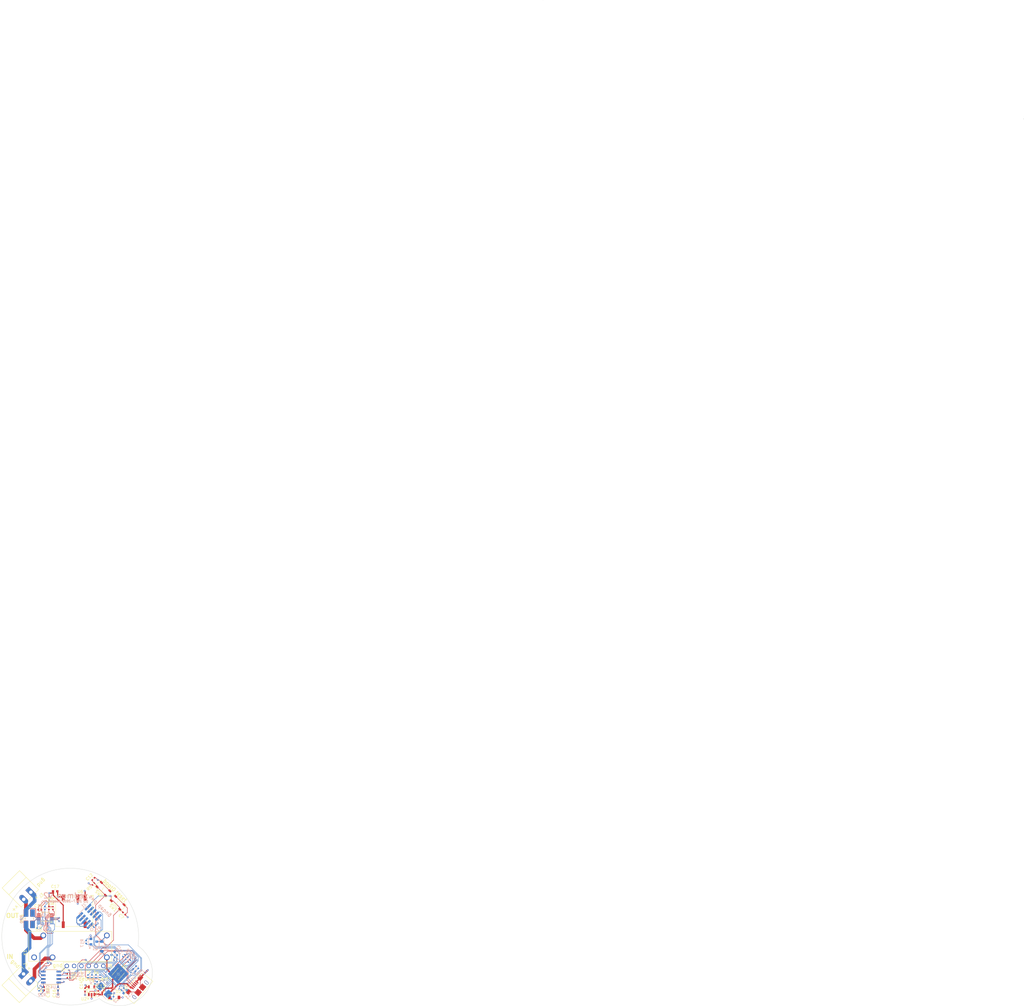
<source format=kicad_pcb>
(kicad_pcb (version 4) (host pcbnew 4.0.7)

  (general
    (links 156)
    (no_connects 0)
    (area 64.258277 -236.004251 421.896101 117.983001)
    (thickness 1.6)
    (drawings 30)
    (tracks 651)
    (zones 0)
    (modules 62)
    (nets 73)
  )

  (page A4)
  (layers
    (0 F.Cu signal)
    (1 In1.Cu signal hide)
    (2 In2.Cu signal hide)
    (31 B.Cu signal)
    (32 B.Adhes user)
    (33 F.Adhes user)
    (34 B.Paste user)
    (35 F.Paste user)
    (36 B.SilkS user)
    (37 F.SilkS user)
    (38 B.Mask user)
    (39 F.Mask user)
    (40 Dwgs.User user hide)
    (41 Cmts.User user hide)
    (42 Eco1.User user hide)
    (43 Eco2.User user hide)
    (44 Edge.Cuts user)
    (45 Margin user)
    (46 B.CrtYd user)
    (47 F.CrtYd user)
    (48 B.Fab user hide)
    (49 F.Fab user hide)
  )

  (setup
    (last_trace_width 0.381)
    (user_trace_width 0.254)
    (user_trace_width 0.381)
    (user_trace_width 0.508)
    (user_trace_width 0.762)
    (user_trace_width 1.27)
    (trace_clearance 0.1524)
    (zone_clearance 0.508)
    (zone_45_only no)
    (trace_min 0.1524)
    (segment_width 0.2)
    (edge_width 0.15)
    (via_size 0.6096)
    (via_drill 0.3048)
    (via_min_size 0.6096)
    (via_min_drill 0.3048)
    (uvia_size 0.3)
    (uvia_drill 0.1)
    (uvias_allowed no)
    (uvia_min_size 0.2)
    (uvia_min_drill 0.1)
    (pcb_text_width 0.1905)
    (pcb_text_size 1.27 1.27)
    (mod_edge_width 0.15)
    (mod_text_size 1 1)
    (mod_text_width 0.15)
    (pad_size 1.524 1.524)
    (pad_drill 0.762)
    (pad_to_mask_clearance 0.2)
    (aux_axis_origin 0 0)
    (visible_elements FFFFEF7F)
    (pcbplotparams
      (layerselection 0x010fc_80000007)
      (usegerberextensions true)
      (excludeedgelayer true)
      (linewidth 2.000000)
      (plotframeref false)
      (viasonmask false)
      (mode 1)
      (useauxorigin false)
      (hpglpennumber 1)
      (hpglpenspeed 20)
      (hpglpendiameter 15)
      (hpglpenoverlay 2)
      (psnegative false)
      (psa4output false)
      (plotreference true)
      (plotvalue true)
      (plotinvisibletext false)
      (padsonsilk false)
      (subtractmaskfromsilk false)
      (outputformat 1)
      (mirror false)
      (drillshape 0)
      (scaleselection 1)
      (outputdirectory art/))
  )

  (net 0 "")
  (net 1 +3V3)
  (net 2 GND)
  (net 3 "Net-(C2-Pad1)")
  (net 4 "Net-(C4-Pad1)")
  (net 5 /NRST)
  (net 6 /BOOT0)
  (net 7 +5V)
  (net 8 "Net-(D1-Pad2)")
  (net 9 "Net-(D1-Pad3)")
  (net 10 "Net-(D1-Pad4)")
  (net 11 /SWDIO)
  (net 12 /SWCLK)
  (net 13 "Net-(J1-Pad6)")
  (net 14 "Net-(J1-Pad8)")
  (net 15 "Net-(J1-Pad7)")
  (net 16 /USB_DM)
  (net 17 /USB_DP)
  (net 18 "Net-(J2-Pad4)")
  (net 19 "Net-(J4-Pad2)")
  (net 20 "Net-(J5-Pad2)")
  (net 21 "Net-(J5-Pad3)")
  (net 22 /UART_RX)
  (net 23 /UART_TX)
  (net 24 "Net-(J5-Pad6)")
  (net 25 /SCL)
  (net 26 /SDA)
  (net 27 /LED_BLUE)
  (net 28 /LED_GREEN)
  (net 29 /LED_RED)
  (net 30 /BOARD_ID_0)
  (net 31 /BOARD_ID_1)
  (net 32 /BOARD_ID_2)
  (net 33 /BOARD_ID_3)
  (net 34 "Net-(U1-Pad1)")
  (net 35 "Net-(U1-Pad2)")
  (net 36 "Net-(U1-Pad3)")
  (net 37 "Net-(U1-Pad4)")
  (net 38 "Net-(U1-Pad14)")
  (net 39 "Net-(U1-Pad15)")
  (net 40 "Net-(U1-Pad19)")
  (net 41 "Net-(U1-Pad20)")
  (net 42 "Net-(U1-Pad29)")
  (net 43 "Net-(U1-Pad38)")
  (net 44 "Net-(U1-Pad39)")
  (net 45 "Net-(U1-Pad40)")
  (net 46 "Net-(U1-Pad41)")
  (net 47 "Net-(U1-Pad42)")
  (net 48 "Net-(U1-Pad43)")
  (net 49 "Net-(U1-Pad45)")
  (net 50 "Net-(U1-Pad46)")
  (net 51 /USB_VBUS)
  (net 52 "Net-(U1-Pad18)")
  (net 53 "Net-(J1-Pad1)")
  (net 54 +3.3VA)
  (net 55 GNDA)
  (net 56 "/Current Sense and Control/VBUS")
  (net 57 "Net-(J4-Pad1)")
  (net 58 "Net-(K1-Pad12)")
  (net 59 "Net-(K1-Pad7)")
  (net 60 /POWER_ENABLE_J)
  (net 61 "/Current Sense and Control/SENSE_HIGH_N")
  (net 62 "/Current Sense and Control/SENSE_HIGH_P")
  (net 63 "/Current Sense and Control/SCL_ISO")
  (net 64 "/Current Sense and Control/SDA_ISO")
  (net 65 "/Current Sense and Control/SENSE_LOW_N")
  (net 66 "/Current Sense and Control/SENSE_LOW_P")
  (net 67 "/Current Sense and Control/ALERT_HIGH_ISO")
  (net 68 "/Current Sense and Control/ALERT_LOW_ISO")
  (net 69 /ALERT_LOW)
  (net 70 /ALERT_HIGH)
  (net 71 "Net-(U6-Pad14)")
  (net 72 "Net-(D3-PadANOD)")

  (net_class Default "This is the default net class."
    (clearance 0.1524)
    (trace_width 0.1524)
    (via_dia 0.6096)
    (via_drill 0.3048)
    (uvia_dia 0.3)
    (uvia_drill 0.1)
    (add_net +3.3VA)
    (add_net +3V3)
    (add_net +5V)
    (add_net /ALERT_HIGH)
    (add_net /ALERT_LOW)
    (add_net /BOARD_ID_0)
    (add_net /BOARD_ID_1)
    (add_net /BOARD_ID_2)
    (add_net /BOARD_ID_3)
    (add_net /BOOT0)
    (add_net "/Current Sense and Control/ALERT_HIGH_ISO")
    (add_net "/Current Sense and Control/ALERT_LOW_ISO")
    (add_net "/Current Sense and Control/SCL_ISO")
    (add_net "/Current Sense and Control/SDA_ISO")
    (add_net "/Current Sense and Control/SENSE_HIGH_N")
    (add_net "/Current Sense and Control/SENSE_HIGH_P")
    (add_net "/Current Sense and Control/SENSE_LOW_N")
    (add_net "/Current Sense and Control/SENSE_LOW_P")
    (add_net "/Current Sense and Control/VBUS")
    (add_net /LED_BLUE)
    (add_net /LED_GREEN)
    (add_net /LED_RED)
    (add_net /NRST)
    (add_net /POWER_ENABLE_J)
    (add_net /SCL)
    (add_net /SDA)
    (add_net /SWCLK)
    (add_net /SWDIO)
    (add_net /UART_RX)
    (add_net /UART_TX)
    (add_net /USB_DM)
    (add_net /USB_DP)
    (add_net /USB_VBUS)
    (add_net GND)
    (add_net GNDA)
    (add_net "Net-(C2-Pad1)")
    (add_net "Net-(C4-Pad1)")
    (add_net "Net-(D1-Pad2)")
    (add_net "Net-(D1-Pad3)")
    (add_net "Net-(D1-Pad4)")
    (add_net "Net-(D3-PadANOD)")
    (add_net "Net-(J1-Pad1)")
    (add_net "Net-(J1-Pad6)")
    (add_net "Net-(J1-Pad7)")
    (add_net "Net-(J1-Pad8)")
    (add_net "Net-(J2-Pad4)")
    (add_net "Net-(J4-Pad1)")
    (add_net "Net-(J4-Pad2)")
    (add_net "Net-(J5-Pad2)")
    (add_net "Net-(J5-Pad3)")
    (add_net "Net-(J5-Pad6)")
    (add_net "Net-(K1-Pad12)")
    (add_net "Net-(K1-Pad7)")
    (add_net "Net-(U1-Pad1)")
    (add_net "Net-(U1-Pad14)")
    (add_net "Net-(U1-Pad15)")
    (add_net "Net-(U1-Pad18)")
    (add_net "Net-(U1-Pad19)")
    (add_net "Net-(U1-Pad2)")
    (add_net "Net-(U1-Pad20)")
    (add_net "Net-(U1-Pad29)")
    (add_net "Net-(U1-Pad3)")
    (add_net "Net-(U1-Pad38)")
    (add_net "Net-(U1-Pad39)")
    (add_net "Net-(U1-Pad4)")
    (add_net "Net-(U1-Pad40)")
    (add_net "Net-(U1-Pad41)")
    (add_net "Net-(U1-Pad42)")
    (add_net "Net-(U1-Pad43)")
    (add_net "Net-(U1-Pad45)")
    (add_net "Net-(U1-Pad46)")
    (add_net "Net-(U6-Pad14)")
  )

  (module relay:RELAY_OMRON_G6RL (layer F.Cu) (tedit 5A0F6729) (tstamp 5A0F7010)
    (at 102.71452 89.54008 180)
    (path /5A0E8542/5A0ED070)
    (fp_text reference K1 (at 28.425 -5.969 270) (layer F.SilkS)
      (effects (font (size 1 1) (thickness 0.15)))
    )
    (fp_text value G6E (at -2.54 3.81 180) (layer F.Fab)
      (effects (font (size 1 1) (thickness 0.15)))
    )
    (fp_line (start 27.4 1.6) (end -1.9 1.6) (layer F.CrtYd) (width 0.15))
    (fp_line (start 27.4 -9.2) (end 27.4 1.6) (layer F.CrtYd) (width 0.15))
    (fp_line (start -1.9 -9.2) (end 27.4 -9.2) (layer F.CrtYd) (width 0.15))
    (fp_line (start -1.9 1.6) (end -1.9 -9.2) (layer F.CrtYd) (width 0.15))
    (fp_line (start 27 1.19) (end -1.5 1.19) (layer F.Fab) (width 0.15))
    (fp_line (start 27 -8.81) (end 27 1.19) (layer F.Fab) (width 0.15))
    (fp_line (start -1.5 -8.81) (end 27 -8.81) (layer F.Fab) (width 0.15))
    (fp_line (start -1.5 1.19) (end -1.5 -8.81) (layer F.Fab) (width 0.15))
    (fp_line (start 27.2 1.4) (end -1.7 1.4) (layer F.SilkS) (width 0.15))
    (fp_line (start 27.2 -9) (end 27.2 1.4) (layer F.SilkS) (width 0.15))
    (fp_line (start -1.7 -9) (end 27.2 -9) (layer F.SilkS) (width 0.15))
    (fp_line (start -1.7 1.4) (end -1.7 -9) (layer F.SilkS) (width 0.15))
    (pad 6 thru_hole circle (at 0 0 180) (size 2 2) (drill 1.3) (layers *.Cu *.Mask)
      (net 72 "Net-(D3-PadANOD)"))
    (pad 7 thru_hole circle (at 22.1 0 180) (size 2 2) (drill 1.3) (layers *.Cu *.Mask)
      (net 59 "Net-(K1-Pad7)"))
    (pad 12 thru_hole circle (at 25.3 -7.62 180) (size 2 2) (drill 1.3) (layers *.Cu *.Mask)
      (net 58 "Net-(K1-Pad12)"))
    (pad 10 thru_hole circle (at 18.9 -7.62 180) (size 2 2) (drill 1.3) (layers *.Cu *.Mask)
      (net 19 "Net-(J4-Pad2)"))
    (pad 1 thru_hole circle (at 0 -7.62 180) (size 2 2) (drill 1.3) (layers *.Cu *.Mask)
      (net 7 +5V))
  )

  (module Resistors_SMD:R_0402 (layer B.Cu) (tedit 58307A8A) (tstamp 59E1335E)
    (at 98.933 103.759 90)
    (descr "Resistor SMD 0402, reflow soldering, Vishay (see dcrcw.pdf)")
    (tags "resistor 0402")
    (path /59E0AB8B)
    (attr smd)
    (fp_text reference R9 (at 0.635 -5.842 90) (layer B.SilkS)
      (effects (font (size 1 1) (thickness 0.15)) (justify mirror))
    )
    (fp_text value 10K (at 0 -1.8 90) (layer B.Fab)
      (effects (font (size 1 1) (thickness 0.15)) (justify mirror))
    )
    (fp_line (start -0.5 -0.25) (end -0.5 0.25) (layer B.Fab) (width 0.1))
    (fp_line (start 0.5 -0.25) (end -0.5 -0.25) (layer B.Fab) (width 0.1))
    (fp_line (start 0.5 0.25) (end 0.5 -0.25) (layer B.Fab) (width 0.1))
    (fp_line (start -0.5 0.25) (end 0.5 0.25) (layer B.Fab) (width 0.1))
    (fp_line (start -0.95 0.65) (end 0.95 0.65) (layer B.CrtYd) (width 0.05))
    (fp_line (start -0.95 -0.65) (end 0.95 -0.65) (layer B.CrtYd) (width 0.05))
    (fp_line (start -0.95 0.65) (end -0.95 -0.65) (layer B.CrtYd) (width 0.05))
    (fp_line (start 0.95 0.65) (end 0.95 -0.65) (layer B.CrtYd) (width 0.05))
    (fp_line (start 0.25 0.525) (end -0.25 0.525) (layer B.SilkS) (width 0.15))
    (fp_line (start -0.25 -0.525) (end 0.25 -0.525) (layer B.SilkS) (width 0.15))
    (pad 1 smd rect (at -0.45 0 90) (size 0.4 0.6) (layers B.Cu B.Paste B.Mask)
      (net 1 +3V3))
    (pad 2 smd rect (at 0.45 0 90) (size 0.4 0.6) (layers B.Cu B.Paste B.Mask)
      (net 31 /BOARD_ID_1))
    (model Resistors_SMD.3dshapes/R_0402.wrl
      (at (xyz 0 0 0))
      (scale (xyz 1 1 1))
      (rotate (xyz 0 0 0))
    )
  )

  (module Connectors_Phoenix:PhoenixContact_MC-G_02x3.50mm_Angled (layer F.Cu) (tedit 5797DB13) (tstamp 59E13312)
    (at 76.261874 74.487126 225)
    (descr "Generic Phoenix Contact connector footprint for series: MC-G; number of pins: 02; pin pitch: 3.50mm; Angled || order number: 1844210 8A 160V")
    (tags "phoenix_contact connector MC_01x02_G_3.5mm")
    (path /5A0E8542/5A0E9DDC)
    (fp_text reference J3 (at -1.76243 -3.394537 225) (layer F.SilkS)
      (effects (font (size 1 1) (thickness 0.15)))
    )
    (fp_text value Conn_01x02 (at 1.75 9.5 225) (layer F.Fab)
      (effects (font (size 1 1) (thickness 0.15)))
    )
    (fp_line (start -2.53 -1.28) (end -2.53 8.08) (layer F.SilkS) (width 0.15))
    (fp_line (start -2.53 8.08) (end 6.03 8.08) (layer F.SilkS) (width 0.15))
    (fp_line (start 6.03 8.08) (end 6.03 -1.28) (layer F.SilkS) (width 0.15))
    (fp_line (start -2.53 -1.28) (end -1.05 -1.28) (layer F.SilkS) (width 0.15))
    (fp_line (start 6.03 -1.28) (end 4.55 -1.28) (layer F.SilkS) (width 0.15))
    (fp_line (start 1.05 -1.28) (end 2.45 -1.28) (layer F.SilkS) (width 0.15))
    (fp_line (start -2.53 4.8) (end 6.03 4.8) (layer F.SilkS) (width 0.15))
    (fp_line (start -3.05 -2.3) (end -3.05 8.5) (layer F.CrtYd) (width 0.05))
    (fp_line (start -3.05 8.5) (end 6.45 8.5) (layer F.CrtYd) (width 0.05))
    (fp_line (start 6.45 8.5) (end 6.45 -2.3) (layer F.CrtYd) (width 0.05))
    (fp_line (start 6.45 -2.3) (end -3.05 -2.3) (layer F.CrtYd) (width 0.05))
    (fp_line (start 0 -2.3) (end 0.3 -2.9) (layer F.SilkS) (width 0.15))
    (fp_line (start 0.3 -2.9) (end -0.3 -2.9) (layer F.SilkS) (width 0.15))
    (fp_line (start -0.3 -2.9) (end 0 -2.3) (layer F.SilkS) (width 0.15))
    (pad 1 thru_hole rect (at 0 0 225) (size 1.8 3.6) (drill 1.2) (layers *.Cu *.Mask)
      (net 55 GNDA))
    (pad 2 thru_hole oval (at 3.5 0 225) (size 1.8 3.6) (drill 1.2) (layers *.Cu *.Mask)
      (net 56 "/Current Sense and Control/VBUS"))
    (model Connectors_Phoenix.3dshapes/PhoenixContact_MC-G_02x3.50mm_Angled.wrl
      (at (xyz 0 0 0))
      (scale (xyz 1 1 1))
      (rotate (xyz 0 0 0))
    )
  )

  (module Capacitors_SMD:C_0402 (layer F.Cu) (tedit 5415D599) (tstamp 59E139F6)
    (at 79.375 80.645)
    (descr "Capacitor SMD 0402, reflow soldering, AVX (see smccp.pdf)")
    (tags "capacitor 0402")
    (path /5A0E8542/5A0E9E1C)
    (attr smd)
    (fp_text reference C15 (at -0.508 -1.397 180) (layer F.SilkS)
      (effects (font (size 1 1) (thickness 0.15)))
    )
    (fp_text value 100nF (at 0 1.7) (layer F.Fab)
      (effects (font (size 1 1) (thickness 0.15)))
    )
    (fp_line (start -0.5 0.25) (end -0.5 -0.25) (layer F.Fab) (width 0.15))
    (fp_line (start 0.5 0.25) (end -0.5 0.25) (layer F.Fab) (width 0.15))
    (fp_line (start 0.5 -0.25) (end 0.5 0.25) (layer F.Fab) (width 0.15))
    (fp_line (start -0.5 -0.25) (end 0.5 -0.25) (layer F.Fab) (width 0.15))
    (fp_line (start -1.15 -0.6) (end 1.15 -0.6) (layer F.CrtYd) (width 0.05))
    (fp_line (start -1.15 0.6) (end 1.15 0.6) (layer F.CrtYd) (width 0.05))
    (fp_line (start -1.15 -0.6) (end -1.15 0.6) (layer F.CrtYd) (width 0.05))
    (fp_line (start 1.15 -0.6) (end 1.15 0.6) (layer F.CrtYd) (width 0.05))
    (fp_line (start 0.25 -0.475) (end -0.25 -0.475) (layer F.SilkS) (width 0.15))
    (fp_line (start -0.25 0.475) (end 0.25 0.475) (layer F.SilkS) (width 0.15))
    (pad 1 smd rect (at -0.55 0) (size 0.6 0.5) (layers F.Cu F.Paste F.Mask)
      (net 54 +3.3VA))
    (pad 2 smd rect (at 0.55 0) (size 0.6 0.5) (layers F.Cu F.Paste F.Mask)
      (net 55 GNDA))
    (model Capacitors_SMD.3dshapes/C_0402.wrl
      (at (xyz 0 0 0))
      (scale (xyz 1 1 1))
      (rotate (xyz 0 0 0))
    )
  )

  (module Converters_DCDC_ACDC:DCDC-Conv_muRata_NXE2SxxxxMC (layer F.Cu) (tedit 59778BFB) (tstamp 5A0F3875)
    (at 90.08364 81.10474 180)
    (descr http://power.murata.com/data/power/ncl/kdc_nxe2.pdf)
    (tags "murata dc-dc transformer")
    (path /5A0E8542/5A0FC8D3)
    (attr smd)
    (fp_text reference U6 (at -3.38836 6.80974 180) (layer F.SilkS)
      (effects (font (size 1 1) (thickness 0.15)))
    )
    (fp_text value NXE1 (at -1.27 -7.62 180) (layer F.Fab)
      (effects (font (size 1 1) (thickness 0.15)))
    )
    (fp_line (start -7.62 3.937) (end -7.62 -5.207) (layer F.Fab) (width 0.1))
    (fp_line (start -7.62 -5.207) (end 5.08 -5.207) (layer F.Fab) (width 0.1))
    (fp_line (start 5.08 -5.207) (end 5.08 5.207) (layer F.Fab) (width 0.1))
    (fp_line (start 5.08 5.207) (end -6.35 5.207) (layer F.Fab) (width 0.1))
    (fp_line (start -7.62 3.937) (end -6.35 5.207) (layer F.Fab) (width 0.1))
    (fp_line (start -7.74 5.327) (end -7.74 -5.327) (layer F.SilkS) (width 0.12))
    (fp_line (start -7.74 -5.327) (end -5.78 -5.327) (layer F.SilkS) (width 0.12))
    (fp_line (start 5.2 -5.327) (end 5.2 5.327) (layer F.SilkS) (width 0.12))
    (fp_line (start -5.78 5.327) (end -7.74 5.327) (layer F.SilkS) (width 0.12))
    (fp_line (start -7.99 4.577) (end -7.99 5.577) (layer F.SilkS) (width 0.12))
    (fp_line (start -7.99 5.577) (end -6.99 5.577) (layer F.SilkS) (width 0.12))
    (fp_line (start -4.38 -5.327) (end 1.84 -5.327) (layer F.SilkS) (width 0.12))
    (fp_line (start 3.24 -5.32) (end 5.2 -5.327) (layer F.SilkS) (width 0.12))
    (fp_line (start -3.24 5.327) (end -4.38 5.327) (layer F.SilkS) (width 0.12))
    (fp_line (start 1.84 5.327) (end -1.84 5.327) (layer F.SilkS) (width 0.12))
    (fp_line (start 5.2 5.327) (end 3.24 5.327) (layer F.SilkS) (width 0.12))
    (fp_line (start -7.87 -6.1) (end -7.87 6.1) (layer F.CrtYd) (width 0.05))
    (fp_line (start -7.87 -6.1) (end 5.33 -6.1) (layer F.CrtYd) (width 0.05))
    (fp_line (start 5.33 -6.1) (end 5.33 6.1) (layer F.CrtYd) (width 0.05))
    (fp_line (start 5.33 6.1) (end -7.87 6.1) (layer F.CrtYd) (width 0.05))
    (fp_text user %R (at -2.794 0 180) (layer F.Fab)
      (effects (font (size 1 1) (thickness 0.15)))
    )
    (fp_line (start -2.032 6.858) (end -2.032 -6.858) (layer Dwgs.User) (width 0.12))
    (fp_line (start -2.032 -6.858) (end 2.032 -6.858) (layer Dwgs.User) (width 0.12))
    (fp_line (start 2.032 -6.858) (end 2.032 6.858) (layer Dwgs.User) (width 0.12))
    (fp_line (start 2.032 6.858) (end -2.032 6.858) (layer Dwgs.User) (width 0.12))
    (fp_text user Keepout (at 0.762 -0.254 270) (layer Dwgs.User)
      (effects (font (size 1 1) (thickness 0.15)))
    )
    (pad 1 smd rect (at -5.08 4.7 180) (size 1 2.3) (layers F.Cu F.Paste F.Mask)
      (net 2 GND))
    (pad 3 smd rect (at -2.54 4.7 180) (size 1 2.3) (layers F.Cu F.Paste F.Mask)
      (net 1 +3V3))
    (pad 7 smd rect (at 2.54 4.7 180) (size 1 2.3) (layers F.Cu F.Paste F.Mask)
      (net 55 GNDA))
    (pad 14 smd rect (at -5.08 -4.7 180) (size 1 2.3) (layers F.Cu F.Paste F.Mask)
      (net 71 "Net-(U6-Pad14)"))
    (pad 8 smd rect (at 2.54 -4.7 180) (size 1 2.3) (layers F.Cu F.Paste F.Mask)
      (net 54 +3.3VA))
    (model ${KISYS3DMOD}/Converters_DCDC_ACDC.3dshapes/DCDC-Conv_muRata_NXE2SxxxxMC.wrl
      (at (xyz 0 0 0))
      (scale (xyz 1 1 1))
      (rotate (xyz 0 0 0))
    )
  )

  (module Resistors_SMD:R_0402 (layer B.Cu) (tedit 58307A8A) (tstamp 59E13340)
    (at 109.601 97.536 225)
    (descr "Resistor SMD 0402, reflow soldering, Vishay (see dcrcw.pdf)")
    (tags "resistor 0402")
    (path /59DFFD5E)
    (attr smd)
    (fp_text reference R4 (at -1.975656 0 225) (layer B.SilkS)
      (effects (font (size 1 1) (thickness 0.15)) (justify mirror))
    )
    (fp_text value 330 (at 0 -1.8 225) (layer B.Fab)
      (effects (font (size 1 1) (thickness 0.15)) (justify mirror))
    )
    (fp_line (start -0.5 -0.25) (end -0.5 0.25) (layer B.Fab) (width 0.1))
    (fp_line (start 0.5 -0.25) (end -0.5 -0.25) (layer B.Fab) (width 0.1))
    (fp_line (start 0.5 0.25) (end 0.5 -0.25) (layer B.Fab) (width 0.1))
    (fp_line (start -0.5 0.25) (end 0.5 0.25) (layer B.Fab) (width 0.1))
    (fp_line (start -0.95 0.65) (end 0.95 0.65) (layer B.CrtYd) (width 0.05))
    (fp_line (start -0.95 -0.65) (end 0.95 -0.65) (layer B.CrtYd) (width 0.05))
    (fp_line (start -0.95 0.65) (end -0.95 -0.65) (layer B.CrtYd) (width 0.05))
    (fp_line (start 0.95 0.65) (end 0.95 -0.65) (layer B.CrtYd) (width 0.05))
    (fp_line (start 0.25 0.525) (end -0.25 0.525) (layer B.SilkS) (width 0.15))
    (fp_line (start -0.25 -0.525) (end 0.25 -0.525) (layer B.SilkS) (width 0.15))
    (pad 1 smd rect (at -0.45 0 225) (size 0.4 0.6) (layers B.Cu B.Paste B.Mask)
      (net 9 "Net-(D1-Pad3)"))
    (pad 2 smd rect (at 0.45 0 225) (size 0.4 0.6) (layers B.Cu B.Paste B.Mask)
      (net 28 /LED_GREEN))
    (model Resistors_SMD.3dshapes/R_0402.wrl
      (at (xyz 0 0 0))
      (scale (xyz 1 1 1))
      (rotate (xyz 0 0 0))
    )
  )

  (module shunt:LVK20R010DER (layer F.Cu) (tedit 5A552195) (tstamp 59E1338D)
    (at 75.692 83.693 270)
    (path /5A0E8542/5A0E9DE5)
    (fp_text reference R15 (at -0.0508 2.5527 450) (layer F.SilkS)
      (effects (font (size 1 1) (thickness 0.15)))
    )
    (fp_text value "0.010 0.5%" (at 0 0 270) (layer F.Fab) hide
      (effects (font (size 1 1) (thickness 0.15)))
    )
    (fp_text user "Copyright 2016 Accelerated Designs. All rights reserved." (at 0 0 270) (layer Cmts.User)
      (effects (font (size 0.127 0.127) (thickness 0.002)))
    )
    (fp_line (start -0.37846 1.4732) (end 0.37846 1.4732) (layer F.SilkS) (width 0.1524))
    (fp_line (start 0.37846 -1.4732) (end -0.37846 -1.4732) (layer F.SilkS) (width 0.1524))
    (fp_line (start -2.6035 1.3462) (end 2.6035 1.3462) (layer Dwgs.User) (width 0.1524))
    (fp_line (start 2.6035 1.3462) (end 2.6035 -1.3462) (layer Dwgs.User) (width 0.1524))
    (fp_line (start 2.6035 -1.3462) (end -2.6035 -1.3462) (layer Dwgs.User) (width 0.1524))
    (fp_line (start -2.6035 -1.3462) (end -2.6035 1.3462) (layer Dwgs.User) (width 0.1524))
    (fp_circle (center -2.3495 0) (end -2.2733 0) (layer Dwgs.User) (width 0.1524))
    (fp_circle (center -4.0132 0) (end -3.937 0) (layer F.SilkS) (width 0.1524))
    (pad 1 smd rect (at -1.9812 1.1303 270) (size 2.54 1.5494) (layers F.Cu F.Paste F.Mask)
      (net 56 "/Current Sense and Control/VBUS") (solder_mask_margin 0.1) (solder_paste_margin -0.1))
    (pad 2 smd rect (at -1.9812 -1.1303 270) (size 2.54 1.5494) (layers F.Cu F.Paste F.Mask)
      (net 61 "/Current Sense and Control/SENSE_HIGH_N") (solder_mask_margin 0.1) (solder_paste_margin -0.1))
    (pad 3 smd rect (at 1.9812 -1.1303 270) (size 2.54 1.5494) (layers F.Cu F.Paste F.Mask)
      (net 62 "/Current Sense and Control/SENSE_HIGH_P") (solder_mask_margin 0.1) (solder_paste_margin -0.1))
    (pad 4 smd rect (at 1.9812 1.1303 270) (size 2.54 1.5494) (layers F.Cu F.Paste F.Mask)
      (net 59 "Net-(K1-Pad7)") (solder_mask_margin 0.1) (solder_paste_margin -0.1))
  )

  (module 00_connectors:ftsh_105 (layer B.Cu) (tedit 56A90715) (tstamp 59E132F9)
    (at 96.52 82.931 135)
    (path /59DFEC0D)
    (fp_text reference J1 (at 4.064 1.397 405) (layer B.SilkS)
      (effects (font (size 1 1) (thickness 0.15)) (justify mirror))
    )
    (fp_text value Conn_02x05_Odd_Even (at 0 -5.08 135) (layer B.Fab)
      (effects (font (size 1 1) (thickness 0.15)) (justify mirror))
    )
    (fp_circle (center -3.81 -2.54) (end -3.81 -3.048) (layer B.SilkS) (width 0.15))
    (fp_line (start -3.175 1.7272) (end -3.175 -1.7272) (layer B.SilkS) (width 0.15))
    (fp_line (start 3.175 -1.7272) (end -3.175 -1.7272) (layer B.SilkS) (width 0.15))
    (fp_line (start 3.175 1.7272) (end 3.175 -1.7272) (layer B.SilkS) (width 0.15))
    (fp_line (start -3.175 1.7272) (end 3.175 1.7272) (layer B.SilkS) (width 0.15))
    (pad 2 smd rect (at -2.54 2.032 135) (size 0.7366 2.794) (layers B.Cu B.Paste B.Mask)
      (net 11 /SWDIO))
    (pad 4 smd rect (at -1.27 2.032 135) (size 0.7366 2.794) (layers B.Cu B.Paste B.Mask)
      (net 12 /SWCLK))
    (pad 6 smd rect (at 0 2.032 135) (size 0.7366 2.794) (layers B.Cu B.Paste B.Mask)
      (net 13 "Net-(J1-Pad6)"))
    (pad 8 smd rect (at 1.27 2.032 135) (size 0.7366 2.794) (layers B.Cu B.Paste B.Mask)
      (net 14 "Net-(J1-Pad8)"))
    (pad 10 smd rect (at 2.54 2.032 135) (size 0.7366 2.794) (layers B.Cu B.Paste B.Mask)
      (net 5 /NRST))
    (pad 9 smd rect (at 2.54 -2.032 135) (size 0.7366 2.794) (layers B.Cu B.Paste B.Mask)
      (net 2 GND))
    (pad 3 smd rect (at -1.27 -2.032 135) (size 0.7366 2.794) (layers B.Cu B.Paste B.Mask)
      (net 2 GND))
    (pad 5 smd rect (at 0 -2.032 135) (size 0.7366 2.794) (layers B.Cu B.Paste B.Mask)
      (net 2 GND))
    (pad 7 smd rect (at 1.27 -2.032 135) (size 0.7366 2.794) (layers B.Cu B.Paste B.Mask)
      (net 15 "Net-(J1-Pad7)"))
    (pad 1 smd rect (at -2.54 -2.032 135) (size 0.7366 2.794) (layers B.Cu B.Paste B.Mask)
      (net 53 "Net-(J1-Pad1)"))
  )

  (module Resistors_SMD:R_0402 (layer B.Cu) (tedit 58307A8A) (tstamp 59E13352)
    (at 100.33 103.759 90)
    (descr "Resistor SMD 0402, reflow soldering, Vishay (see dcrcw.pdf)")
    (tags "resistor 0402")
    (path /59E0ABAA)
    (attr smd)
    (fp_text reference R7 (at 0.635 -5.969 90) (layer B.SilkS)
      (effects (font (size 1 1) (thickness 0.15)) (justify mirror))
    )
    (fp_text value DNI (at 0 -1.8 90) (layer B.Fab)
      (effects (font (size 1 1) (thickness 0.15)) (justify mirror))
    )
    (fp_line (start -0.5 -0.25) (end -0.5 0.25) (layer B.Fab) (width 0.1))
    (fp_line (start 0.5 -0.25) (end -0.5 -0.25) (layer B.Fab) (width 0.1))
    (fp_line (start 0.5 0.25) (end 0.5 -0.25) (layer B.Fab) (width 0.1))
    (fp_line (start -0.5 0.25) (end 0.5 0.25) (layer B.Fab) (width 0.1))
    (fp_line (start -0.95 0.65) (end 0.95 0.65) (layer B.CrtYd) (width 0.05))
    (fp_line (start -0.95 -0.65) (end 0.95 -0.65) (layer B.CrtYd) (width 0.05))
    (fp_line (start -0.95 0.65) (end -0.95 -0.65) (layer B.CrtYd) (width 0.05))
    (fp_line (start 0.95 0.65) (end 0.95 -0.65) (layer B.CrtYd) (width 0.05))
    (fp_line (start 0.25 0.525) (end -0.25 0.525) (layer B.SilkS) (width 0.15))
    (fp_line (start -0.25 -0.525) (end 0.25 -0.525) (layer B.SilkS) (width 0.15))
    (pad 1 smd rect (at -0.45 0 90) (size 0.4 0.6) (layers B.Cu B.Paste B.Mask)
      (net 1 +3V3))
    (pad 2 smd rect (at 0.45 0 90) (size 0.4 0.6) (layers B.Cu B.Paste B.Mask)
      (net 30 /BOARD_ID_0))
    (model Resistors_SMD.3dshapes/R_0402.wrl
      (at (xyz 0 0 0))
      (scale (xyz 1 1 1))
      (rotate (xyz 0 0 0))
    )
  )

  (module Resistors_SMD:R_0402 (layer B.Cu) (tedit 58307A8A) (tstamp 59E1336A)
    (at 97.536 103.759 90)
    (descr "Resistor SMD 0402, reflow soldering, Vishay (see dcrcw.pdf)")
    (tags "resistor 0402")
    (path /59E0AA40)
    (attr smd)
    (fp_text reference R11 (at 0.127 -5.715 90) (layer B.SilkS)
      (effects (font (size 1 1) (thickness 0.15)) (justify mirror))
    )
    (fp_text value DNI (at 0 -1.8 90) (layer B.Fab)
      (effects (font (size 1 1) (thickness 0.15)) (justify mirror))
    )
    (fp_line (start -0.5 -0.25) (end -0.5 0.25) (layer B.Fab) (width 0.1))
    (fp_line (start 0.5 -0.25) (end -0.5 -0.25) (layer B.Fab) (width 0.1))
    (fp_line (start 0.5 0.25) (end 0.5 -0.25) (layer B.Fab) (width 0.1))
    (fp_line (start -0.5 0.25) (end 0.5 0.25) (layer B.Fab) (width 0.1))
    (fp_line (start -0.95 0.65) (end 0.95 0.65) (layer B.CrtYd) (width 0.05))
    (fp_line (start -0.95 -0.65) (end 0.95 -0.65) (layer B.CrtYd) (width 0.05))
    (fp_line (start -0.95 0.65) (end -0.95 -0.65) (layer B.CrtYd) (width 0.05))
    (fp_line (start 0.95 0.65) (end 0.95 -0.65) (layer B.CrtYd) (width 0.05))
    (fp_line (start 0.25 0.525) (end -0.25 0.525) (layer B.SilkS) (width 0.15))
    (fp_line (start -0.25 -0.525) (end 0.25 -0.525) (layer B.SilkS) (width 0.15))
    (pad 1 smd rect (at -0.45 0 90) (size 0.4 0.6) (layers B.Cu B.Paste B.Mask)
      (net 1 +3V3))
    (pad 2 smd rect (at 0.45 0 90) (size 0.4 0.6) (layers B.Cu B.Paste B.Mask)
      (net 32 /BOARD_ID_2))
    (model Resistors_SMD.3dshapes/R_0402.wrl
      (at (xyz 0 0 0))
      (scale (xyz 1 1 1))
      (rotate (xyz 0 0 0))
    )
  )

  (module Resistors_SMD:R_0402 (layer B.Cu) (tedit 58307A8A) (tstamp 59E13376)
    (at 96.139 103.759 90)
    (descr "Resistor SMD 0402, reflow soldering, Vishay (see dcrcw.pdf)")
    (tags "resistor 0402")
    (path /59E089B4)
    (attr smd)
    (fp_text reference R13 (at 0.127 -5.588 90) (layer B.SilkS)
      (effects (font (size 1 1) (thickness 0.15)) (justify mirror))
    )
    (fp_text value DNI (at 0 -1.8 90) (layer B.Fab)
      (effects (font (size 1 1) (thickness 0.15)) (justify mirror))
    )
    (fp_line (start -0.5 -0.25) (end -0.5 0.25) (layer B.Fab) (width 0.1))
    (fp_line (start 0.5 -0.25) (end -0.5 -0.25) (layer B.Fab) (width 0.1))
    (fp_line (start 0.5 0.25) (end 0.5 -0.25) (layer B.Fab) (width 0.1))
    (fp_line (start -0.5 0.25) (end 0.5 0.25) (layer B.Fab) (width 0.1))
    (fp_line (start -0.95 0.65) (end 0.95 0.65) (layer B.CrtYd) (width 0.05))
    (fp_line (start -0.95 -0.65) (end 0.95 -0.65) (layer B.CrtYd) (width 0.05))
    (fp_line (start -0.95 0.65) (end -0.95 -0.65) (layer B.CrtYd) (width 0.05))
    (fp_line (start 0.95 0.65) (end 0.95 -0.65) (layer B.CrtYd) (width 0.05))
    (fp_line (start 0.25 0.525) (end -0.25 0.525) (layer B.SilkS) (width 0.15))
    (fp_line (start -0.25 -0.525) (end 0.25 -0.525) (layer B.SilkS) (width 0.15))
    (pad 1 smd rect (at -0.45 0 90) (size 0.4 0.6) (layers B.Cu B.Paste B.Mask)
      (net 1 +3V3))
    (pad 2 smd rect (at 0.45 0 90) (size 0.4 0.6) (layers B.Cu B.Paste B.Mask)
      (net 33 /BOARD_ID_3))
    (model Resistors_SMD.3dshapes/R_0402.wrl
      (at (xyz 0 0 0))
      (scale (xyz 1 1 1))
      (rotate (xyz 0 0 0))
    )
  )

  (module Capacitors_SMD:C_0402 (layer B.Cu) (tedit 5415D599) (tstamp 59E13295)
    (at 104.648 111.252 45)
    (descr "Capacitor SMD 0402, reflow soldering, AVX (see smccp.pdf)")
    (tags "capacitor 0402")
    (path /59DFCBD1)
    (attr smd)
    (fp_text reference C2 (at 0.269408 1.526644 45) (layer B.SilkS)
      (effects (font (size 1 1) (thickness 0.15)) (justify mirror))
    )
    (fp_text value 20pF (at 0 -1.7 45) (layer B.Fab)
      (effects (font (size 1 1) (thickness 0.15)) (justify mirror))
    )
    (fp_line (start -0.5 -0.25) (end -0.5 0.25) (layer B.Fab) (width 0.15))
    (fp_line (start 0.5 -0.25) (end -0.5 -0.25) (layer B.Fab) (width 0.15))
    (fp_line (start 0.5 0.25) (end 0.5 -0.25) (layer B.Fab) (width 0.15))
    (fp_line (start -0.5 0.25) (end 0.5 0.25) (layer B.Fab) (width 0.15))
    (fp_line (start -1.15 0.6) (end 1.15 0.6) (layer B.CrtYd) (width 0.05))
    (fp_line (start -1.15 -0.6) (end 1.15 -0.6) (layer B.CrtYd) (width 0.05))
    (fp_line (start -1.15 0.6) (end -1.15 -0.6) (layer B.CrtYd) (width 0.05))
    (fp_line (start 1.15 0.6) (end 1.15 -0.6) (layer B.CrtYd) (width 0.05))
    (fp_line (start 0.25 0.475) (end -0.25 0.475) (layer B.SilkS) (width 0.15))
    (fp_line (start -0.25 -0.475) (end 0.25 -0.475) (layer B.SilkS) (width 0.15))
    (pad 1 smd rect (at -0.55 0 45) (size 0.6 0.5) (layers B.Cu B.Paste B.Mask)
      (net 3 "Net-(C2-Pad1)"))
    (pad 2 smd rect (at 0.55 0 45) (size 0.6 0.5) (layers B.Cu B.Paste B.Mask)
      (net 2 GND))
    (model Capacitors_SMD.3dshapes/C_0402.wrl
      (at (xyz 0 0 0))
      (scale (xyz 1 1 1))
      (rotate (xyz 0 0 0))
    )
  )

  (module Capacitors_SMD:C_0402 (layer B.Cu) (tedit 5415D599) (tstamp 59E132A1)
    (at 98.933 106.045 45)
    (descr "Capacitor SMD 0402, reflow soldering, AVX (see smccp.pdf)")
    (tags "capacitor 0402")
    (path /59DFCC4E)
    (attr smd)
    (fp_text reference C4 (at -0.71842 -1.257236 45) (layer B.SilkS)
      (effects (font (size 1 1) (thickness 0.15)) (justify mirror))
    )
    (fp_text value 20pF (at 0 -1.7 45) (layer B.Fab)
      (effects (font (size 1 1) (thickness 0.15)) (justify mirror))
    )
    (fp_line (start -0.5 -0.25) (end -0.5 0.25) (layer B.Fab) (width 0.15))
    (fp_line (start 0.5 -0.25) (end -0.5 -0.25) (layer B.Fab) (width 0.15))
    (fp_line (start 0.5 0.25) (end 0.5 -0.25) (layer B.Fab) (width 0.15))
    (fp_line (start -0.5 0.25) (end 0.5 0.25) (layer B.Fab) (width 0.15))
    (fp_line (start -1.15 0.6) (end 1.15 0.6) (layer B.CrtYd) (width 0.05))
    (fp_line (start -1.15 -0.6) (end 1.15 -0.6) (layer B.CrtYd) (width 0.05))
    (fp_line (start -1.15 0.6) (end -1.15 -0.6) (layer B.CrtYd) (width 0.05))
    (fp_line (start 1.15 0.6) (end 1.15 -0.6) (layer B.CrtYd) (width 0.05))
    (fp_line (start 0.25 0.475) (end -0.25 0.475) (layer B.SilkS) (width 0.15))
    (fp_line (start -0.25 -0.475) (end 0.25 -0.475) (layer B.SilkS) (width 0.15))
    (pad 1 smd rect (at -0.55 0 45) (size 0.6 0.5) (layers B.Cu B.Paste B.Mask)
      (net 4 "Net-(C4-Pad1)"))
    (pad 2 smd rect (at 0.55 0 45) (size 0.6 0.5) (layers B.Cu B.Paste B.Mask)
      (net 2 GND))
    (model Capacitors_SMD.3dshapes/C_0402.wrl
      (at (xyz 0 0 0))
      (scale (xyz 1 1 1))
      (rotate (xyz 0 0 0))
    )
  )

  (module Capacitors_SMD:C_0402 (layer B.Cu) (tedit 5415D599) (tstamp 59E132A7)
    (at 105.918 96.774 225)
    (descr "Capacitor SMD 0402, reflow soldering, AVX (see smccp.pdf)")
    (tags "capacitor 0402")
    (path /59DFD0B3)
    (attr smd)
    (fp_text reference C5 (at -2.155261 0 225) (layer B.SilkS)
      (effects (font (size 1 1) (thickness 0.15)) (justify mirror))
    )
    (fp_text value 100nF (at 0 -1.7 225) (layer B.Fab)
      (effects (font (size 1 1) (thickness 0.15)) (justify mirror))
    )
    (fp_line (start -0.5 -0.25) (end -0.5 0.25) (layer B.Fab) (width 0.15))
    (fp_line (start 0.5 -0.25) (end -0.5 -0.25) (layer B.Fab) (width 0.15))
    (fp_line (start 0.5 0.25) (end 0.5 -0.25) (layer B.Fab) (width 0.15))
    (fp_line (start -0.5 0.25) (end 0.5 0.25) (layer B.Fab) (width 0.15))
    (fp_line (start -1.15 0.6) (end 1.15 0.6) (layer B.CrtYd) (width 0.05))
    (fp_line (start -1.15 -0.6) (end 1.15 -0.6) (layer B.CrtYd) (width 0.05))
    (fp_line (start -1.15 0.6) (end -1.15 -0.6) (layer B.CrtYd) (width 0.05))
    (fp_line (start 1.15 0.6) (end 1.15 -0.6) (layer B.CrtYd) (width 0.05))
    (fp_line (start 0.25 0.475) (end -0.25 0.475) (layer B.SilkS) (width 0.15))
    (fp_line (start -0.25 -0.475) (end 0.25 -0.475) (layer B.SilkS) (width 0.15))
    (pad 1 smd rect (at -0.55 0 225) (size 0.6 0.5) (layers B.Cu B.Paste B.Mask)
      (net 1 +3V3))
    (pad 2 smd rect (at 0.55 0 225) (size 0.6 0.5) (layers B.Cu B.Paste B.Mask)
      (net 2 GND))
    (model Capacitors_SMD.3dshapes/C_0402.wrl
      (at (xyz 0 0 0))
      (scale (xyz 1 1 1))
      (rotate (xyz 0 0 0))
    )
  )

  (module Capacitors_SMD:C_0402 (layer F.Cu) (tedit 5415D599) (tstamp 59E132B3)
    (at 108.712 81.915 135)
    (descr "Capacitor SMD 0402, reflow soldering, AVX (see smccp.pdf)")
    (tags "capacitor 0402")
    (path /59DFEFE1)
    (attr smd)
    (fp_text reference C7 (at 0 -1.436841 135) (layer F.SilkS)
      (effects (font (size 1 1) (thickness 0.15)))
    )
    (fp_text value 100nF (at 0 1.7 135) (layer F.Fab)
      (effects (font (size 1 1) (thickness 0.15)))
    )
    (fp_line (start -0.5 0.25) (end -0.5 -0.25) (layer F.Fab) (width 0.15))
    (fp_line (start 0.5 0.25) (end -0.5 0.25) (layer F.Fab) (width 0.15))
    (fp_line (start 0.5 -0.25) (end 0.5 0.25) (layer F.Fab) (width 0.15))
    (fp_line (start -0.5 -0.25) (end 0.5 -0.25) (layer F.Fab) (width 0.15))
    (fp_line (start -1.15 -0.6) (end 1.15 -0.6) (layer F.CrtYd) (width 0.05))
    (fp_line (start -1.15 0.6) (end 1.15 0.6) (layer F.CrtYd) (width 0.05))
    (fp_line (start -1.15 -0.6) (end -1.15 0.6) (layer F.CrtYd) (width 0.05))
    (fp_line (start 1.15 -0.6) (end 1.15 0.6) (layer F.CrtYd) (width 0.05))
    (fp_line (start 0.25 -0.475) (end -0.25 -0.475) (layer F.SilkS) (width 0.15))
    (fp_line (start -0.25 0.475) (end 0.25 0.475) (layer F.SilkS) (width 0.15))
    (pad 1 smd rect (at -0.55 0 135) (size 0.6 0.5) (layers F.Cu F.Paste F.Mask)
      (net 2 GND))
    (pad 2 smd rect (at 0.55 0 135) (size 0.6 0.5) (layers F.Cu F.Paste F.Mask)
      (net 5 /NRST))
    (model Capacitors_SMD.3dshapes/C_0402.wrl
      (at (xyz 0 0 0))
      (scale (xyz 1 1 1))
      (rotate (xyz 0 0 0))
    )
  )

  (module Capacitors_SMD:C_0402 (layer B.Cu) (tedit 5415D599) (tstamp 59E132B9)
    (at 112.268 101.6 135)
    (descr "Capacitor SMD 0402, reflow soldering, AVX (see smccp.pdf)")
    (tags "capacitor 0402")
    (path /59DFD110)
    (attr smd)
    (fp_text reference C8 (at -2.245064 -0.089803 135) (layer B.SilkS)
      (effects (font (size 1 1) (thickness 0.15)) (justify mirror))
    )
    (fp_text value 100nF (at 0 -1.7 135) (layer B.Fab)
      (effects (font (size 1 1) (thickness 0.15)) (justify mirror))
    )
    (fp_line (start -0.5 -0.25) (end -0.5 0.25) (layer B.Fab) (width 0.15))
    (fp_line (start 0.5 -0.25) (end -0.5 -0.25) (layer B.Fab) (width 0.15))
    (fp_line (start 0.5 0.25) (end 0.5 -0.25) (layer B.Fab) (width 0.15))
    (fp_line (start -0.5 0.25) (end 0.5 0.25) (layer B.Fab) (width 0.15))
    (fp_line (start -1.15 0.6) (end 1.15 0.6) (layer B.CrtYd) (width 0.05))
    (fp_line (start -1.15 -0.6) (end 1.15 -0.6) (layer B.CrtYd) (width 0.05))
    (fp_line (start -1.15 0.6) (end -1.15 -0.6) (layer B.CrtYd) (width 0.05))
    (fp_line (start 1.15 0.6) (end 1.15 -0.6) (layer B.CrtYd) (width 0.05))
    (fp_line (start 0.25 0.475) (end -0.25 0.475) (layer B.SilkS) (width 0.15))
    (fp_line (start -0.25 -0.475) (end 0.25 -0.475) (layer B.SilkS) (width 0.15))
    (pad 1 smd rect (at -0.55 0 135) (size 0.6 0.5) (layers B.Cu B.Paste B.Mask)
      (net 1 +3V3))
    (pad 2 smd rect (at 0.55 0 135) (size 0.6 0.5) (layers B.Cu B.Paste B.Mask)
      (net 2 GND))
    (model Capacitors_SMD.3dshapes/C_0402.wrl
      (at (xyz 0 0 0))
      (scale (xyz 1 1 1))
      (rotate (xyz 0 0 0))
    )
  )

  (module Capacitors_SMD:C_0402 (layer B.Cu) (tedit 5415D599) (tstamp 59E132BF)
    (at 113.284 100.584 135)
    (descr "Capacitor SMD 0402, reflow soldering, AVX (see smccp.pdf)")
    (tags "capacitor 0402")
    (path /59DFD146)
    (attr smd)
    (fp_text reference C9 (at -2.334867 0 135) (layer B.SilkS)
      (effects (font (size 1 1) (thickness 0.15)) (justify mirror))
    )
    (fp_text value 100nF (at 0 -1.7 135) (layer B.Fab)
      (effects (font (size 1 1) (thickness 0.15)) (justify mirror))
    )
    (fp_line (start -0.5 -0.25) (end -0.5 0.25) (layer B.Fab) (width 0.15))
    (fp_line (start 0.5 -0.25) (end -0.5 -0.25) (layer B.Fab) (width 0.15))
    (fp_line (start 0.5 0.25) (end 0.5 -0.25) (layer B.Fab) (width 0.15))
    (fp_line (start -0.5 0.25) (end 0.5 0.25) (layer B.Fab) (width 0.15))
    (fp_line (start -1.15 0.6) (end 1.15 0.6) (layer B.CrtYd) (width 0.05))
    (fp_line (start -1.15 -0.6) (end 1.15 -0.6) (layer B.CrtYd) (width 0.05))
    (fp_line (start -1.15 0.6) (end -1.15 -0.6) (layer B.CrtYd) (width 0.05))
    (fp_line (start 1.15 0.6) (end 1.15 -0.6) (layer B.CrtYd) (width 0.05))
    (fp_line (start 0.25 0.475) (end -0.25 0.475) (layer B.SilkS) (width 0.15))
    (fp_line (start -0.25 -0.475) (end 0.25 -0.475) (layer B.SilkS) (width 0.15))
    (pad 1 smd rect (at -0.55 0 135) (size 0.6 0.5) (layers B.Cu B.Paste B.Mask)
      (net 1 +3V3))
    (pad 2 smd rect (at 0.55 0 135) (size 0.6 0.5) (layers B.Cu B.Paste B.Mask)
      (net 2 GND))
    (model Capacitors_SMD.3dshapes/C_0402.wrl
      (at (xyz 0 0 0))
      (scale (xyz 1 1 1))
      (rotate (xyz 0 0 0))
    )
  )

  (module Capacitors_SMD:C_0402 (layer B.Cu) (tedit 5415D599) (tstamp 59E132C5)
    (at 108.204 108.204 45)
    (descr "Capacitor SMD 0402, reflow soldering, AVX (see smccp.pdf)")
    (tags "capacitor 0402")
    (path /59DFD173)
    (attr smd)
    (fp_text reference C10 (at 2.783879 0.089803 45) (layer B.SilkS)
      (effects (font (size 1 1) (thickness 0.15)) (justify mirror))
    )
    (fp_text value 100nF (at 0 -1.7 45) (layer B.Fab)
      (effects (font (size 1 1) (thickness 0.15)) (justify mirror))
    )
    (fp_line (start -0.5 -0.25) (end -0.5 0.25) (layer B.Fab) (width 0.15))
    (fp_line (start 0.5 -0.25) (end -0.5 -0.25) (layer B.Fab) (width 0.15))
    (fp_line (start 0.5 0.25) (end 0.5 -0.25) (layer B.Fab) (width 0.15))
    (fp_line (start -0.5 0.25) (end 0.5 0.25) (layer B.Fab) (width 0.15))
    (fp_line (start -1.15 0.6) (end 1.15 0.6) (layer B.CrtYd) (width 0.05))
    (fp_line (start -1.15 -0.6) (end 1.15 -0.6) (layer B.CrtYd) (width 0.05))
    (fp_line (start -1.15 0.6) (end -1.15 -0.6) (layer B.CrtYd) (width 0.05))
    (fp_line (start 1.15 0.6) (end 1.15 -0.6) (layer B.CrtYd) (width 0.05))
    (fp_line (start 0.25 0.475) (end -0.25 0.475) (layer B.SilkS) (width 0.15))
    (fp_line (start -0.25 -0.475) (end 0.25 -0.475) (layer B.SilkS) (width 0.15))
    (pad 1 smd rect (at -0.55 0 45) (size 0.6 0.5) (layers B.Cu B.Paste B.Mask)
      (net 1 +3V3))
    (pad 2 smd rect (at 0.55 0 45) (size 0.6 0.5) (layers B.Cu B.Paste B.Mask)
      (net 2 GND))
    (model Capacitors_SMD.3dshapes/C_0402.wrl
      (at (xyz 0 0 0))
      (scale (xyz 1 1 1))
      (rotate (xyz 0 0 0))
    )
  )

  (module Capacitors_SMD:C_0402 (layer F.Cu) (tedit 5415D599) (tstamp 59E132D1)
    (at 98.036091 69.857909 225)
    (descr "Capacitor SMD 0402, reflow soldering, AVX (see smccp.pdf)")
    (tags "capacitor 0402")
    (path /59DFE6C1)
    (attr smd)
    (fp_text reference C12 (at 0.52763 1.436841 225) (layer F.SilkS)
      (effects (font (size 1 1) (thickness 0.15)))
    )
    (fp_text value 100nF (at 0 1.7 225) (layer F.Fab)
      (effects (font (size 1 1) (thickness 0.15)))
    )
    (fp_line (start -0.5 0.25) (end -0.5 -0.25) (layer F.Fab) (width 0.15))
    (fp_line (start 0.5 0.25) (end -0.5 0.25) (layer F.Fab) (width 0.15))
    (fp_line (start 0.5 -0.25) (end 0.5 0.25) (layer F.Fab) (width 0.15))
    (fp_line (start -0.5 -0.25) (end 0.5 -0.25) (layer F.Fab) (width 0.15))
    (fp_line (start -1.15 -0.6) (end 1.15 -0.6) (layer F.CrtYd) (width 0.05))
    (fp_line (start -1.15 0.6) (end 1.15 0.6) (layer F.CrtYd) (width 0.05))
    (fp_line (start -1.15 -0.6) (end -1.15 0.6) (layer F.CrtYd) (width 0.05))
    (fp_line (start 1.15 -0.6) (end 1.15 0.6) (layer F.CrtYd) (width 0.05))
    (fp_line (start 0.25 -0.475) (end -0.25 -0.475) (layer F.SilkS) (width 0.15))
    (fp_line (start -0.25 0.475) (end 0.25 0.475) (layer F.SilkS) (width 0.15))
    (pad 1 smd rect (at -0.55 0 225) (size 0.6 0.5) (layers F.Cu F.Paste F.Mask)
      (net 1 +3V3))
    (pad 2 smd rect (at 0.55 0 225) (size 0.6 0.5) (layers F.Cu F.Paste F.Mask)
      (net 6 /BOOT0))
    (model Capacitors_SMD.3dshapes/C_0402.wrl
      (at (xyz 0 0 0))
      (scale (xyz 1 1 1))
      (rotate (xyz 0 0 0))
    )
  )

  (module Capacitors_SMD:C_0402 (layer F.Cu) (tedit 5415D599) (tstamp 59E132D7)
    (at 99.7585 109.4105 90)
    (descr "Capacitor SMD 0402, reflow soldering, AVX (see smccp.pdf)")
    (tags "capacitor 0402")
    (path /59E02A44)
    (attr smd)
    (fp_text reference C13 (at 2.2225 0.9525 180) (layer F.SilkS)
      (effects (font (size 1 1) (thickness 0.15)))
    )
    (fp_text value "1uF X5R" (at 0 1.7 90) (layer F.Fab)
      (effects (font (size 1 1) (thickness 0.15)))
    )
    (fp_line (start -0.5 0.25) (end -0.5 -0.25) (layer F.Fab) (width 0.15))
    (fp_line (start 0.5 0.25) (end -0.5 0.25) (layer F.Fab) (width 0.15))
    (fp_line (start 0.5 -0.25) (end 0.5 0.25) (layer F.Fab) (width 0.15))
    (fp_line (start -0.5 -0.25) (end 0.5 -0.25) (layer F.Fab) (width 0.15))
    (fp_line (start -1.15 -0.6) (end 1.15 -0.6) (layer F.CrtYd) (width 0.05))
    (fp_line (start -1.15 0.6) (end 1.15 0.6) (layer F.CrtYd) (width 0.05))
    (fp_line (start -1.15 -0.6) (end -1.15 0.6) (layer F.CrtYd) (width 0.05))
    (fp_line (start 1.15 -0.6) (end 1.15 0.6) (layer F.CrtYd) (width 0.05))
    (fp_line (start 0.25 -0.475) (end -0.25 -0.475) (layer F.SilkS) (width 0.15))
    (fp_line (start -0.25 0.475) (end 0.25 0.475) (layer F.SilkS) (width 0.15))
    (pad 1 smd rect (at -0.55 0 90) (size 0.6 0.5) (layers F.Cu F.Paste F.Mask)
      (net 7 +5V))
    (pad 2 smd rect (at 0.55 0 90) (size 0.6 0.5) (layers F.Cu F.Paste F.Mask)
      (net 2 GND))
    (model Capacitors_SMD.3dshapes/C_0402.wrl
      (at (xyz 0 0 0))
      (scale (xyz 1 1 1))
      (rotate (xyz 0 0 0))
    )
  )

  (module Capacitors_SMD:C_0402 (layer F.Cu) (tedit 5415D599) (tstamp 59E132DD)
    (at 95.123 108.458 270)
    (descr "Capacitor SMD 0402, reflow soldering, AVX (see smccp.pdf)")
    (tags "capacitor 0402")
    (path /59E02964)
    (attr smd)
    (fp_text reference C14 (at -1.651 1.27 270) (layer F.SilkS)
      (effects (font (size 1 1) (thickness 0.15)))
    )
    (fp_text value "1uF X5R" (at 0 1.7 270) (layer F.Fab)
      (effects (font (size 1 1) (thickness 0.15)))
    )
    (fp_line (start -0.5 0.25) (end -0.5 -0.25) (layer F.Fab) (width 0.15))
    (fp_line (start 0.5 0.25) (end -0.5 0.25) (layer F.Fab) (width 0.15))
    (fp_line (start 0.5 -0.25) (end 0.5 0.25) (layer F.Fab) (width 0.15))
    (fp_line (start -0.5 -0.25) (end 0.5 -0.25) (layer F.Fab) (width 0.15))
    (fp_line (start -1.15 -0.6) (end 1.15 -0.6) (layer F.CrtYd) (width 0.05))
    (fp_line (start -1.15 0.6) (end 1.15 0.6) (layer F.CrtYd) (width 0.05))
    (fp_line (start -1.15 -0.6) (end -1.15 0.6) (layer F.CrtYd) (width 0.05))
    (fp_line (start 1.15 -0.6) (end 1.15 0.6) (layer F.CrtYd) (width 0.05))
    (fp_line (start 0.25 -0.475) (end -0.25 -0.475) (layer F.SilkS) (width 0.15))
    (fp_line (start -0.25 0.475) (end 0.25 0.475) (layer F.SilkS) (width 0.15))
    (pad 1 smd rect (at -0.55 0 270) (size 0.6 0.5) (layers F.Cu F.Paste F.Mask)
      (net 1 +3V3))
    (pad 2 smd rect (at 0.55 0 270) (size 0.6 0.5) (layers F.Cu F.Paste F.Mask)
      (net 2 GND))
    (model Capacitors_SMD.3dshapes/C_0402.wrl
      (at (xyz 0 0 0))
      (scale (xyz 1 1 1))
      (rotate (xyz 0 0 0))
    )
  )

  (module MF_LEDs:MF_LEDs-PLCC4 (layer F.Cu) (tedit 590423DA) (tstamp 59E132E5)
    (at 106.68 102.997 50)
    (descr "DESCRIPTION: FOOTPRINT FOR LEDS IN PLCC4 STANDAR21")
    (tags "DESCRIPTION: FOOTPRINT FOR LEDS IN PLCC4 STANDAR21")
    (path /59DFF50A)
    (solder_mask_margin 0.1016)
    (clearance 0.1016)
    (attr smd)
    (fp_text reference D1 (at 3.302 0 140) (layer F.SilkS)
      (effects (font (size 1.016 1.016) (thickness 0.1524)))
    )
    (fp_text value LED_RGB_CA_PLCC4 (at 0.9398 -3.73126 50) (layer F.Fab)
      (effects (font (size 1.016 1.016) (thickness 0.1524)))
    )
    (fp_line (start -1.59766 -1.39954) (end 1.59766 -1.39954) (layer F.SilkS) (width 0.127))
    (fp_line (start 1.59766 1.39954) (end -1.59766 1.39954) (layer F.SilkS) (width 0.127))
    (fp_line (start -1.59766 0.14986) (end -1.59766 -0.09906) (layer F.SilkS) (width 0.127))
    (fp_line (start 1.59766 0.14986) (end 1.59766 -0.14986) (layer F.SilkS) (width 0.127))
    (fp_line (start 1.59766 1.39954) (end 1.59766 1.34874) (layer F.SilkS) (width 0.127))
    (fp_line (start 1.59766 -1.39954) (end 1.59766 -1.34874) (layer F.SilkS) (width 0.127))
    (fp_line (start -1.59766 1.39954) (end -1.59766 1.34874) (layer F.SilkS) (width 0.127))
    (fp_line (start -1.59766 -1.39954) (end -1.59766 -1.34874) (layer F.SilkS) (width 0.127))
    (fp_line (start -3.19786 -1.1938) (end -3.19024 -1.1303) (layer F.SilkS) (width 0.127))
    (fp_line (start -3.19024 -1.1303) (end -3.16484 -1.07188) (layer F.SilkS) (width 0.127))
    (fp_line (start -3.16484 -1.07188) (end -3.12674 -1.02108) (layer F.SilkS) (width 0.127))
    (fp_line (start -3.12674 -1.02108) (end -3.07594 -0.98044) (layer F.SilkS) (width 0.127))
    (fp_line (start -3.07594 -0.98044) (end -3.01752 -0.95758) (layer F.SilkS) (width 0.127))
    (fp_line (start -3.01752 -0.95758) (end -2.95148 -0.94996) (layer F.SilkS) (width 0.127))
    (fp_line (start -2.95148 -0.94996) (end -2.88798 -0.95758) (layer F.SilkS) (width 0.127))
    (fp_line (start -2.88798 -0.95758) (end -2.82448 -0.98298) (layer F.SilkS) (width 0.127))
    (fp_line (start -2.82448 -0.98298) (end -2.77368 -1.02362) (layer F.SilkS) (width 0.127))
    (fp_line (start -2.77368 -1.02362) (end -2.73304 -1.07696) (layer F.SilkS) (width 0.127))
    (fp_line (start -2.73304 -1.07696) (end -2.70764 -1.13792) (layer F.SilkS) (width 0.127))
    (fp_line (start -2.70764 -1.13792) (end -2.69748 -1.20396) (layer F.SilkS) (width 0.127))
    (fp_line (start -2.69748 -1.20396) (end -2.70764 -1.26746) (layer F.SilkS) (width 0.127))
    (fp_line (start -2.70764 -1.26746) (end -2.7305 -1.32588) (layer F.SilkS) (width 0.127))
    (fp_line (start -2.7305 -1.32588) (end -2.77114 -1.37668) (layer F.SilkS) (width 0.127))
    (fp_line (start -2.77114 -1.37668) (end -2.82194 -1.41478) (layer F.SilkS) (width 0.127))
    (fp_line (start -2.82194 -1.41478) (end -2.88036 -1.44018) (layer F.SilkS) (width 0.127))
    (fp_line (start -2.88036 -1.44018) (end -2.94386 -1.4478) (layer F.SilkS) (width 0.127))
    (fp_line (start -2.94386 -1.4478) (end -3.0099 -1.44018) (layer F.SilkS) (width 0.127))
    (fp_line (start -3.0099 -1.44018) (end -3.07086 -1.41478) (layer F.SilkS) (width 0.127))
    (fp_line (start -3.07086 -1.41478) (end -3.1242 -1.37414) (layer F.SilkS) (width 0.127))
    (fp_line (start -3.1242 -1.37414) (end -3.16484 -1.3208) (layer F.SilkS) (width 0.127))
    (fp_line (start -3.16484 -1.3208) (end -3.19024 -1.25984) (layer F.SilkS) (width 0.127))
    (fp_line (start -3.19024 -1.25984) (end -3.19786 -1.1938) (layer F.SilkS) (width 0.127))
    (fp_circle (center 0 0) (end -0.2794 0.2794) (layer F.SilkS) (width 0.0635))
    (pad 1 smd rect (at -1.5494 -0.7493 140) (size 0.89916 1.4986) (layers F.Cu F.Paste F.Mask)
      (net 7 +5V))
    (pad 2 smd rect (at -1.5494 0.7493 140) (size 0.89916 1.4986) (layers F.Cu F.Paste F.Mask)
      (net 8 "Net-(D1-Pad2)"))
    (pad 3 smd rect (at 1.5494 0.7493 140) (size 0.89916 1.4986) (layers F.Cu F.Paste F.Mask)
      (net 9 "Net-(D1-Pad3)"))
    (pad 4 smd rect (at 1.5494 -0.7493 140) (size 0.89916 1.4986) (layers F.Cu F.Paste F.Mask)
      (net 10 "Net-(D1-Pad4)"))
  )

  (module Diodes_SMD:D_SOD-123 (layer F.Cu) (tedit 58645DC7) (tstamp 59E132EB)
    (at 105.282 111.125)
    (descr SOD-123)
    (tags SOD-123)
    (path /59E1296C)
    (attr smd)
    (fp_text reference D2 (at 1.49309 -2.065459) (layer F.SilkS)
      (effects (font (size 1 1) (thickness 0.15)))
    )
    (fp_text value 5.6V (at 0 2.1) (layer F.Fab)
      (effects (font (size 1 1) (thickness 0.15)))
    )
    (fp_text user %R (at 0 -2) (layer F.Fab)
      (effects (font (size 1 1) (thickness 0.15)))
    )
    (fp_line (start -2.25 -1) (end -2.25 1) (layer F.SilkS) (width 0.12))
    (fp_line (start 0.25 0) (end 0.75 0) (layer F.Fab) (width 0.1))
    (fp_line (start 0.25 0.4) (end -0.35 0) (layer F.Fab) (width 0.1))
    (fp_line (start 0.25 -0.4) (end 0.25 0.4) (layer F.Fab) (width 0.1))
    (fp_line (start -0.35 0) (end 0.25 -0.4) (layer F.Fab) (width 0.1))
    (fp_line (start -0.35 0) (end -0.35 0.55) (layer F.Fab) (width 0.1))
    (fp_line (start -0.35 0) (end -0.35 -0.55) (layer F.Fab) (width 0.1))
    (fp_line (start -0.75 0) (end -0.35 0) (layer F.Fab) (width 0.1))
    (fp_line (start -1.4 0.9) (end -1.4 -0.9) (layer F.Fab) (width 0.1))
    (fp_line (start 1.4 0.9) (end -1.4 0.9) (layer F.Fab) (width 0.1))
    (fp_line (start 1.4 -0.9) (end 1.4 0.9) (layer F.Fab) (width 0.1))
    (fp_line (start -1.4 -0.9) (end 1.4 -0.9) (layer F.Fab) (width 0.1))
    (fp_line (start -2.35 -1.15) (end 2.35 -1.15) (layer F.CrtYd) (width 0.05))
    (fp_line (start 2.35 -1.15) (end 2.35 1.15) (layer F.CrtYd) (width 0.05))
    (fp_line (start 2.35 1.15) (end -2.35 1.15) (layer F.CrtYd) (width 0.05))
    (fp_line (start -2.35 -1.15) (end -2.35 1.15) (layer F.CrtYd) (width 0.05))
    (fp_line (start -2.25 1) (end 1.65 1) (layer F.SilkS) (width 0.12))
    (fp_line (start -2.25 -1) (end 1.65 -1) (layer F.SilkS) (width 0.12))
    (pad 1 smd rect (at -1.65 0) (size 0.9 1.2) (layers F.Cu F.Paste F.Mask)
      (net 51 /USB_VBUS))
    (pad 2 smd rect (at 1.65 0) (size 0.9 1.2) (layers F.Cu F.Paste F.Mask)
      (net 2 GND))
    (model ${KISYS3DMOD}/Diodes_SMD.3dshapes/D_SOD-123.wrl
      (at (xyz 0 0 0))
      (scale (xyz 1 1 1))
      (rotate (xyz 0 0 0))
    )
  )

  (module Connectors_Phoenix:PhoenixContact_MC-G_02x3.50mm_Angled (layer F.Cu) (tedit 5797DB13) (tstamp 59E13318)
    (at 73.725126 102.935126 315)
    (descr "Generic Phoenix Contact connector footprint for series: MC-G; number of pins: 02; pin pitch: 3.50mm; Angled || order number: 1844210 8A 160V")
    (tags "phoenix_contact connector MC_01x02_G_3.5mm")
    (path /5A0E8542/5A0E9DD4)
    (fp_text reference J4 (at -1.888153 -2.873682 315) (layer F.SilkS)
      (effects (font (size 1 1) (thickness 0.15)))
    )
    (fp_text value Conn_01x02 (at 1.75 9.5 315) (layer F.Fab)
      (effects (font (size 1 1) (thickness 0.15)))
    )
    (fp_line (start -2.53 -1.28) (end -2.53 8.08) (layer F.SilkS) (width 0.15))
    (fp_line (start -2.53 8.08) (end 6.03 8.08) (layer F.SilkS) (width 0.15))
    (fp_line (start 6.03 8.08) (end 6.03 -1.28) (layer F.SilkS) (width 0.15))
    (fp_line (start -2.53 -1.28) (end -1.05 -1.28) (layer F.SilkS) (width 0.15))
    (fp_line (start 6.03 -1.28) (end 4.55 -1.28) (layer F.SilkS) (width 0.15))
    (fp_line (start 1.05 -1.28) (end 2.45 -1.28) (layer F.SilkS) (width 0.15))
    (fp_line (start -2.53 4.8) (end 6.03 4.8) (layer F.SilkS) (width 0.15))
    (fp_line (start -3.05 -2.3) (end -3.05 8.5) (layer F.CrtYd) (width 0.05))
    (fp_line (start -3.05 8.5) (end 6.45 8.5) (layer F.CrtYd) (width 0.05))
    (fp_line (start 6.45 8.5) (end 6.45 -2.3) (layer F.CrtYd) (width 0.05))
    (fp_line (start 6.45 -2.3) (end -3.05 -2.3) (layer F.CrtYd) (width 0.05))
    (fp_line (start 0 -2.3) (end 0.3 -2.9) (layer F.SilkS) (width 0.15))
    (fp_line (start 0.3 -2.9) (end -0.3 -2.9) (layer F.SilkS) (width 0.15))
    (fp_line (start -0.3 -2.9) (end 0 -2.3) (layer F.SilkS) (width 0.15))
    (pad 1 thru_hole rect (at 0 0 315) (size 1.8 3.6) (drill 1.2) (layers *.Cu *.Mask)
      (net 57 "Net-(J4-Pad1)"))
    (pad 2 thru_hole oval (at 3.5 0 315) (size 1.8 3.6) (drill 1.2) (layers *.Cu *.Mask)
      (net 19 "Net-(J4-Pad2)"))
    (model Connectors_Phoenix.3dshapes/PhoenixContact_MC-G_02x3.50mm_Angled.wrl
      (at (xyz 0 0 0))
      (scale (xyz 1 1 1))
      (rotate (xyz 0 0 0))
    )
  )

  (module MF_Connectors:MF_Connectors-PTH_2.54MM_01X06 (layer F.Cu) (tedit 590423DA) (tstamp 59E13322)
    (at 95.1357 100.15474)
    (descr "DESCRIPTION: PACKAGE FOR 2.54MM PITCH HEADER 6 POSITION. BASED ON 4UCON 00834.")
    (tags "DESCRIPTION: PACKAGE FOR 2.54MM PITCH HEADER 6 POSITION. BASED ON 4UCON 00834.")
    (path /59E114FE)
    (attr virtual)
    (fp_text reference J5 (at 8.6233 0.04826) (layer F.SilkS)
      (effects (font (size 1.016 1.016) (thickness 0.1524)))
    )
    (fp_text value CON_01X06_PTH_2.54MM (at -5.05968 -3.5306) (layer F.Fab)
      (effects (font (size 1.016 1.016) (thickness 0.1524)))
    )
    (fp_line (start -7.59968 -1.24968) (end 7.59968 -1.24968) (layer F.SilkS) (width 0.127))
    (fp_line (start 7.59968 -1.24968) (end 7.59968 1.24968) (layer F.SilkS) (width 0.127))
    (fp_line (start 7.59968 1.24968) (end -7.59968 1.24968) (layer F.SilkS) (width 0.127))
    (fp_line (start -7.59968 1.24968) (end -7.59968 -1.24968) (layer F.SilkS) (width 0.127))
    (fp_line (start -8.255 1.905) (end -7.62 1.905) (layer F.SilkS) (width 0.127))
    (fp_line (start -7.62 1.905) (end -6.985 1.27) (layer F.SilkS) (width 0.127))
    (fp_line (start -6.985 1.27) (end -7.62 0.635) (layer F.SilkS) (width 0.127))
    (fp_line (start -7.62 0.635) (end -8.255 1.27) (layer F.SilkS) (width 0.127))
    (fp_line (start -8.255 1.27) (end -8.255 1.905) (layer F.SilkS) (width 0.127))
    (pad 1 thru_hole circle (at -6.35 0) (size 1.50622 1.50622) (drill 0.99822) (layers *.Cu *.Mask)
      (net 2 GND))
    (pad 2 thru_hole circle (at -3.81 0) (size 1.50622 1.50622) (drill 0.99822) (layers *.Cu *.Mask)
      (net 20 "Net-(J5-Pad2)"))
    (pad 3 thru_hole circle (at -1.27 0) (size 1.50622 1.50622) (drill 0.99822) (layers *.Cu *.Mask)
      (net 21 "Net-(J5-Pad3)"))
    (pad 4 thru_hole circle (at 1.27 0) (size 1.50622 1.50622) (drill 0.99822) (layers *.Cu *.Mask)
      (net 22 /UART_RX))
    (pad 5 thru_hole circle (at 3.81 0) (size 1.50622 1.50622) (drill 0.99822) (layers *.Cu *.Mask)
      (net 23 /UART_TX))
    (pad 6 thru_hole circle (at 6.35 0) (size 1.50622 1.50622) (drill 0.99822) (layers *.Cu *.Mask)
      (net 24 "Net-(J5-Pad6)"))
  )

  (module Inductors_SMD:L_0402 (layer F.Cu) (tedit 59912B76) (tstamp 59E13328)
    (at 101.542 110.109)
    (descr "Resistor SMD 0402, reflow soldering, Vishay (see dcrcw.pdf)")
    (tags "resistor 0402")
    (path /59E12ACD)
    (attr smd)
    (fp_text reference L1 (at 0 -1.8 90) (layer F.SilkS)
      (effects (font (size 1 1) (thickness 0.15)))
    )
    (fp_text value 600@100MHz (at 0 1.8) (layer F.Fab)
      (effects (font (size 1 1) (thickness 0.15)))
    )
    (fp_text user %R (at 0 0) (layer F.Fab)
      (effects (font (size 0.2 0.2) (thickness 0.03)))
    )
    (fp_line (start -0.5 0.25) (end -0.5 -0.25) (layer F.Fab) (width 0.1))
    (fp_line (start 0.5 0.25) (end -0.5 0.25) (layer F.Fab) (width 0.1))
    (fp_line (start 0.5 -0.25) (end 0.5 0.25) (layer F.Fab) (width 0.1))
    (fp_line (start -0.5 -0.25) (end 0.5 -0.25) (layer F.Fab) (width 0.1))
    (fp_line (start -0.95 -0.65) (end 0.95 -0.65) (layer F.CrtYd) (width 0.05))
    (fp_line (start -0.95 0.65) (end 0.95 0.65) (layer F.CrtYd) (width 0.05))
    (fp_line (start -0.95 -0.65) (end -0.95 0.65) (layer F.CrtYd) (width 0.05))
    (fp_line (start 0.95 -0.65) (end 0.95 0.65) (layer F.CrtYd) (width 0.05))
    (fp_line (start 0.25 -0.53) (end -0.25 -0.53) (layer F.SilkS) (width 0.12))
    (fp_line (start -0.25 0.53) (end 0.25 0.53) (layer F.SilkS) (width 0.12))
    (pad 1 smd rect (at -0.45 0) (size 0.4 0.6) (layers F.Cu F.Paste F.Mask)
      (net 7 +5V))
    (pad 2 smd rect (at 0.45 0) (size 0.4 0.6) (layers F.Cu F.Paste F.Mask)
      (net 51 /USB_VBUS))
    (model ${KISYS3DMOD}/Inductors_SMD.3dshapes/L_0402.wrl
      (at (xyz 0 0 0))
      (scale (xyz 1 1 1))
      (rotate (xyz 0 0 0))
    )
  )

  (module Resistors_SMD:R_0402 (layer F.Cu) (tedit 58307A8A) (tstamp 59E13334)
    (at 89.408 104.267 180)
    (descr "Resistor SMD 0402, reflow soldering, Vishay (see dcrcw.pdf)")
    (tags "resistor 0402")
    (path /59E07779)
    (attr smd)
    (fp_text reference R2 (at -1.905 0 180) (layer F.SilkS)
      (effects (font (size 1 1) (thickness 0.15)))
    )
    (fp_text value 1K (at 0 1.8 180) (layer F.Fab)
      (effects (font (size 1 1) (thickness 0.15)))
    )
    (fp_line (start -0.5 0.25) (end -0.5 -0.25) (layer F.Fab) (width 0.1))
    (fp_line (start 0.5 0.25) (end -0.5 0.25) (layer F.Fab) (width 0.1))
    (fp_line (start 0.5 -0.25) (end 0.5 0.25) (layer F.Fab) (width 0.1))
    (fp_line (start -0.5 -0.25) (end 0.5 -0.25) (layer F.Fab) (width 0.1))
    (fp_line (start -0.95 -0.65) (end 0.95 -0.65) (layer F.CrtYd) (width 0.05))
    (fp_line (start -0.95 0.65) (end 0.95 0.65) (layer F.CrtYd) (width 0.05))
    (fp_line (start -0.95 -0.65) (end -0.95 0.65) (layer F.CrtYd) (width 0.05))
    (fp_line (start 0.95 -0.65) (end 0.95 0.65) (layer F.CrtYd) (width 0.05))
    (fp_line (start 0.25 -0.525) (end -0.25 -0.525) (layer F.SilkS) (width 0.15))
    (fp_line (start -0.25 0.525) (end 0.25 0.525) (layer F.SilkS) (width 0.15))
    (pad 1 smd rect (at -0.45 0 180) (size 0.4 0.6) (layers F.Cu F.Paste F.Mask)
      (net 1 +3V3))
    (pad 2 smd rect (at 0.45 0 180) (size 0.4 0.6) (layers F.Cu F.Paste F.Mask)
      (net 26 /SDA))
    (model Resistors_SMD.3dshapes/R_0402.wrl
      (at (xyz 0 0 0))
      (scale (xyz 1 1 1))
      (rotate (xyz 0 0 0))
    )
  )

  (module Resistors_SMD:R_0402 (layer B.Cu) (tedit 58307A8A) (tstamp 59E1333A)
    (at 110.5535 98.4885 225)
    (descr "Resistor SMD 0402, reflow soldering, Vishay (see dcrcw.pdf)")
    (tags "resistor 0402")
    (path /59DFFC0F)
    (attr smd)
    (fp_text reference R3 (at -1.975656 0.089803 225) (layer B.SilkS)
      (effects (font (size 1 1) (thickness 0.15)) (justify mirror))
    )
    (fp_text value 330 (at 0 -1.8 225) (layer B.Fab)
      (effects (font (size 1 1) (thickness 0.15)) (justify mirror))
    )
    (fp_line (start -0.5 -0.25) (end -0.5 0.25) (layer B.Fab) (width 0.1))
    (fp_line (start 0.5 -0.25) (end -0.5 -0.25) (layer B.Fab) (width 0.1))
    (fp_line (start 0.5 0.25) (end 0.5 -0.25) (layer B.Fab) (width 0.1))
    (fp_line (start -0.5 0.25) (end 0.5 0.25) (layer B.Fab) (width 0.1))
    (fp_line (start -0.95 0.65) (end 0.95 0.65) (layer B.CrtYd) (width 0.05))
    (fp_line (start -0.95 -0.65) (end 0.95 -0.65) (layer B.CrtYd) (width 0.05))
    (fp_line (start -0.95 0.65) (end -0.95 -0.65) (layer B.CrtYd) (width 0.05))
    (fp_line (start 0.95 0.65) (end 0.95 -0.65) (layer B.CrtYd) (width 0.05))
    (fp_line (start 0.25 0.525) (end -0.25 0.525) (layer B.SilkS) (width 0.15))
    (fp_line (start -0.25 -0.525) (end 0.25 -0.525) (layer B.SilkS) (width 0.15))
    (pad 1 smd rect (at -0.45 0 225) (size 0.4 0.6) (layers B.Cu B.Paste B.Mask)
      (net 10 "Net-(D1-Pad4)"))
    (pad 2 smd rect (at 0.45 0 225) (size 0.4 0.6) (layers B.Cu B.Paste B.Mask)
      (net 27 /LED_BLUE))
    (model Resistors_SMD.3dshapes/R_0402.wrl
      (at (xyz 0 0 0))
      (scale (xyz 1 1 1))
      (rotate (xyz 0 0 0))
    )
  )

  (module Resistors_SMD:R_0402 (layer F.Cu) (tedit 58307A8A) (tstamp 59E13346)
    (at 98.044 71.628 225)
    (descr "Resistor SMD 0402, reflow soldering, Vishay (see dcrcw.pdf)")
    (tags "resistor 0402")
    (path /59DFE2FD)
    (attr smd)
    (fp_text reference R5 (at 1.975656 0 225) (layer F.SilkS)
      (effects (font (size 1 1) (thickness 0.15)))
    )
    (fp_text value 10K (at 0 1.8 225) (layer F.Fab)
      (effects (font (size 1 1) (thickness 0.15)))
    )
    (fp_line (start -0.5 0.25) (end -0.5 -0.25) (layer F.Fab) (width 0.1))
    (fp_line (start 0.5 0.25) (end -0.5 0.25) (layer F.Fab) (width 0.1))
    (fp_line (start 0.5 -0.25) (end 0.5 0.25) (layer F.Fab) (width 0.1))
    (fp_line (start -0.5 -0.25) (end 0.5 -0.25) (layer F.Fab) (width 0.1))
    (fp_line (start -0.95 -0.65) (end 0.95 -0.65) (layer F.CrtYd) (width 0.05))
    (fp_line (start -0.95 0.65) (end 0.95 0.65) (layer F.CrtYd) (width 0.05))
    (fp_line (start -0.95 -0.65) (end -0.95 0.65) (layer F.CrtYd) (width 0.05))
    (fp_line (start 0.95 -0.65) (end 0.95 0.65) (layer F.CrtYd) (width 0.05))
    (fp_line (start 0.25 -0.525) (end -0.25 -0.525) (layer F.SilkS) (width 0.15))
    (fp_line (start -0.25 0.525) (end 0.25 0.525) (layer F.SilkS) (width 0.15))
    (pad 1 smd rect (at -0.45 0 225) (size 0.4 0.6) (layers F.Cu F.Paste F.Mask)
      (net 6 /BOOT0))
    (pad 2 smd rect (at 0.45 0 225) (size 0.4 0.6) (layers F.Cu F.Paste F.Mask)
      (net 2 GND))
    (model Resistors_SMD.3dshapes/R_0402.wrl
      (at (xyz 0 0 0))
      (scale (xyz 1 1 1))
      (rotate (xyz 0 0 0))
    )
  )

  (module Resistors_SMD:R_0402 (layer B.Cu) (tedit 58307A8A) (tstamp 59E1334C)
    (at 108.649198 96.582802 225)
    (descr "Resistor SMD 0402, reflow soldering, Vishay (see dcrcw.pdf)")
    (tags "resistor 0402")
    (path /59DFFDB1)
    (attr smd)
    (fp_text reference R6 (at -1.974669 0.089803 225) (layer B.SilkS)
      (effects (font (size 1 1) (thickness 0.15)) (justify mirror))
    )
    (fp_text value 220 (at 0 -1.8 225) (layer B.Fab)
      (effects (font (size 1 1) (thickness 0.15)) (justify mirror))
    )
    (fp_line (start -0.5 -0.25) (end -0.5 0.25) (layer B.Fab) (width 0.1))
    (fp_line (start 0.5 -0.25) (end -0.5 -0.25) (layer B.Fab) (width 0.1))
    (fp_line (start 0.5 0.25) (end 0.5 -0.25) (layer B.Fab) (width 0.1))
    (fp_line (start -0.5 0.25) (end 0.5 0.25) (layer B.Fab) (width 0.1))
    (fp_line (start -0.95 0.65) (end 0.95 0.65) (layer B.CrtYd) (width 0.05))
    (fp_line (start -0.95 -0.65) (end 0.95 -0.65) (layer B.CrtYd) (width 0.05))
    (fp_line (start -0.95 0.65) (end -0.95 -0.65) (layer B.CrtYd) (width 0.05))
    (fp_line (start 0.95 0.65) (end 0.95 -0.65) (layer B.CrtYd) (width 0.05))
    (fp_line (start 0.25 0.525) (end -0.25 0.525) (layer B.SilkS) (width 0.15))
    (fp_line (start -0.25 -0.525) (end 0.25 -0.525) (layer B.SilkS) (width 0.15))
    (pad 1 smd rect (at -0.45 0 225) (size 0.4 0.6) (layers B.Cu B.Paste B.Mask)
      (net 8 "Net-(D1-Pad2)"))
    (pad 2 smd rect (at 0.45 0 225) (size 0.4 0.6) (layers B.Cu B.Paste B.Mask)
      (net 29 /LED_RED))
    (model Resistors_SMD.3dshapes/R_0402.wrl
      (at (xyz 0 0 0))
      (scale (xyz 1 1 1))
      (rotate (xyz 0 0 0))
    )
  )

  (module MF_Switches:MF_Switches-TACT4.2MM (layer F.Cu) (tedit 590423DA) (tstamp 59E13395)
    (at 106.496848 78.171307 315)
    (descr "DESCRIPTION: STANDARD 4.2MM TACT SWITCH PACKAGE.BASED OFF C&K PTS 810 SERIES TACT SWITCH.")
    (tags "DESCRIPTION: STANDARD 4.2MM TACT SWITCH PACKAGE.BASED OFF C&K PTS 810 SERIES TACT SWITCH.")
    (path /59DFECE6)
    (solder_mask_margin 0.127)
    (clearance 0.127)
    (attr smd)
    (fp_text reference SW1 (at 0.100582 2.42788 315) (layer F.SilkS)
      (effects (font (size 1.016 1.016) (thickness 0.1524)))
    )
    (fp_text value TACT_4.2MM (at -0.25908 -4.03098 315) (layer F.Fab)
      (effects (font (size 1.016 1.016) (thickness 0.1524)))
    )
    (fp_line (start -2.79908 -1.59766) (end 2.79908 -1.59766) (layer F.SilkS) (width 0.127))
    (fp_line (start 2.79908 -1.59766) (end 2.79908 1.59766) (layer F.SilkS) (width 0.127))
    (fp_line (start 2.79908 1.59766) (end -2.79908 1.59766) (layer F.SilkS) (width 0.127))
    (fp_line (start -2.79908 1.59766) (end -2.79908 -1.59766) (layer F.SilkS) (width 0.127))
    (fp_line (start -1.19888 -1.19888) (end 0 -1.19888) (layer F.SilkS) (width 0.127))
    (fp_line (start 0 -1.19888) (end 1.19888 -1.19888) (layer F.SilkS) (width 0.127))
    (fp_line (start -1.19888 1.19888) (end 0 1.19888) (layer F.SilkS) (width 0.127))
    (fp_line (start 0 1.19888) (end 1.19888 1.19888) (layer F.SilkS) (width 0.127))
    (fp_line (start 0 1.19888) (end 0 0.59944) (layer F.SilkS) (width 0.127))
    (fp_line (start 0 -1.19888) (end 0 -0.59944) (layer F.SilkS) (width 0.127))
    (fp_line (start 0 0.59944) (end -0.39878 -0.39878) (layer F.SilkS) (width 0.127))
    (pad 1 smd rect (at -2.07264 -1.07442 45) (size 0.6477 1.04902) (layers F.Cu F.Paste F.Mask)
      (net 2 GND))
    (pad 2 smd rect (at 2.07264 -1.07442 45) (size 0.6477 1.04902) (layers F.Cu F.Paste F.Mask)
      (net 2 GND))
    (pad 3 smd rect (at -2.07264 1.07442 45) (size 0.6477 1.04902) (layers F.Cu F.Paste F.Mask)
      (net 5 /NRST))
    (pad 4 smd rect (at 2.07264 1.07442 45) (size 0.6477 1.04902) (layers F.Cu F.Paste F.Mask)
      (net 5 /NRST))
  )

  (module MF_Switches:MF_Switches-TACT4.2MM (layer F.Cu) (tedit 590423DA) (tstamp 59E1339D)
    (at 101.533693 73.335152 315)
    (descr "DESCRIPTION: STANDARD 4.2MM TACT SWITCH PACKAGE.BASED OFF C&K PTS 810 SERIES TACT SWITCH.")
    (tags "DESCRIPTION: STANDARD 4.2MM TACT SWITCH PACKAGE.BASED OFF C&K PTS 810 SERIES TACT SWITCH.")
    (path /59DFE0E0)
    (solder_mask_margin 0.127)
    (clearance 0.127)
    (attr smd)
    (fp_text reference SW2 (at 0.096983 2.373999 495) (layer F.SilkS)
      (effects (font (size 1.016 1.016) (thickness 0.1524)))
    )
    (fp_text value TACT_4.2MM (at -0.25908 -4.03098 315) (layer F.Fab)
      (effects (font (size 1.016 1.016) (thickness 0.1524)))
    )
    (fp_line (start -2.79908 -1.59766) (end 2.79908 -1.59766) (layer F.SilkS) (width 0.127))
    (fp_line (start 2.79908 -1.59766) (end 2.79908 1.59766) (layer F.SilkS) (width 0.127))
    (fp_line (start 2.79908 1.59766) (end -2.79908 1.59766) (layer F.SilkS) (width 0.127))
    (fp_line (start -2.79908 1.59766) (end -2.79908 -1.59766) (layer F.SilkS) (width 0.127))
    (fp_line (start -1.19888 -1.19888) (end 0 -1.19888) (layer F.SilkS) (width 0.127))
    (fp_line (start 0 -1.19888) (end 1.19888 -1.19888) (layer F.SilkS) (width 0.127))
    (fp_line (start -1.19888 1.19888) (end 0 1.19888) (layer F.SilkS) (width 0.127))
    (fp_line (start 0 1.19888) (end 1.19888 1.19888) (layer F.SilkS) (width 0.127))
    (fp_line (start 0 1.19888) (end 0 0.59944) (layer F.SilkS) (width 0.127))
    (fp_line (start 0 -1.19888) (end 0 -0.59944) (layer F.SilkS) (width 0.127))
    (fp_line (start 0 0.59944) (end -0.39878 -0.39878) (layer F.SilkS) (width 0.127))
    (pad 1 smd rect (at -2.07264 -1.07442 45) (size 0.6477 1.04902) (layers F.Cu F.Paste F.Mask)
      (net 1 +3V3))
    (pad 2 smd rect (at 2.07264 -1.07442 45) (size 0.6477 1.04902) (layers F.Cu F.Paste F.Mask)
      (net 1 +3V3))
    (pad 3 smd rect (at -2.07264 1.07442 45) (size 0.6477 1.04902) (layers F.Cu F.Paste F.Mask)
      (net 6 /BOOT0))
    (pad 4 smd rect (at 2.07264 1.07442 45) (size 0.6477 1.04902) (layers F.Cu F.Paste F.Mask)
      (net 6 /BOOT0))
  )

  (module MF_IC_Power:MF_IC_Power-SOT-23-5 (layer F.Cu) (tedit 590423DA) (tstamp 59E133DA)
    (at 97.409 108.7755 90)
    (descr "DESCRIPTION: STANDARD SOT-23-5 PACKAGE.")
    (tags "DESCRIPTION: STANDARD SOT-23-5 PACKAGE.")
    (path /59E024C6)
    (solder_mask_margin 0.1016)
    (clearance 0.1016)
    (attr smd)
    (fp_text reference U2 (at -2.8575 -2.667 180) (layer F.SilkS)
      (effects (font (size 1.016 1.016) (thickness 0.1524)))
    )
    (fp_text value TLV70233PDBVR (at 0.33782 -4.03098 90) (layer F.Fab)
      (effects (font (size 1.016 1.016) (thickness 0.1524)))
    )
    (fp_line (start -2.19964 -1.59766) (end -0.59944 -1.59766) (layer F.SilkS) (width 0.127))
    (fp_line (start -0.59944 -1.59766) (end 0.59944 -1.59766) (layer F.SilkS) (width 0.127))
    (fp_line (start 0.59944 -1.59766) (end 2.19964 -1.59766) (layer F.SilkS) (width 0.127))
    (fp_line (start 2.19964 -1.59766) (end 2.19964 1.59766) (layer F.SilkS) (width 0.127))
    (fp_line (start 2.19964 1.59766) (end 0.59944 1.59766) (layer F.SilkS) (width 0.127))
    (fp_line (start 0.59944 1.59766) (end -0.59944 1.59766) (layer F.SilkS) (width 0.127))
    (fp_line (start -0.59944 1.59766) (end -2.19964 1.59766) (layer F.SilkS) (width 0.127))
    (fp_line (start -2.19964 1.59766) (end -2.19964 -1.59766) (layer F.SilkS) (width 0.127))
    (fp_line (start -0.59944 -1.59766) (end -0.59944 1.59766) (layer F.SilkS) (width 0.127))
    (fp_line (start 0.59944 -1.59766) (end 0.59944 1.59766) (layer F.SilkS) (width 0.127))
    (fp_line (start -0.59944 -1.59766) (end -0.59944 -0.79756) (layer F.SilkS) (width 0.127))
    (fp_line (start -0.59944 -0.79756) (end 0.59944 -0.79756) (layer F.SilkS) (width 0.127))
    (fp_line (start 0.59944 -0.79756) (end 0.59944 -1.59766) (layer F.SilkS) (width 0.127))
    (fp_line (start 0.59944 -1.59766) (end -0.59944 -1.59766) (layer F.SilkS) (width 0.127))
    (fp_line (start -2.79908 -0.99822) (end -2.84988 -1.00584) (layer F.SilkS) (width 0.127))
    (fp_line (start -2.84988 -1.00584) (end -2.89814 -1.02616) (layer F.SilkS) (width 0.127))
    (fp_line (start -2.89814 -1.02616) (end -2.94132 -1.05664) (layer F.SilkS) (width 0.127))
    (fp_line (start -2.94132 -1.05664) (end -2.9718 -1.09982) (layer F.SilkS) (width 0.127))
    (fp_line (start -2.9718 -1.09982) (end -2.99212 -1.14808) (layer F.SilkS) (width 0.127))
    (fp_line (start -2.99212 -1.14808) (end -2.99974 -1.19888) (layer F.SilkS) (width 0.127))
    (fp_line (start -2.99974 -1.19888) (end -2.99212 -1.24968) (layer F.SilkS) (width 0.127))
    (fp_line (start -2.99212 -1.24968) (end -2.9718 -1.29794) (layer F.SilkS) (width 0.127))
    (fp_line (start -2.9718 -1.29794) (end -2.94132 -1.34112) (layer F.SilkS) (width 0.127))
    (fp_line (start -2.94132 -1.34112) (end -2.89814 -1.3716) (layer F.SilkS) (width 0.127))
    (fp_line (start -2.89814 -1.3716) (end -2.84988 -1.39192) (layer F.SilkS) (width 0.127))
    (fp_line (start -2.84988 -1.39192) (end -2.79908 -1.39954) (layer F.SilkS) (width 0.127))
    (fp_line (start -2.79908 -1.39954) (end -2.74574 -1.39192) (layer F.SilkS) (width 0.127))
    (fp_line (start -2.74574 -1.39192) (end -2.69748 -1.3716) (layer F.SilkS) (width 0.127))
    (fp_line (start -2.69748 -1.3716) (end -2.65684 -1.34112) (layer F.SilkS) (width 0.127))
    (fp_line (start -2.65684 -1.34112) (end -2.62636 -1.29794) (layer F.SilkS) (width 0.127))
    (fp_line (start -2.62636 -1.29794) (end -2.60604 -1.24968) (layer F.SilkS) (width 0.127))
    (fp_line (start -2.60604 -1.24968) (end -2.59842 -1.19888) (layer F.SilkS) (width 0.127))
    (fp_line (start -2.59842 -1.19888) (end -2.60604 -1.14808) (layer F.SilkS) (width 0.127))
    (fp_line (start -2.60604 -1.14808) (end -2.62636 -1.09982) (layer F.SilkS) (width 0.127))
    (fp_line (start -2.62636 -1.09982) (end -2.65684 -1.05664) (layer F.SilkS) (width 0.127))
    (fp_line (start -2.65684 -1.05664) (end -2.69748 -1.02616) (layer F.SilkS) (width 0.127))
    (fp_line (start -2.69748 -1.02616) (end -2.74574 -1.00584) (layer F.SilkS) (width 0.127))
    (fp_line (start -2.74574 -1.00584) (end -2.79908 -0.99822) (layer F.SilkS) (width 0.127))
    (pad 1 smd rect (at -1.34874 -0.94996 90) (size 1.04902 0.59944) (layers F.Cu F.Paste F.Mask)
      (net 7 +5V))
    (pad 2 smd rect (at -1.34874 0 90) (size 1.04902 0.59944) (layers F.Cu F.Paste F.Mask)
      (net 2 GND))
    (pad 3 smd rect (at -1.34874 0.94996 90) (size 1.04902 0.59944) (layers F.Cu F.Paste F.Mask)
      (net 7 +5V))
    (pad 4 smd rect (at 1.34874 0.94996 90) (size 1.04902 0.59944) (layers F.Cu F.Paste F.Mask))
    (pad 5 smd rect (at 1.34874 -0.94996 90) (size 1.04902 0.59944) (layers F.Cu F.Paste F.Mask)
      (net 1 +3V3))
  )

  (module Crystals:Crystal_SMD_5032-2pin_5.0x3.2mm (layer B.Cu) (tedit 58CD2E9C) (tstamp 59E133F9)
    (at 101.854 108.585 315)
    (descr "SMD Crystal SERIES SMD2520/2 http://www.icbase.com/File/PDF/HKC/HKC00061008.pdf, 5.0x3.2mm^2 package")
    (tags "SMD SMT crystal")
    (path /59DFCA02)
    (attr smd)
    (fp_text reference Y1 (at -0.449013 2.963485 315) (layer B.SilkS)
      (effects (font (size 1 1) (thickness 0.15)) (justify mirror))
    )
    (fp_text value "8MHz(16pF)" (at 0 -2.8 315) (layer B.Fab)
      (effects (font (size 1 1) (thickness 0.15)) (justify mirror))
    )
    (fp_text user %R (at 0 0 315) (layer B.Fab)
      (effects (font (size 1 1) (thickness 0.15)) (justify mirror))
    )
    (fp_line (start -2.3 1.6) (end 2.3 1.6) (layer B.Fab) (width 0.1))
    (fp_line (start 2.3 1.6) (end 2.5 1.4) (layer B.Fab) (width 0.1))
    (fp_line (start 2.5 1.4) (end 2.5 -1.4) (layer B.Fab) (width 0.1))
    (fp_line (start 2.5 -1.4) (end 2.3 -1.6) (layer B.Fab) (width 0.1))
    (fp_line (start 2.3 -1.6) (end -2.3 -1.6) (layer B.Fab) (width 0.1))
    (fp_line (start -2.3 -1.6) (end -2.5 -1.4) (layer B.Fab) (width 0.1))
    (fp_line (start -2.5 -1.4) (end -2.5 1.4) (layer B.Fab) (width 0.1))
    (fp_line (start -2.5 1.4) (end -2.3 1.6) (layer B.Fab) (width 0.1))
    (fp_line (start -2.5 -0.6) (end -1.5 -1.6) (layer B.Fab) (width 0.1))
    (fp_line (start 2.7 1.8) (end -3.05 1.8) (layer B.SilkS) (width 0.12))
    (fp_line (start -3.05 1.8) (end -3.05 -1.8) (layer B.SilkS) (width 0.12))
    (fp_line (start -3.05 -1.8) (end 2.7 -1.8) (layer B.SilkS) (width 0.12))
    (fp_line (start -3.1 1.9) (end -3.1 -1.9) (layer B.CrtYd) (width 0.05))
    (fp_line (start -3.1 -1.9) (end 3.1 -1.9) (layer B.CrtYd) (width 0.05))
    (fp_line (start 3.1 -1.9) (end 3.1 1.9) (layer B.CrtYd) (width 0.05))
    (fp_line (start 3.1 1.9) (end -3.1 1.9) (layer B.CrtYd) (width 0.05))
    (fp_circle (center 0 0) (end 0.4 0) (layer B.Adhes) (width 0.1))
    (fp_circle (center 0 0) (end 0.333333 0) (layer B.Adhes) (width 0.133333))
    (fp_circle (center 0 0) (end 0.213333 0) (layer B.Adhes) (width 0.133333))
    (fp_circle (center 0 0) (end 0.093333 0) (layer B.Adhes) (width 0.186667))
    (pad 1 smd rect (at -1.85 0 315) (size 2 2.4) (layers B.Cu B.Paste B.Mask)
      (net 4 "Net-(C4-Pad1)"))
    (pad 2 smd rect (at 1.85 0 315) (size 2 2.4) (layers B.Cu B.Paste B.Mask)
      (net 3 "Net-(C2-Pad1)"))
    (model ${KISYS3DMOD}/Crystals.3dshapes/Crystal_SMD_5032-2pin_5.0x3.2mm.wrl
      (at (xyz 0 0 0))
      (scale (xyz 0.393701 0.393701 0.393701))
      (rotate (xyz 0 0 0))
    )
  )

  (module Resistors_SMD:R_0402 (layer B.Cu) (tedit 58307A8A) (tstamp 59E7F390)
    (at 98.552 86.36 45)
    (descr "Resistor SMD 0402, reflow soldering, Vishay (see dcrcw.pdf)")
    (tags "resistor 0402")
    (path /59E63A24)
    (attr smd)
    (fp_text reference R16 (at -0.179605 1.616446 45) (layer B.SilkS)
      (effects (font (size 1 1) (thickness 0.15)) (justify mirror))
    )
    (fp_text value 0 (at 0 -1.8 45) (layer B.Fab)
      (effects (font (size 1 1) (thickness 0.15)) (justify mirror))
    )
    (fp_line (start -0.5 -0.25) (end -0.5 0.25) (layer B.Fab) (width 0.1))
    (fp_line (start 0.5 -0.25) (end -0.5 -0.25) (layer B.Fab) (width 0.1))
    (fp_line (start 0.5 0.25) (end 0.5 -0.25) (layer B.Fab) (width 0.1))
    (fp_line (start -0.5 0.25) (end 0.5 0.25) (layer B.Fab) (width 0.1))
    (fp_line (start -0.95 0.65) (end 0.95 0.65) (layer B.CrtYd) (width 0.05))
    (fp_line (start -0.95 -0.65) (end 0.95 -0.65) (layer B.CrtYd) (width 0.05))
    (fp_line (start -0.95 0.65) (end -0.95 -0.65) (layer B.CrtYd) (width 0.05))
    (fp_line (start 0.95 0.65) (end 0.95 -0.65) (layer B.CrtYd) (width 0.05))
    (fp_line (start 0.25 0.525) (end -0.25 0.525) (layer B.SilkS) (width 0.15))
    (fp_line (start -0.25 -0.525) (end 0.25 -0.525) (layer B.SilkS) (width 0.15))
    (pad 1 smd rect (at -0.45 0 45) (size 0.4 0.6) (layers B.Cu B.Paste B.Mask)
      (net 53 "Net-(J1-Pad1)"))
    (pad 2 smd rect (at 0.45 0 45) (size 0.4 0.6) (layers B.Cu B.Paste B.Mask)
      (net 1 +3V3))
    (model Resistors_SMD.3dshapes/R_0402.wrl
      (at (xyz 0 0 0))
      (scale (xyz 1 1 1))
      (rotate (xyz 0 0 0))
    )
  )

  (module Housings_DFN_QFN:QFN-48-1EP_7x7mm_Pitch0.5mm (layer B.Cu) (tedit 54130A77) (tstamp 59E7A12D)
    (at 106.68 102.87 45)
    (descr "UK Package; 48-Lead Plastic QFN (7mm x 7mm); (see Linear Technology QFN_48_05-08-1704.pdf)")
    (tags "QFN 0.5")
    (path /59DFC6F5)
    (attr smd)
    (fp_text reference U1 (at 2.514472 4.849338 45) (layer B.SilkS)
      (effects (font (size 1 1) (thickness 0.15)) (justify mirror))
    )
    (fp_text value STM32F072 (at 0 -4.75 45) (layer B.Fab)
      (effects (font (size 1 1) (thickness 0.15)) (justify mirror))
    )
    (fp_line (start -2.5 3.5) (end 3.5 3.5) (layer B.Fab) (width 0.15))
    (fp_line (start 3.5 3.5) (end 3.5 -3.5) (layer B.Fab) (width 0.15))
    (fp_line (start 3.5 -3.5) (end -3.5 -3.5) (layer B.Fab) (width 0.15))
    (fp_line (start -3.5 -3.5) (end -3.5 2.5) (layer B.Fab) (width 0.15))
    (fp_line (start -3.5 2.5) (end -2.5 3.5) (layer B.Fab) (width 0.15))
    (fp_line (start -4 4) (end -4 -4) (layer B.CrtYd) (width 0.05))
    (fp_line (start 4 4) (end 4 -4) (layer B.CrtYd) (width 0.05))
    (fp_line (start -4 4) (end 4 4) (layer B.CrtYd) (width 0.05))
    (fp_line (start -4 -4) (end 4 -4) (layer B.CrtYd) (width 0.05))
    (fp_line (start 3.625 3.625) (end 3.625 3.1) (layer B.SilkS) (width 0.15))
    (fp_line (start -3.625 -3.625) (end -3.625 -3.1) (layer B.SilkS) (width 0.15))
    (fp_line (start 3.625 -3.625) (end 3.625 -3.1) (layer B.SilkS) (width 0.15))
    (fp_line (start -3.625 3.625) (end -3.1 3.625) (layer B.SilkS) (width 0.15))
    (fp_line (start -3.625 -3.625) (end -3.1 -3.625) (layer B.SilkS) (width 0.15))
    (fp_line (start 3.625 -3.625) (end 3.1 -3.625) (layer B.SilkS) (width 0.15))
    (fp_line (start 3.625 3.625) (end 3.1 3.625) (layer B.SilkS) (width 0.15))
    (pad 1 smd rect (at -3.4 2.75 45) (size 0.7 0.25) (layers B.Cu B.Paste B.Mask)
      (net 34 "Net-(U1-Pad1)"))
    (pad 2 smd rect (at -3.4 2.25 45) (size 0.7 0.25) (layers B.Cu B.Paste B.Mask)
      (net 35 "Net-(U1-Pad2)"))
    (pad 3 smd rect (at -3.4 1.75 45) (size 0.7 0.25) (layers B.Cu B.Paste B.Mask)
      (net 36 "Net-(U1-Pad3)"))
    (pad 4 smd rect (at -3.4 1.25 45) (size 0.7 0.25) (layers B.Cu B.Paste B.Mask)
      (net 37 "Net-(U1-Pad4)"))
    (pad 5 smd rect (at -3.4 0.75 45) (size 0.7 0.25) (layers B.Cu B.Paste B.Mask)
      (net 3 "Net-(C2-Pad1)"))
    (pad 6 smd rect (at -3.4 0.25 45) (size 0.7 0.25) (layers B.Cu B.Paste B.Mask)
      (net 4 "Net-(C4-Pad1)"))
    (pad 7 smd rect (at -3.4 -0.25 45) (size 0.7 0.25) (layers B.Cu B.Paste B.Mask)
      (net 5 /NRST))
    (pad 8 smd rect (at -3.4 -0.75 45) (size 0.7 0.25) (layers B.Cu B.Paste B.Mask)
      (net 2 GND))
    (pad 9 smd rect (at -3.4 -1.25 45) (size 0.7 0.25) (layers B.Cu B.Paste B.Mask)
      (net 1 +3V3))
    (pad 10 smd rect (at -3.4 -1.75 45) (size 0.7 0.25) (layers B.Cu B.Paste B.Mask)
      (net 30 /BOARD_ID_0))
    (pad 11 smd rect (at -3.4 -2.25 45) (size 0.7 0.25) (layers B.Cu B.Paste B.Mask)
      (net 31 /BOARD_ID_1))
    (pad 12 smd rect (at -3.4 -2.75 45) (size 0.7 0.25) (layers B.Cu B.Paste B.Mask)
      (net 32 /BOARD_ID_2))
    (pad 13 smd rect (at -2.75 -3.4 315) (size 0.7 0.25) (layers B.Cu B.Paste B.Mask)
      (net 33 /BOARD_ID_3))
    (pad 14 smd rect (at -2.25 -3.4 315) (size 0.7 0.25) (layers B.Cu B.Paste B.Mask)
      (net 38 "Net-(U1-Pad14)"))
    (pad 15 smd rect (at -1.75 -3.4 315) (size 0.7 0.25) (layers B.Cu B.Paste B.Mask)
      (net 39 "Net-(U1-Pad15)"))
    (pad 16 smd rect (at -1.25 -3.4 315) (size 0.7 0.25) (layers B.Cu B.Paste B.Mask)
      (net 70 /ALERT_HIGH))
    (pad 17 smd rect (at -0.75 -3.4 315) (size 0.7 0.25) (layers B.Cu B.Paste B.Mask)
      (net 69 /ALERT_LOW))
    (pad 18 smd rect (at -0.25 -3.4 315) (size 0.7 0.25) (layers B.Cu B.Paste B.Mask)
      (net 52 "Net-(U1-Pad18)"))
    (pad 19 smd rect (at 0.25 -3.4 315) (size 0.7 0.25) (layers B.Cu B.Paste B.Mask)
      (net 40 "Net-(U1-Pad19)"))
    (pad 20 smd rect (at 0.75 -3.4 315) (size 0.7 0.25) (layers B.Cu B.Paste B.Mask)
      (net 41 "Net-(U1-Pad20)"))
    (pad 21 smd rect (at 1.25 -3.4 315) (size 0.7 0.25) (layers B.Cu B.Paste B.Mask)
      (net 25 /SCL))
    (pad 22 smd rect (at 1.75 -3.4 315) (size 0.7 0.25) (layers B.Cu B.Paste B.Mask)
      (net 26 /SDA))
    (pad 23 smd rect (at 2.25 -3.4 315) (size 0.7 0.25) (layers B.Cu B.Paste B.Mask)
      (net 2 GND))
    (pad 24 smd rect (at 2.75 -3.4 315) (size 0.7 0.25) (layers B.Cu B.Paste B.Mask)
      (net 1 +3V3))
    (pad 25 smd rect (at 3.4 -2.75 45) (size 0.7 0.25) (layers B.Cu B.Paste B.Mask)
      (net 60 /POWER_ENABLE_J))
    (pad 26 smd rect (at 3.4 -2.25 45) (size 0.7 0.25) (layers B.Cu B.Paste B.Mask)
      (net 29 /LED_RED))
    (pad 27 smd rect (at 3.4 -1.75 45) (size 0.7 0.25) (layers B.Cu B.Paste B.Mask)
      (net 28 /LED_GREEN))
    (pad 28 smd rect (at 3.4 -1.25 45) (size 0.7 0.25) (layers B.Cu B.Paste B.Mask)
      (net 27 /LED_BLUE))
    (pad 29 smd rect (at 3.4 -0.75 45) (size 0.7 0.25) (layers B.Cu B.Paste B.Mask)
      (net 42 "Net-(U1-Pad29)"))
    (pad 30 smd rect (at 3.4 -0.25 45) (size 0.7 0.25) (layers B.Cu B.Paste B.Mask)
      (net 23 /UART_TX))
    (pad 31 smd rect (at 3.4 0.25 45) (size 0.7 0.25) (layers B.Cu B.Paste B.Mask)
      (net 22 /UART_RX))
    (pad 32 smd rect (at 3.4 0.75 45) (size 0.7 0.25) (layers B.Cu B.Paste B.Mask)
      (net 16 /USB_DM))
    (pad 33 smd rect (at 3.4 1.25 45) (size 0.7 0.25) (layers B.Cu B.Paste B.Mask)
      (net 17 /USB_DP))
    (pad 34 smd rect (at 3.4 1.75 45) (size 0.7 0.25) (layers B.Cu B.Paste B.Mask)
      (net 11 /SWDIO))
    (pad 35 smd rect (at 3.4 2.25 45) (size 0.7 0.25) (layers B.Cu B.Paste B.Mask)
      (net 2 GND))
    (pad 36 smd rect (at 3.4 2.75 45) (size 0.7 0.25) (layers B.Cu B.Paste B.Mask)
      (net 1 +3V3))
    (pad 37 smd rect (at 2.75 3.4 315) (size 0.7 0.25) (layers B.Cu B.Paste B.Mask)
      (net 12 /SWCLK))
    (pad 38 smd rect (at 2.25 3.4 315) (size 0.7 0.25) (layers B.Cu B.Paste B.Mask)
      (net 43 "Net-(U1-Pad38)"))
    (pad 39 smd rect (at 1.75 3.4 315) (size 0.7 0.25) (layers B.Cu B.Paste B.Mask)
      (net 44 "Net-(U1-Pad39)"))
    (pad 40 smd rect (at 1.25 3.4 315) (size 0.7 0.25) (layers B.Cu B.Paste B.Mask)
      (net 45 "Net-(U1-Pad40)"))
    (pad 41 smd rect (at 0.75 3.4 315) (size 0.7 0.25) (layers B.Cu B.Paste B.Mask)
      (net 46 "Net-(U1-Pad41)"))
    (pad 42 smd rect (at 0.25 3.4 315) (size 0.7 0.25) (layers B.Cu B.Paste B.Mask)
      (net 47 "Net-(U1-Pad42)"))
    (pad 43 smd rect (at -0.25 3.4 315) (size 0.7 0.25) (layers B.Cu B.Paste B.Mask)
      (net 48 "Net-(U1-Pad43)"))
    (pad 44 smd rect (at -0.75 3.4 315) (size 0.7 0.25) (layers B.Cu B.Paste B.Mask)
      (net 6 /BOOT0))
    (pad 45 smd rect (at -1.25 3.4 315) (size 0.7 0.25) (layers B.Cu B.Paste B.Mask)
      (net 49 "Net-(U1-Pad45)"))
    (pad 46 smd rect (at -1.75 3.4 315) (size 0.7 0.25) (layers B.Cu B.Paste B.Mask)
      (net 50 "Net-(U1-Pad46)"))
    (pad 47 smd rect (at -2.25 3.4 315) (size 0.7 0.25) (layers B.Cu B.Paste B.Mask)
      (net 2 GND))
    (pad 48 smd rect (at -2.75 3.4 315) (size 0.7 0.25) (layers B.Cu B.Paste B.Mask)
      (net 1 +3V3))
    (pad 49 smd rect (at 1.93125 -1.93125 45) (size 1.2875 1.2875) (layers B.Cu B.Paste B.Mask)
      (solder_paste_margin_ratio -0.2))
    (pad 49 smd rect (at 1.93125 -0.64375 45) (size 1.2875 1.2875) (layers B.Cu B.Paste B.Mask)
      (solder_paste_margin_ratio -0.2))
    (pad 49 smd rect (at 1.93125 0.64375 45) (size 1.2875 1.2875) (layers B.Cu B.Paste B.Mask)
      (solder_paste_margin_ratio -0.2))
    (pad 49 smd rect (at 1.93125 1.93125 45) (size 1.2875 1.2875) (layers B.Cu B.Paste B.Mask)
      (solder_paste_margin_ratio -0.2))
    (pad 49 smd rect (at 0.64375 -1.93125 45) (size 1.2875 1.2875) (layers B.Cu B.Paste B.Mask)
      (solder_paste_margin_ratio -0.2))
    (pad 49 smd rect (at 0.64375 -0.64375 45) (size 1.2875 1.2875) (layers B.Cu B.Paste B.Mask)
      (solder_paste_margin_ratio -0.2))
    (pad 49 smd rect (at 0.64375 0.64375 45) (size 1.2875 1.2875) (layers B.Cu B.Paste B.Mask)
      (solder_paste_margin_ratio -0.2))
    (pad 49 smd rect (at 0.64375 1.93125 45) (size 1.2875 1.2875) (layers B.Cu B.Paste B.Mask)
      (solder_paste_margin_ratio -0.2))
    (pad 49 smd rect (at -0.64375 -1.93125 45) (size 1.2875 1.2875) (layers B.Cu B.Paste B.Mask)
      (solder_paste_margin_ratio -0.2))
    (pad 49 smd rect (at -0.64375 -0.64375 45) (size 1.2875 1.2875) (layers B.Cu B.Paste B.Mask)
      (solder_paste_margin_ratio -0.2))
    (pad 49 smd rect (at -0.64375 0.64375 45) (size 1.2875 1.2875) (layers B.Cu B.Paste B.Mask)
      (solder_paste_margin_ratio -0.2))
    (pad 49 smd rect (at -0.64375 1.93125 45) (size 1.2875 1.2875) (layers B.Cu B.Paste B.Mask)
      (solder_paste_margin_ratio -0.2))
    (pad 49 smd rect (at -1.93125 -1.93125 45) (size 1.2875 1.2875) (layers B.Cu B.Paste B.Mask)
      (solder_paste_margin_ratio -0.2))
    (pad 49 smd rect (at -1.93125 -0.64375 45) (size 1.2875 1.2875) (layers B.Cu B.Paste B.Mask)
      (solder_paste_margin_ratio -0.2))
    (pad 49 smd rect (at -1.93125 0.64375 45) (size 1.2875 1.2875) (layers B.Cu B.Paste B.Mask)
      (solder_paste_margin_ratio -0.2))
    (pad 49 smd rect (at -1.93125 1.93125 45) (size 1.2875 1.2875) (layers B.Cu B.Paste B.Mask)
      (solder_paste_margin_ratio -0.2))
    (model Housings_DFN_QFN.3dshapes/QFN-48-1EP_7x7mm_Pitch0.5mm.wrl
      (at (xyz 0 0 0))
      (scale (xyz 1 1 1))
      (rotate (xyz 0 0 0))
    )
  )

  (module Resistors_SMD:R_0402 (layer F.Cu) (tedit 58307A8A) (tstamp 59E7A5B6)
    (at 89.408 102.87 180)
    (descr "Resistor SMD 0402, reflow soldering, Vishay (see dcrcw.pdf)")
    (tags "resistor 0402")
    (path /59E076EF)
    (attr smd)
    (fp_text reference R1 (at -1.905 0 180) (layer F.SilkS)
      (effects (font (size 1 1) (thickness 0.15)))
    )
    (fp_text value 1K (at 0 1.8 180) (layer F.Fab)
      (effects (font (size 1 1) (thickness 0.15)))
    )
    (fp_line (start -0.5 0.25) (end -0.5 -0.25) (layer F.Fab) (width 0.1))
    (fp_line (start 0.5 0.25) (end -0.5 0.25) (layer F.Fab) (width 0.1))
    (fp_line (start 0.5 -0.25) (end 0.5 0.25) (layer F.Fab) (width 0.1))
    (fp_line (start -0.5 -0.25) (end 0.5 -0.25) (layer F.Fab) (width 0.1))
    (fp_line (start -0.95 -0.65) (end 0.95 -0.65) (layer F.CrtYd) (width 0.05))
    (fp_line (start -0.95 0.65) (end 0.95 0.65) (layer F.CrtYd) (width 0.05))
    (fp_line (start -0.95 -0.65) (end -0.95 0.65) (layer F.CrtYd) (width 0.05))
    (fp_line (start 0.95 -0.65) (end 0.95 0.65) (layer F.CrtYd) (width 0.05))
    (fp_line (start 0.25 -0.525) (end -0.25 -0.525) (layer F.SilkS) (width 0.15))
    (fp_line (start -0.25 0.525) (end 0.25 0.525) (layer F.SilkS) (width 0.15))
    (pad 1 smd rect (at -0.45 0 180) (size 0.4 0.6) (layers F.Cu F.Paste F.Mask)
      (net 1 +3V3))
    (pad 2 smd rect (at 0.45 0 180) (size 0.4 0.6) (layers F.Cu F.Paste F.Mask)
      (net 25 /SCL))
    (model Resistors_SMD.3dshapes/R_0402.wrl
      (at (xyz 0 0 0))
      (scale (xyz 1 1 1))
      (rotate (xyz 0 0 0))
    )
  )

  (module Capacitors_SMD:C_0402 (layer B.Cu) (tedit 5415D599) (tstamp 5A0F3820)
    (at 79.079 86.995)
    (descr "Capacitor SMD 0402, reflow soldering, AVX (see smccp.pdf)")
    (tags "capacitor 0402")
    (path /5A0E8542/5A0E9E59)
    (attr smd)
    (fp_text reference C1 (at 2.201 0) (layer B.SilkS)
      (effects (font (size 1 1) (thickness 0.15)) (justify mirror))
    )
    (fp_text value 100nF (at 0 -1.7) (layer B.Fab)
      (effects (font (size 1 1) (thickness 0.15)) (justify mirror))
    )
    (fp_line (start -0.5 -0.25) (end -0.5 0.25) (layer B.Fab) (width 0.15))
    (fp_line (start 0.5 -0.25) (end -0.5 -0.25) (layer B.Fab) (width 0.15))
    (fp_line (start 0.5 0.25) (end 0.5 -0.25) (layer B.Fab) (width 0.15))
    (fp_line (start -0.5 0.25) (end 0.5 0.25) (layer B.Fab) (width 0.15))
    (fp_line (start -1.15 0.6) (end 1.15 0.6) (layer B.CrtYd) (width 0.05))
    (fp_line (start -1.15 -0.6) (end 1.15 -0.6) (layer B.CrtYd) (width 0.05))
    (fp_line (start -1.15 0.6) (end -1.15 -0.6) (layer B.CrtYd) (width 0.05))
    (fp_line (start 1.15 0.6) (end 1.15 -0.6) (layer B.CrtYd) (width 0.05))
    (fp_line (start 0.25 0.475) (end -0.25 0.475) (layer B.SilkS) (width 0.15))
    (fp_line (start -0.25 -0.475) (end 0.25 -0.475) (layer B.SilkS) (width 0.15))
    (pad 1 smd rect (at -0.55 0) (size 0.6 0.5) (layers B.Cu B.Paste B.Mask)
      (net 54 +3.3VA))
    (pad 2 smd rect (at 0.55 0) (size 0.6 0.5) (layers B.Cu B.Paste B.Mask)
      (net 55 GNDA))
    (model Capacitors_SMD.3dshapes/C_0402.wrl
      (at (xyz 0 0 0))
      (scale (xyz 1 1 1))
      (rotate (xyz 0 0 0))
    )
  )

  (module MF_Discrete_Semiconductor:MF_Discrete_Semiconductor-SOD-123 (layer B.Cu) (tedit 590423DA) (tstamp 5A0F3826)
    (at 100.965 93.345 90)
    (descr "DESCRIPTION: FOOTPRINT FOR DIODES IN SOD-123 STANDARD.")
    (tags "DESCRIPTION: FOOTPRINT FOR DIODES IN SOD-123 STANDARD.")
    (path /5A0E8542/5A0FEBA0)
    (attr smd)
    (fp_text reference D3 (at -0.254 1.778 90) (layer B.SilkS)
      (effects (font (size 1.016 1.016) (thickness 0.1524)) (justify mirror))
    )
    (fp_text value DIODES_SOD-123 (at -0.25908 3.12166 90) (layer B.Fab)
      (effects (font (size 1.016 1.016) (thickness 0.1524)) (justify mirror))
    )
    (fp_line (start -2.39776 0.84836) (end 2.39776 0.84836) (layer B.SilkS) (width 0.127))
    (fp_line (start 2.39776 0.84836) (end 2.39776 -0.84836) (layer B.SilkS) (width 0.127))
    (fp_line (start 2.39776 -0.84836) (end -2.39776 -0.84836) (layer B.SilkS) (width 0.127))
    (fp_line (start -2.39776 -0.84836) (end -2.39776 0.84836) (layer B.SilkS) (width 0.127))
    (fp_line (start -0.34798 0) (end 0.14986 0.29972) (layer B.SilkS) (width 0.127))
    (fp_line (start 0.14986 0.29972) (end 0.14986 -0.29972) (layer B.SilkS) (width 0.127))
    (fp_line (start 0.14986 -0.29972) (end -0.34798 0) (layer B.SilkS) (width 0.127))
    (fp_line (start -2.79908 0.84836) (end -2.39776 0.84836) (layer B.SilkS) (width 0.127))
    (fp_line (start -2.39776 0.84836) (end -2.39776 -0.84836) (layer B.SilkS) (width 0.127))
    (fp_line (start -2.39776 -0.84836) (end -2.79908 -0.84836) (layer B.SilkS) (width 0.127))
    (fp_line (start -2.79908 -0.84836) (end -2.79908 0.84836) (layer B.SilkS) (width 0.127))
    (pad ANOD smd rect (at 1.67386 0 270) (size 0.84836 1.19888) (layers B.Cu B.Paste B.Mask)
      (net 72 "Net-(D3-PadANOD)"))
    (pad CATH smd rect (at -1.67386 0 270) (size 0.84836 1.19888) (layers B.Cu B.Paste B.Mask)
      (net 7 +5V))
  )

  (module MF_Discrete_Semiconductor:MF_Discrete_Semiconductor-SOT-23-3 (layer B.Cu) (tedit 590423DA) (tstamp 5A0F3836)
    (at 98.18878 91.694)
    (descr "DESCRIPTION: STANDARD SOT-23-3 FOOTPRINT.")
    (tags "DESCRIPTION: STANDARD SOT-23-3 FOOTPRINT.")
    (path /5A0E8542/5A53EF22)
    (attr smd)
    (fp_text reference Q1 (at 0.49022 2.413) (layer B.SilkS)
      (effects (font (size 1.016 1.016) (thickness 0.1524)) (justify mirror))
    )
    (fp_text value Q_NMOS_GSD (at 0.8636 -3.8354) (layer B.Fab)
      (effects (font (size 1.016 1.016) (thickness 0.1524)) (justify mirror))
    )
    (fp_line (start -1.79832 1.59766) (end -1.79832 -1.59766) (layer B.SilkS) (width 0.127))
    (fp_line (start -1.79832 -1.59766) (end 1.79832 -1.59766) (layer B.SilkS) (width 0.127))
    (fp_line (start 1.79832 -1.59766) (end 1.79832 1.59766) (layer B.SilkS) (width 0.127))
    (fp_line (start 1.79832 1.59766) (end -1.79832 1.59766) (layer B.SilkS) (width 0.127))
    (fp_line (start -1.59766 2.19964) (end -1.59258 2.25044) (layer B.SilkS) (width 0.127))
    (fp_line (start -1.59258 2.25044) (end -1.57226 2.2987) (layer B.SilkS) (width 0.127))
    (fp_line (start -1.57226 2.2987) (end -1.53924 2.33934) (layer B.SilkS) (width 0.127))
    (fp_line (start -1.53924 2.33934) (end -1.4986 2.37236) (layer B.SilkS) (width 0.127))
    (fp_line (start -1.4986 2.37236) (end -1.45034 2.39268) (layer B.SilkS) (width 0.127))
    (fp_line (start -1.45034 2.39268) (end -1.39954 2.39776) (layer B.SilkS) (width 0.127))
    (fp_line (start -1.39954 2.39776) (end -1.3462 2.39268) (layer B.SilkS) (width 0.127))
    (fp_line (start -1.3462 2.39268) (end -1.29794 2.37236) (layer B.SilkS) (width 0.127))
    (fp_line (start -1.29794 2.37236) (end -1.2573 2.33934) (layer B.SilkS) (width 0.127))
    (fp_line (start -1.2573 2.33934) (end -1.22428 2.2987) (layer B.SilkS) (width 0.127))
    (fp_line (start -1.22428 2.2987) (end -1.2065 2.25044) (layer B.SilkS) (width 0.127))
    (fp_line (start -1.2065 2.25044) (end -1.19888 2.19964) (layer B.SilkS) (width 0.127))
    (fp_line (start -1.19888 2.19964) (end -1.2065 2.1463) (layer B.SilkS) (width 0.127))
    (fp_line (start -1.2065 2.1463) (end -1.22428 2.09804) (layer B.SilkS) (width 0.127))
    (fp_line (start -1.22428 2.09804) (end -1.2573 2.0574) (layer B.SilkS) (width 0.127))
    (fp_line (start -1.2573 2.0574) (end -1.29794 2.02438) (layer B.SilkS) (width 0.127))
    (fp_line (start -1.29794 2.02438) (end -1.3462 2.0066) (layer B.SilkS) (width 0.127))
    (fp_line (start -1.3462 2.0066) (end -1.39954 1.99898) (layer B.SilkS) (width 0.127))
    (fp_line (start -1.39954 1.99898) (end -1.45034 2.0066) (layer B.SilkS) (width 0.127))
    (fp_line (start -1.45034 2.0066) (end -1.4986 2.02438) (layer B.SilkS) (width 0.127))
    (fp_line (start -1.4986 2.02438) (end -1.53924 2.0574) (layer B.SilkS) (width 0.127))
    (fp_line (start -1.53924 2.0574) (end -1.57226 2.09804) (layer B.SilkS) (width 0.127))
    (fp_line (start -1.57226 2.09804) (end -1.59258 2.1463) (layer B.SilkS) (width 0.127))
    (fp_line (start -1.59258 2.1463) (end -1.59766 2.19964) (layer B.SilkS) (width 0.127))
    (pad 1 smd rect (at -0.99822 0.94996) (size 0.89916 0.79756) (layers B.Cu B.Paste B.Mask)
      (net 60 /POWER_ENABLE_J))
    (pad 2 smd rect (at -0.99822 -0.94996) (size 0.89916 0.79756) (layers B.Cu B.Paste B.Mask)
      (net 2 GND))
    (pad 3 smd rect (at 0.99822 0) (size 0.89916 0.79756) (layers B.Cu B.Paste B.Mask)
      (net 72 "Net-(D3-PadANOD)"))
  )

  (module Resistors_SMD:R_0402 (layer B.Cu) (tedit 58307A8A) (tstamp 5A0F383C)
    (at 95.504 91.821 90)
    (descr "Resistor SMD 0402, reflow soldering, Vishay (see dcrcw.pdf)")
    (tags "resistor 0402")
    (path /5A0E8542/5A0EDCF6)
    (attr smd)
    (fp_text reference R17 (at -0.381 -1.397 90) (layer B.SilkS)
      (effects (font (size 1 1) (thickness 0.15)) (justify mirror))
    )
    (fp_text value 1K (at 0 -1.8 90) (layer B.Fab)
      (effects (font (size 1 1) (thickness 0.15)) (justify mirror))
    )
    (fp_line (start -0.5 -0.25) (end -0.5 0.25) (layer B.Fab) (width 0.1))
    (fp_line (start 0.5 -0.25) (end -0.5 -0.25) (layer B.Fab) (width 0.1))
    (fp_line (start 0.5 0.25) (end 0.5 -0.25) (layer B.Fab) (width 0.1))
    (fp_line (start -0.5 0.25) (end 0.5 0.25) (layer B.Fab) (width 0.1))
    (fp_line (start -0.95 0.65) (end 0.95 0.65) (layer B.CrtYd) (width 0.05))
    (fp_line (start -0.95 -0.65) (end 0.95 -0.65) (layer B.CrtYd) (width 0.05))
    (fp_line (start -0.95 0.65) (end -0.95 -0.65) (layer B.CrtYd) (width 0.05))
    (fp_line (start 0.95 0.65) (end 0.95 -0.65) (layer B.CrtYd) (width 0.05))
    (fp_line (start 0.25 0.525) (end -0.25 0.525) (layer B.SilkS) (width 0.15))
    (fp_line (start -0.25 -0.525) (end 0.25 -0.525) (layer B.SilkS) (width 0.15))
    (pad 1 smd rect (at -0.45 0 90) (size 0.4 0.6) (layers B.Cu B.Paste B.Mask)
      (net 60 /POWER_ENABLE_J))
    (pad 2 smd rect (at 0.45 0 90) (size 0.4 0.6) (layers B.Cu B.Paste B.Mask)
      (net 2 GND))
    (model Resistors_SMD.3dshapes/R_0402.wrl
      (at (xyz 0 0 0))
      (scale (xyz 1 1 1))
      (rotate (xyz 0 0 0))
    )
  )

  (module Resistors_SMD:R_0402 (layer F.Cu) (tedit 58307A8A) (tstamp 5A0F3842)
    (at 82.55 80.01 270)
    (descr "Resistor SMD 0402, reflow soldering, Vishay (see dcrcw.pdf)")
    (tags "resistor 0402")
    (path /5A0E8542/5A0F5402)
    (attr smd)
    (fp_text reference R18 (at -2.413 -0.127 270) (layer F.SilkS)
      (effects (font (size 1 1) (thickness 0.15)))
    )
    (fp_text value 1K (at 0 1.8 270) (layer F.Fab)
      (effects (font (size 1 1) (thickness 0.15)))
    )
    (fp_line (start -0.5 0.25) (end -0.5 -0.25) (layer F.Fab) (width 0.1))
    (fp_line (start 0.5 0.25) (end -0.5 0.25) (layer F.Fab) (width 0.1))
    (fp_line (start 0.5 -0.25) (end 0.5 0.25) (layer F.Fab) (width 0.1))
    (fp_line (start -0.5 -0.25) (end 0.5 -0.25) (layer F.Fab) (width 0.1))
    (fp_line (start -0.95 -0.65) (end 0.95 -0.65) (layer F.CrtYd) (width 0.05))
    (fp_line (start -0.95 0.65) (end 0.95 0.65) (layer F.CrtYd) (width 0.05))
    (fp_line (start -0.95 -0.65) (end -0.95 0.65) (layer F.CrtYd) (width 0.05))
    (fp_line (start 0.95 -0.65) (end 0.95 0.65) (layer F.CrtYd) (width 0.05))
    (fp_line (start 0.25 -0.525) (end -0.25 -0.525) (layer F.SilkS) (width 0.15))
    (fp_line (start -0.25 0.525) (end 0.25 0.525) (layer F.SilkS) (width 0.15))
    (pad 1 smd rect (at -0.45 0 270) (size 0.4 0.6) (layers F.Cu F.Paste F.Mask)
      (net 54 +3.3VA))
    (pad 2 smd rect (at 0.45 0 270) (size 0.4 0.6) (layers F.Cu F.Paste F.Mask)
      (net 63 "/Current Sense and Control/SCL_ISO"))
    (model Resistors_SMD.3dshapes/R_0402.wrl
      (at (xyz 0 0 0))
      (scale (xyz 1 1 1))
      (rotate (xyz 0 0 0))
    )
  )

  (module Resistors_SMD:R_0402 (layer F.Cu) (tedit 58307A8A) (tstamp 5A0F3848)
    (at 83.947 80.01 270)
    (descr "Resistor SMD 0402, reflow soldering, Vishay (see dcrcw.pdf)")
    (tags "resistor 0402")
    (path /5A0E8542/5A0F5451)
    (attr smd)
    (fp_text reference R19 (at -2.413 0 270) (layer F.SilkS)
      (effects (font (size 1 1) (thickness 0.15)))
    )
    (fp_text value 1K (at 0 1.8 270) (layer F.Fab)
      (effects (font (size 1 1) (thickness 0.15)))
    )
    (fp_line (start -0.5 0.25) (end -0.5 -0.25) (layer F.Fab) (width 0.1))
    (fp_line (start 0.5 0.25) (end -0.5 0.25) (layer F.Fab) (width 0.1))
    (fp_line (start 0.5 -0.25) (end 0.5 0.25) (layer F.Fab) (width 0.1))
    (fp_line (start -0.5 -0.25) (end 0.5 -0.25) (layer F.Fab) (width 0.1))
    (fp_line (start -0.95 -0.65) (end 0.95 -0.65) (layer F.CrtYd) (width 0.05))
    (fp_line (start -0.95 0.65) (end 0.95 0.65) (layer F.CrtYd) (width 0.05))
    (fp_line (start -0.95 -0.65) (end -0.95 0.65) (layer F.CrtYd) (width 0.05))
    (fp_line (start 0.95 -0.65) (end 0.95 0.65) (layer F.CrtYd) (width 0.05))
    (fp_line (start 0.25 -0.525) (end -0.25 -0.525) (layer F.SilkS) (width 0.15))
    (fp_line (start -0.25 0.525) (end 0.25 0.525) (layer F.SilkS) (width 0.15))
    (pad 1 smd rect (at -0.45 0 270) (size 0.4 0.6) (layers F.Cu F.Paste F.Mask)
      (net 54 +3.3VA))
    (pad 2 smd rect (at 0.45 0 270) (size 0.4 0.6) (layers F.Cu F.Paste F.Mask)
      (net 64 "/Current Sense and Control/SDA_ISO"))
    (model Resistors_SMD.3dshapes/R_0402.wrl
      (at (xyz 0 0 0))
      (scale (xyz 1 1 1))
      (rotate (xyz 0 0 0))
    )
  )

  (module shunt:LVK20R010DER (layer B.Cu) (tedit 5A552188) (tstamp 5A0F3850)
    (at 75.74026 83.75142 270)
    (path /5A0E8542/5A0E9DFA)
    (fp_text reference R20 (at 0.1905 2.667 270) (layer B.SilkS)
      (effects (font (size 1 1) (thickness 0.15)) (justify mirror))
    )
    (fp_text value "0.010 0.5%" (at 0 0 270) (layer B.SilkS) hide
      (effects (font (size 1 1) (thickness 0.15)) (justify mirror))
    )
    (fp_text user "Copyright 2016 Accelerated Designs. All rights reserved." (at 0 0 360) (layer Cmts.User)
      (effects (font (size 0.127 0.127) (thickness 0.002)))
    )
    (fp_line (start -0.37846 -1.4732) (end 0.37846 -1.4732) (layer B.SilkS) (width 0.1524))
    (fp_line (start 0.37846 1.4732) (end -0.37846 1.4732) (layer B.SilkS) (width 0.1524))
    (fp_line (start -2.6035 -1.3462) (end 2.6035 -1.3462) (layer Dwgs.User) (width 0.1524))
    (fp_line (start 2.6035 -1.3462) (end 2.6035 1.3462) (layer Dwgs.User) (width 0.1524))
    (fp_line (start 2.6035 1.3462) (end -2.6035 1.3462) (layer Dwgs.User) (width 0.1524))
    (fp_line (start -2.6035 1.3462) (end -2.6035 -1.3462) (layer Dwgs.User) (width 0.1524))
    (fp_circle (center -2.3495 0) (end -2.2733 0) (layer Dwgs.User) (width 0.1524))
    (fp_circle (center -4.0132 0) (end -3.937 0) (layer B.SilkS) (width 0.1524))
    (pad 1 smd rect (at -1.9812 -1.1303 270) (size 2.54 1.5494) (layers B.Cu B.Paste B.Mask)
      (net 66 "/Current Sense and Control/SENSE_LOW_P") (solder_mask_margin 0.1) (solder_paste_margin -0.1))
    (pad 2 smd rect (at -1.9812 1.1303 270) (size 2.54 1.5494) (layers B.Cu B.Paste B.Mask)
      (net 55 GNDA) (solder_mask_margin 0.1) (solder_paste_margin -0.1))
    (pad 3 smd rect (at 1.9812 1.1303 270) (size 2.54 1.5494) (layers B.Cu B.Paste B.Mask)
      (net 57 "Net-(J4-Pad1)") (solder_mask_margin 0.1) (solder_paste_margin -0.1))
    (pad 4 smd rect (at 1.9812 -1.1303 270) (size 2.54 1.5494) (layers B.Cu B.Paste B.Mask)
      (net 65 "/Current Sense and Control/SENSE_LOW_N") (solder_mask_margin 0.1) (solder_paste_margin -0.1))
  )

  (module Housings_SOIC:SOIC-8_3.9x4.9mm_Pitch1.27mm (layer B.Cu) (tedit 54130A77) (tstamp 5A0F385C)
    (at 83.279 104.013)
    (descr "8-Lead Plastic Small Outline (SN) - Narrow, 3.90 mm Body [SOIC] (see Microchip Packaging Specification 00000049BS.pdf)")
    (tags "SOIC 1.27")
    (path /5A0E8542/5A0F4947)
    (attr smd)
    (fp_text reference U4 (at 0.795 3.5) (layer B.SilkS)
      (effects (font (size 1 1) (thickness 0.15)) (justify mirror))
    )
    (fp_text value iso7720 (at 0 -3.5) (layer B.Fab)
      (effects (font (size 1 1) (thickness 0.15)) (justify mirror))
    )
    (fp_line (start -0.95 2.45) (end 1.95 2.45) (layer B.Fab) (width 0.15))
    (fp_line (start 1.95 2.45) (end 1.95 -2.45) (layer B.Fab) (width 0.15))
    (fp_line (start 1.95 -2.45) (end -1.95 -2.45) (layer B.Fab) (width 0.15))
    (fp_line (start -1.95 -2.45) (end -1.95 1.45) (layer B.Fab) (width 0.15))
    (fp_line (start -1.95 1.45) (end -0.95 2.45) (layer B.Fab) (width 0.15))
    (fp_line (start -3.75 2.75) (end -3.75 -2.75) (layer B.CrtYd) (width 0.05))
    (fp_line (start 3.75 2.75) (end 3.75 -2.75) (layer B.CrtYd) (width 0.05))
    (fp_line (start -3.75 2.75) (end 3.75 2.75) (layer B.CrtYd) (width 0.05))
    (fp_line (start -3.75 -2.75) (end 3.75 -2.75) (layer B.CrtYd) (width 0.05))
    (fp_line (start -2.075 2.575) (end -2.075 2.525) (layer B.SilkS) (width 0.15))
    (fp_line (start 2.075 2.575) (end 2.075 2.43) (layer B.SilkS) (width 0.15))
    (fp_line (start 2.075 -2.575) (end 2.075 -2.43) (layer B.SilkS) (width 0.15))
    (fp_line (start -2.075 -2.575) (end -2.075 -2.43) (layer B.SilkS) (width 0.15))
    (fp_line (start -2.075 2.575) (end 2.075 2.575) (layer B.SilkS) (width 0.15))
    (fp_line (start -2.075 -2.575) (end 2.075 -2.575) (layer B.SilkS) (width 0.15))
    (fp_line (start -2.075 2.525) (end -3.475 2.525) (layer B.SilkS) (width 0.15))
    (pad 1 smd rect (at -2.7 1.905) (size 1.55 0.6) (layers B.Cu B.Paste B.Mask)
      (net 54 +3.3VA))
    (pad 2 smd rect (at -2.7 0.635) (size 1.55 0.6) (layers B.Cu B.Paste B.Mask)
      (net 67 "/Current Sense and Control/ALERT_HIGH_ISO"))
    (pad 3 smd rect (at -2.7 -0.635) (size 1.55 0.6) (layers B.Cu B.Paste B.Mask)
      (net 68 "/Current Sense and Control/ALERT_LOW_ISO"))
    (pad 4 smd rect (at -2.7 -1.905) (size 1.55 0.6) (layers B.Cu B.Paste B.Mask)
      (net 55 GNDA))
    (pad 5 smd rect (at 2.7 -1.905) (size 1.55 0.6) (layers B.Cu B.Paste B.Mask)
      (net 2 GND))
    (pad 6 smd rect (at 2.7 -0.635) (size 1.55 0.6) (layers B.Cu B.Paste B.Mask)
      (net 69 /ALERT_LOW))
    (pad 7 smd rect (at 2.7 0.635) (size 1.55 0.6) (layers B.Cu B.Paste B.Mask)
      (net 70 /ALERT_HIGH))
    (pad 8 smd rect (at 2.7 1.905) (size 1.55 0.6) (layers B.Cu B.Paste B.Mask)
      (net 1 +3V3))
    (model Housings_SOIC.3dshapes/SOIC-8_3.9x4.9mm_Pitch1.27mm.wrl
      (at (xyz 0 0 0))
      (scale (xyz 1 1 1))
      (rotate (xyz 0 0 0))
    )
  )

  (module Housings_SOIC:SOIC-8_3.9x4.9mm_Pitch1.27mm (layer F.Cu) (tedit 54130A77) (tstamp 5A0F3881)
    (at 83.31708 104.03332 180)
    (descr "8-Lead Plastic Small Outline (SN) - Narrow, 3.90 mm Body [SOIC] (see Microchip Packaging Specification 00000049BS.pdf)")
    (tags "SOIC 1.27")
    (path /5A0E8542/5A0F42AF)
    (attr smd)
    (fp_text reference U7 (at 0.602 -3.5 180) (layer F.SilkS)
      (effects (font (size 1 1) (thickness 0.15)))
    )
    (fp_text value iso1541 (at 0 3.5 180) (layer F.Fab)
      (effects (font (size 1 1) (thickness 0.15)))
    )
    (fp_line (start -0.95 -2.45) (end 1.95 -2.45) (layer F.Fab) (width 0.15))
    (fp_line (start 1.95 -2.45) (end 1.95 2.45) (layer F.Fab) (width 0.15))
    (fp_line (start 1.95 2.45) (end -1.95 2.45) (layer F.Fab) (width 0.15))
    (fp_line (start -1.95 2.45) (end -1.95 -1.45) (layer F.Fab) (width 0.15))
    (fp_line (start -1.95 -1.45) (end -0.95 -2.45) (layer F.Fab) (width 0.15))
    (fp_line (start -3.75 -2.75) (end -3.75 2.75) (layer F.CrtYd) (width 0.05))
    (fp_line (start 3.75 -2.75) (end 3.75 2.75) (layer F.CrtYd) (width 0.05))
    (fp_line (start -3.75 -2.75) (end 3.75 -2.75) (layer F.CrtYd) (width 0.05))
    (fp_line (start -3.75 2.75) (end 3.75 2.75) (layer F.CrtYd) (width 0.05))
    (fp_line (start -2.075 -2.575) (end -2.075 -2.525) (layer F.SilkS) (width 0.15))
    (fp_line (start 2.075 -2.575) (end 2.075 -2.43) (layer F.SilkS) (width 0.15))
    (fp_line (start 2.075 2.575) (end 2.075 2.43) (layer F.SilkS) (width 0.15))
    (fp_line (start -2.075 2.575) (end -2.075 2.43) (layer F.SilkS) (width 0.15))
    (fp_line (start -2.075 -2.575) (end 2.075 -2.575) (layer F.SilkS) (width 0.15))
    (fp_line (start -2.075 2.575) (end 2.075 2.575) (layer F.SilkS) (width 0.15))
    (fp_line (start -2.075 -2.525) (end -3.475 -2.525) (layer F.SilkS) (width 0.15))
    (pad 1 smd rect (at -2.7 -1.905 180) (size 1.55 0.6) (layers F.Cu F.Paste F.Mask)
      (net 1 +3V3))
    (pad 2 smd rect (at -2.7 -0.635 180) (size 1.55 0.6) (layers F.Cu F.Paste F.Mask)
      (net 26 /SDA))
    (pad 3 smd rect (at -2.7 0.635 180) (size 1.55 0.6) (layers F.Cu F.Paste F.Mask)
      (net 25 /SCL))
    (pad 4 smd rect (at -2.7 1.905 180) (size 1.55 0.6) (layers F.Cu F.Paste F.Mask)
      (net 2 GND))
    (pad 5 smd rect (at 2.7 1.905 180) (size 1.55 0.6) (layers F.Cu F.Paste F.Mask)
      (net 55 GNDA))
    (pad 6 smd rect (at 2.7 0.635 180) (size 1.55 0.6) (layers F.Cu F.Paste F.Mask)
      (net 63 "/Current Sense and Control/SCL_ISO"))
    (pad 7 smd rect (at 2.7 -0.635 180) (size 1.55 0.6) (layers F.Cu F.Paste F.Mask)
      (net 64 "/Current Sense and Control/SDA_ISO"))
    (pad 8 smd rect (at 2.7 -1.905 180) (size 1.55 0.6) (layers F.Cu F.Paste F.Mask)
      (net 54 +3.3VA))
    (model Housings_SOIC.3dshapes/SOIC-8_3.9x4.9mm_Pitch1.27mm.wrl
      (at (xyz 0 0 0))
      (scale (xyz 1 1 1))
      (rotate (xyz 0 0 0))
    )
  )

  (module Capacitors_SMD:C_0402 (layer B.Cu) (tedit 5415D599) (tstamp 5A0F71AA)
    (at 85.725 108.077 90)
    (descr "Capacitor SMD 0402, reflow soldering, AVX (see smccp.pdf)")
    (tags "capacitor 0402")
    (path /5A0E8542/5A0FF1E5)
    (attr smd)
    (fp_text reference C3 (at -2.286 0 90) (layer B.SilkS)
      (effects (font (size 1 1) (thickness 0.15)) (justify mirror))
    )
    (fp_text value 100nF (at 0 -1.7 90) (layer B.Fab)
      (effects (font (size 1 1) (thickness 0.15)) (justify mirror))
    )
    (fp_line (start -0.5 -0.25) (end -0.5 0.25) (layer B.Fab) (width 0.15))
    (fp_line (start 0.5 -0.25) (end -0.5 -0.25) (layer B.Fab) (width 0.15))
    (fp_line (start 0.5 0.25) (end 0.5 -0.25) (layer B.Fab) (width 0.15))
    (fp_line (start -0.5 0.25) (end 0.5 0.25) (layer B.Fab) (width 0.15))
    (fp_line (start -1.15 0.6) (end 1.15 0.6) (layer B.CrtYd) (width 0.05))
    (fp_line (start -1.15 -0.6) (end 1.15 -0.6) (layer B.CrtYd) (width 0.05))
    (fp_line (start -1.15 0.6) (end -1.15 -0.6) (layer B.CrtYd) (width 0.05))
    (fp_line (start 1.15 0.6) (end 1.15 -0.6) (layer B.CrtYd) (width 0.05))
    (fp_line (start 0.25 0.475) (end -0.25 0.475) (layer B.SilkS) (width 0.15))
    (fp_line (start -0.25 -0.475) (end 0.25 -0.475) (layer B.SilkS) (width 0.15))
    (pad 1 smd rect (at -0.55 0 90) (size 0.6 0.5) (layers B.Cu B.Paste B.Mask)
      (net 2 GND))
    (pad 2 smd rect (at 0.55 0 90) (size 0.6 0.5) (layers B.Cu B.Paste B.Mask)
      (net 1 +3V3))
    (model Capacitors_SMD.3dshapes/C_0402.wrl
      (at (xyz 0 0 0))
      (scale (xyz 1 1 1))
      (rotate (xyz 0 0 0))
    )
  )

  (module Capacitors_SMD:C_0402 (layer F.Cu) (tedit 5415D599) (tstamp 5A0F71B0)
    (at 85.725 108.077 90)
    (descr "Capacitor SMD 0402, reflow soldering, AVX (see smccp.pdf)")
    (tags "capacitor 0402")
    (path /5A0E8542/5A0FF10F)
    (attr smd)
    (fp_text reference C16 (at -1.651 -1.27 90) (layer F.SilkS)
      (effects (font (size 1 1) (thickness 0.15)))
    )
    (fp_text value 100nF (at 0 1.7 90) (layer F.Fab)
      (effects (font (size 1 1) (thickness 0.15)))
    )
    (fp_line (start -0.5 0.25) (end -0.5 -0.25) (layer F.Fab) (width 0.15))
    (fp_line (start 0.5 0.25) (end -0.5 0.25) (layer F.Fab) (width 0.15))
    (fp_line (start 0.5 -0.25) (end 0.5 0.25) (layer F.Fab) (width 0.15))
    (fp_line (start -0.5 -0.25) (end 0.5 -0.25) (layer F.Fab) (width 0.15))
    (fp_line (start -1.15 -0.6) (end 1.15 -0.6) (layer F.CrtYd) (width 0.05))
    (fp_line (start -1.15 0.6) (end 1.15 0.6) (layer F.CrtYd) (width 0.05))
    (fp_line (start -1.15 -0.6) (end -1.15 0.6) (layer F.CrtYd) (width 0.05))
    (fp_line (start 1.15 -0.6) (end 1.15 0.6) (layer F.CrtYd) (width 0.05))
    (fp_line (start 0.25 -0.475) (end -0.25 -0.475) (layer F.SilkS) (width 0.15))
    (fp_line (start -0.25 0.475) (end 0.25 0.475) (layer F.SilkS) (width 0.15))
    (pad 1 smd rect (at -0.55 0 90) (size 0.6 0.5) (layers F.Cu F.Paste F.Mask)
      (net 2 GND))
    (pad 2 smd rect (at 0.55 0 90) (size 0.6 0.5) (layers F.Cu F.Paste F.Mask)
      (net 1 +3V3))
    (model Capacitors_SMD.3dshapes/C_0402.wrl
      (at (xyz 0 0 0))
      (scale (xyz 1 1 1))
      (rotate (xyz 0 0 0))
    )
  )

  (module Capacitors_SMD:C_0402 (layer B.Cu) (tedit 5415D599) (tstamp 5A0F71BC)
    (at 80.518 108.077 270)
    (descr "Capacitor SMD 0402, reflow soldering, AVX (see smccp.pdf)")
    (tags "capacitor 0402")
    (path /5A0E8542/5A0FF250)
    (attr smd)
    (fp_text reference C18 (at 0.127 -1.651 270) (layer B.SilkS)
      (effects (font (size 1 1) (thickness 0.15)) (justify mirror))
    )
    (fp_text value 100nF (at 0 -1.7 270) (layer B.Fab)
      (effects (font (size 1 1) (thickness 0.15)) (justify mirror))
    )
    (fp_line (start -0.5 -0.25) (end -0.5 0.25) (layer B.Fab) (width 0.15))
    (fp_line (start 0.5 -0.25) (end -0.5 -0.25) (layer B.Fab) (width 0.15))
    (fp_line (start 0.5 0.25) (end 0.5 -0.25) (layer B.Fab) (width 0.15))
    (fp_line (start -0.5 0.25) (end 0.5 0.25) (layer B.Fab) (width 0.15))
    (fp_line (start -1.15 0.6) (end 1.15 0.6) (layer B.CrtYd) (width 0.05))
    (fp_line (start -1.15 -0.6) (end 1.15 -0.6) (layer B.CrtYd) (width 0.05))
    (fp_line (start -1.15 0.6) (end -1.15 -0.6) (layer B.CrtYd) (width 0.05))
    (fp_line (start 1.15 0.6) (end 1.15 -0.6) (layer B.CrtYd) (width 0.05))
    (fp_line (start 0.25 0.475) (end -0.25 0.475) (layer B.SilkS) (width 0.15))
    (fp_line (start -0.25 -0.475) (end 0.25 -0.475) (layer B.SilkS) (width 0.15))
    (pad 1 smd rect (at -0.55 0 270) (size 0.6 0.5) (layers B.Cu B.Paste B.Mask)
      (net 54 +3.3VA))
    (pad 2 smd rect (at 0.55 0 270) (size 0.6 0.5) (layers B.Cu B.Paste B.Mask)
      (net 55 GNDA))
    (model Capacitors_SMD.3dshapes/C_0402.wrl
      (at (xyz 0 0 0))
      (scale (xyz 1 1 1))
      (rotate (xyz 0 0 0))
    )
  )

  (module Capacitors_SMD:C_0402 (layer F.Cu) (tedit 5415D599) (tstamp 5A0F71C2)
    (at 80.899 108.077 270)
    (descr "Capacitor SMD 0402, reflow soldering, AVX (see smccp.pdf)")
    (tags "capacitor 0402")
    (path /5A0E8542/5A0FF2A7)
    (attr smd)
    (fp_text reference C19 (at 1.651 -1.397 270) (layer F.SilkS)
      (effects (font (size 1 1) (thickness 0.15)))
    )
    (fp_text value 100nF (at 0 1.7 270) (layer F.Fab)
      (effects (font (size 1 1) (thickness 0.15)))
    )
    (fp_line (start -0.5 0.25) (end -0.5 -0.25) (layer F.Fab) (width 0.15))
    (fp_line (start 0.5 0.25) (end -0.5 0.25) (layer F.Fab) (width 0.15))
    (fp_line (start 0.5 -0.25) (end 0.5 0.25) (layer F.Fab) (width 0.15))
    (fp_line (start -0.5 -0.25) (end 0.5 -0.25) (layer F.Fab) (width 0.15))
    (fp_line (start -1.15 -0.6) (end 1.15 -0.6) (layer F.CrtYd) (width 0.05))
    (fp_line (start -1.15 0.6) (end 1.15 0.6) (layer F.CrtYd) (width 0.05))
    (fp_line (start -1.15 -0.6) (end -1.15 0.6) (layer F.CrtYd) (width 0.05))
    (fp_line (start 1.15 -0.6) (end 1.15 0.6) (layer F.CrtYd) (width 0.05))
    (fp_line (start 0.25 -0.475) (end -0.25 -0.475) (layer F.SilkS) (width 0.15))
    (fp_line (start -0.25 0.475) (end 0.25 0.475) (layer F.SilkS) (width 0.15))
    (pad 1 smd rect (at -0.55 0 270) (size 0.6 0.5) (layers F.Cu F.Paste F.Mask)
      (net 54 +3.3VA))
    (pad 2 smd rect (at 0.55 0 270) (size 0.6 0.5) (layers F.Cu F.Paste F.Mask)
      (net 55 GNDA))
    (model Capacitors_SMD.3dshapes/C_0402.wrl
      (at (xyz 0 0 0))
      (scale (xyz 1 1 1))
      (rotate (xyz 0 0 0))
    )
  )

  (module MF_Connectors:MF_Connectors-MICROUSB-RIGHT (layer F.Cu) (tedit 5A0F88F1) (tstamp 59E1330C)
    (at 113.284 107.569 50)
    (descr "DESCRIPTION: PACKAGE FOR MICRO USB TYPE B CONNECTOR. BASED ON FCI 10118193-0001LF.")
    (tags "DESCRIPTION: PACKAGE FOR MICRO USB TYPE B CONNECTOR. BASED ON FCI 10118193-0001LF.")
    (path /59E010D8)
    (attr smd)
    (fp_text reference J2 (at -2.54 -3.20548 50) (layer F.SilkS)
      (effects (font (size 1.016 1.016) (thickness 0.1524)))
    )
    (fp_text value USB_MICRO_RIGHT (at -2.54 -4.72948 50) (layer F.Fab)
      (effects (font (size 1.016 1.016) (thickness 0.1524)))
    )
    (fp_line (start -5.08 2.85496) (end 5.08 2.85496) (layer F.SilkS) (width 0.127))
    (fp_line (start -5.08 2.85496) (end -5.08 -1.29794) (layer F.SilkS) (width 0.127))
    (fp_line (start -5.08 -1.29794) (end -4.07924 -2.2987) (layer F.SilkS) (width 0.127))
    (fp_line (start -4.07924 -2.2987) (end 4.07924 -2.2987) (layer F.SilkS) (width 0.127))
    (fp_line (start 4.07924 -2.2987) (end 5.08 -1.29794) (layer F.SilkS) (width 0.127))
    (fp_line (start 5.08 -1.29794) (end 5.08 2.85496) (layer F.SilkS) (width 0.127))
    (fp_line (start -3.54838 1.04902) (end -3.54838 1.74752) (layer F.SilkS) (width 0.00762))
    (pad 1 smd rect (at -1.29794 -1.27 230) (size 0.39878 1.34874) (layers F.Cu F.Paste F.Mask)
      (net 51 /USB_VBUS) (solder_mask_margin 0.127) (clearance 0.127))
    (pad 2 smd rect (at -0.6477 -1.27 230) (size 0.39878 1.34874) (layers F.Cu F.Paste F.Mask)
      (net 16 /USB_DM) (solder_mask_margin 0.127) (clearance 0.127))
    (pad 3 smd rect (at 0 -1.27 230) (size 0.39878 1.34874) (layers F.Cu F.Paste F.Mask)
      (net 17 /USB_DP) (solder_mask_margin 0.127) (clearance 0.127))
    (pad 4 smd rect (at 0.6477 -1.27 230) (size 0.39878 1.34874) (layers F.Cu F.Paste F.Mask)
      (net 18 "Net-(J2-Pad4)") (solder_mask_margin 0.127) (clearance 0.127))
    (pad 5 smd rect (at 1.29794 -1.27 230) (size 0.39878 1.34874) (layers F.Cu F.Paste F.Mask)
      (net 2 GND) (solder_mask_margin 0.127) (clearance 0.127))
    (pad S3 smd rect (at -3.19786 -1.27 140) (size 1.39954 1.59766) (layers F.Cu F.Paste F.Mask)
      (net 2 GND))
    (pad S4 smd rect (at 3.19786 -1.27 140) (size 1.39954 1.59766) (layers F.Cu F.Paste F.Mask)
      (net 2 GND))
    (pad S5 smd rect (at -1.19888 1.40462 50) (size 1.89992 1.89992) (layers F.Cu F.Paste F.Mask)
      (net 2 GND))
    (pad S6 smd rect (at 1.19888 1.40462 50) (size 1.89992 1.89992) (layers F.Cu F.Paste F.Mask)
      (net 2 GND))
    (pad SLOT thru_hole oval (at -3.3 1.4 50) (size 0.89916 1.59766) (drill oval 0.5 1.2) (layers *.Cu *.Mask)
      (solder_mask_margin 0.000003) (clearance 0.000003))
    (pad SLOT thru_hole oval (at 3.3 1.4 50) (size 0.89916 1.59766) (drill oval 0.5 1.2) (layers *.Cu *.Mask)
      (solder_mask_margin 0.000003) (clearance 0.000003))
  )

  (module Capacitors_SMD:C_0603 (layer B.Cu) (tedit 5415D631) (tstamp 5A5463CF)
    (at 104.902 95.758 225)
    (descr "Capacitor SMD 0603, reflow soldering, AVX (see smccp.pdf)")
    (tags "capacitor 0603")
    (path /59DFD1A3)
    (attr smd)
    (fp_text reference C6 (at -2.514472 0 225) (layer B.SilkS)
      (effects (font (size 1 1) (thickness 0.15)) (justify mirror))
    )
    (fp_text value 4.7uF (at 0 -1.9 225) (layer B.Fab)
      (effects (font (size 1 1) (thickness 0.15)) (justify mirror))
    )
    (fp_line (start -0.8 -0.4) (end -0.8 0.4) (layer B.Fab) (width 0.15))
    (fp_line (start 0.8 -0.4) (end -0.8 -0.4) (layer B.Fab) (width 0.15))
    (fp_line (start 0.8 0.4) (end 0.8 -0.4) (layer B.Fab) (width 0.15))
    (fp_line (start -0.8 0.4) (end 0.8 0.4) (layer B.Fab) (width 0.15))
    (fp_line (start -1.45 0.75) (end 1.45 0.75) (layer B.CrtYd) (width 0.05))
    (fp_line (start -1.45 -0.75) (end 1.45 -0.75) (layer B.CrtYd) (width 0.05))
    (fp_line (start -1.45 0.75) (end -1.45 -0.75) (layer B.CrtYd) (width 0.05))
    (fp_line (start 1.45 0.75) (end 1.45 -0.75) (layer B.CrtYd) (width 0.05))
    (fp_line (start -0.35 0.6) (end 0.35 0.6) (layer B.SilkS) (width 0.15))
    (fp_line (start 0.35 -0.6) (end -0.35 -0.6) (layer B.SilkS) (width 0.15))
    (pad 1 smd rect (at -0.75 0 225) (size 0.8 0.75) (layers B.Cu B.Paste B.Mask)
      (net 1 +3V3))
    (pad 2 smd rect (at 0.75 0 225) (size 0.8 0.75) (layers B.Cu B.Paste B.Mask)
      (net 2 GND))
    (model Capacitors_SMD.3dshapes/C_0603.wrl
      (at (xyz 0 0 0))
      (scale (xyz 1 1 1))
      (rotate (xyz 0 0 0))
    )
  )

  (module Capacitors_SMD:C_0603 (layer B.Cu) (tedit 5415D631) (tstamp 5A5463DE)
    (at 109.093 109.093 45)
    (descr "Capacitor SMD 0603, reflow soldering, AVX (see smccp.pdf)")
    (tags "capacitor 0603")
    (path /59DFD1F3)
    (attr smd)
    (fp_text reference C11 (at 0 1.9 45) (layer B.SilkS)
      (effects (font (size 1 1) (thickness 0.15)) (justify mirror))
    )
    (fp_text value 4.7uF (at 0 -1.9 45) (layer B.Fab)
      (effects (font (size 1 1) (thickness 0.15)) (justify mirror))
    )
    (fp_line (start -0.8 -0.4) (end -0.8 0.4) (layer B.Fab) (width 0.15))
    (fp_line (start 0.8 -0.4) (end -0.8 -0.4) (layer B.Fab) (width 0.15))
    (fp_line (start 0.8 0.4) (end 0.8 -0.4) (layer B.Fab) (width 0.15))
    (fp_line (start -0.8 0.4) (end 0.8 0.4) (layer B.Fab) (width 0.15))
    (fp_line (start -1.45 0.75) (end 1.45 0.75) (layer B.CrtYd) (width 0.05))
    (fp_line (start -1.45 -0.75) (end 1.45 -0.75) (layer B.CrtYd) (width 0.05))
    (fp_line (start -1.45 0.75) (end -1.45 -0.75) (layer B.CrtYd) (width 0.05))
    (fp_line (start 1.45 0.75) (end 1.45 -0.75) (layer B.CrtYd) (width 0.05))
    (fp_line (start -0.35 0.6) (end 0.35 0.6) (layer B.SilkS) (width 0.15))
    (fp_line (start 0.35 -0.6) (end -0.35 -0.6) (layer B.SilkS) (width 0.15))
    (pad 1 smd rect (at -0.75 0 45) (size 0.8 0.75) (layers B.Cu B.Paste B.Mask)
      (net 1 +3V3))
    (pad 2 smd rect (at 0.75 0 45) (size 0.8 0.75) (layers B.Cu B.Paste B.Mask)
      (net 2 GND))
    (model Capacitors_SMD.3dshapes/C_0603.wrl
      (at (xyz 0 0 0))
      (scale (xyz 1 1 1))
      (rotate (xyz 0 0 0))
    )
  )

  (module Capacitors_SMD:C_0603 (layer F.Cu) (tedit 5415D631) (tstamp 5A5463ED)
    (at 84.721 74.168)
    (descr "Capacitor SMD 0603, reflow soldering, AVX (see smccp.pdf)")
    (tags "capacitor 0603")
    (path /5A0E8542/5A1000DE)
    (attr smd)
    (fp_text reference C17 (at 0 -1.651) (layer F.SilkS)
      (effects (font (size 1 1) (thickness 0.15)))
    )
    (fp_text value 4.7uF (at 0 1.9) (layer F.Fab)
      (effects (font (size 1 1) (thickness 0.15)))
    )
    (fp_line (start -0.8 0.4) (end -0.8 -0.4) (layer F.Fab) (width 0.15))
    (fp_line (start 0.8 0.4) (end -0.8 0.4) (layer F.Fab) (width 0.15))
    (fp_line (start 0.8 -0.4) (end 0.8 0.4) (layer F.Fab) (width 0.15))
    (fp_line (start -0.8 -0.4) (end 0.8 -0.4) (layer F.Fab) (width 0.15))
    (fp_line (start -1.45 -0.75) (end 1.45 -0.75) (layer F.CrtYd) (width 0.05))
    (fp_line (start -1.45 0.75) (end 1.45 0.75) (layer F.CrtYd) (width 0.05))
    (fp_line (start -1.45 -0.75) (end -1.45 0.75) (layer F.CrtYd) (width 0.05))
    (fp_line (start 1.45 -0.75) (end 1.45 0.75) (layer F.CrtYd) (width 0.05))
    (fp_line (start -0.35 -0.6) (end 0.35 -0.6) (layer F.SilkS) (width 0.15))
    (fp_line (start 0.35 0.6) (end -0.35 0.6) (layer F.SilkS) (width 0.15))
    (pad 1 smd rect (at -0.75 0) (size 0.8 0.75) (layers F.Cu F.Paste F.Mask)
      (net 54 +3.3VA))
    (pad 2 smd rect (at 0.75 0) (size 0.8 0.75) (layers F.Cu F.Paste F.Mask)
      (net 55 GNDA))
    (model Capacitors_SMD.3dshapes/C_0603.wrl
      (at (xyz 0 0 0))
      (scale (xyz 1 1 1))
      (rotate (xyz 0 0 0))
    )
  )

  (module Resistors_SMD:R_0402 (layer B.Cu) (tedit 58307A8A) (tstamp 5A546401)
    (at 81.153 80.01 270)
    (descr "Resistor SMD 0402, reflow soldering, Vishay (see dcrcw.pdf)")
    (tags "resistor 0402")
    (path /5A0E8542/5A53D098)
    (attr smd)
    (fp_text reference R21 (at 0 1.524 270) (layer B.SilkS)
      (effects (font (size 1 1) (thickness 0.15)) (justify mirror))
    )
    (fp_text value 1K (at 0 -1.8 270) (layer B.Fab)
      (effects (font (size 1 1) (thickness 0.15)) (justify mirror))
    )
    (fp_line (start -0.5 -0.25) (end -0.5 0.25) (layer B.Fab) (width 0.1))
    (fp_line (start 0.5 -0.25) (end -0.5 -0.25) (layer B.Fab) (width 0.1))
    (fp_line (start 0.5 0.25) (end 0.5 -0.25) (layer B.Fab) (width 0.1))
    (fp_line (start -0.5 0.25) (end 0.5 0.25) (layer B.Fab) (width 0.1))
    (fp_line (start -0.95 0.65) (end 0.95 0.65) (layer B.CrtYd) (width 0.05))
    (fp_line (start -0.95 -0.65) (end 0.95 -0.65) (layer B.CrtYd) (width 0.05))
    (fp_line (start -0.95 0.65) (end -0.95 -0.65) (layer B.CrtYd) (width 0.05))
    (fp_line (start 0.95 0.65) (end 0.95 -0.65) (layer B.CrtYd) (width 0.05))
    (fp_line (start 0.25 0.525) (end -0.25 0.525) (layer B.SilkS) (width 0.15))
    (fp_line (start -0.25 -0.525) (end 0.25 -0.525) (layer B.SilkS) (width 0.15))
    (pad 1 smd rect (at -0.45 0 270) (size 0.4 0.6) (layers B.Cu B.Paste B.Mask)
      (net 54 +3.3VA))
    (pad 2 smd rect (at 0.45 0 270) (size 0.4 0.6) (layers B.Cu B.Paste B.Mask)
      (net 68 "/Current Sense and Control/ALERT_LOW_ISO"))
    (model Resistors_SMD.3dshapes/R_0402.wrl
      (at (xyz 0 0 0))
      (scale (xyz 1 1 1))
      (rotate (xyz 0 0 0))
    )
  )

  (module Resistors_SMD:R_0402 (layer B.Cu) (tedit 58307A8A) (tstamp 5A546407)
    (at 79.121 108.331 90)
    (descr "Resistor SMD 0402, reflow soldering, Vishay (see dcrcw.pdf)")
    (tags "resistor 0402")
    (path /5A0E8542/5A53D117)
    (attr smd)
    (fp_text reference R22 (at -1.905 1.016 180) (layer B.SilkS)
      (effects (font (size 1 1) (thickness 0.15)) (justify mirror))
    )
    (fp_text value 1K (at 0 -1.8 90) (layer B.Fab)
      (effects (font (size 1 1) (thickness 0.15)) (justify mirror))
    )
    (fp_line (start -0.5 -0.25) (end -0.5 0.25) (layer B.Fab) (width 0.1))
    (fp_line (start 0.5 -0.25) (end -0.5 -0.25) (layer B.Fab) (width 0.1))
    (fp_line (start 0.5 0.25) (end 0.5 -0.25) (layer B.Fab) (width 0.1))
    (fp_line (start -0.5 0.25) (end 0.5 0.25) (layer B.Fab) (width 0.1))
    (fp_line (start -0.95 0.65) (end 0.95 0.65) (layer B.CrtYd) (width 0.05))
    (fp_line (start -0.95 -0.65) (end 0.95 -0.65) (layer B.CrtYd) (width 0.05))
    (fp_line (start -0.95 0.65) (end -0.95 -0.65) (layer B.CrtYd) (width 0.05))
    (fp_line (start 0.95 0.65) (end 0.95 -0.65) (layer B.CrtYd) (width 0.05))
    (fp_line (start 0.25 0.525) (end -0.25 0.525) (layer B.SilkS) (width 0.15))
    (fp_line (start -0.25 -0.525) (end 0.25 -0.525) (layer B.SilkS) (width 0.15))
    (pad 1 smd rect (at -0.45 0 90) (size 0.4 0.6) (layers B.Cu B.Paste B.Mask)
      (net 54 +3.3VA))
    (pad 2 smd rect (at 0.45 0 90) (size 0.4 0.6) (layers B.Cu B.Paste B.Mask)
      (net 67 "/Current Sense and Control/ALERT_HIGH_ISO"))
    (model Resistors_SMD.3dshapes/R_0402.wrl
      (at (xyz 0 0 0))
      (scale (xyz 1 1 1))
      (rotate (xyz 0 0 0))
    )
  )

  (module MH:ZEDMON_MH (layer F.Cu) (tedit 5A540626) (tstamp 5A0F858E)
    (at 70.9168 89.9668)
    (path /5A1029CD)
    (fp_text reference MK2 (at 0 0.5) (layer F.SilkS)
      (effects (font (size 1 1) (thickness 0.15)))
    )
    (fp_text value Mounting_Hole (at 0 -0.5) (layer F.Fab)
      (effects (font (size 1 1) (thickness 0.15)))
    )
    (pad "" np_thru_hole circle (at 0 0) (size 3.7973 3.7973) (drill 3.7973) (layers *.Cu *.Mask)
      (solder_mask_margin 1.5875))
  )

  (module MH:ZEDMON_MH (layer F.Cu) (tedit 5A540626) (tstamp 5A0F8598)
    (at 109.0168 89.9668)
    (path /5A102B55)
    (fp_text reference MK4 (at 0 0.5) (layer F.SilkS)
      (effects (font (size 1 1) (thickness 0.15)))
    )
    (fp_text value Mounting_Hole (at 0 -0.5) (layer F.Fab)
      (effects (font (size 1 1) (thickness 0.15)))
    )
    (pad "" np_thru_hole circle (at 0 0) (size 3.7973 3.7973) (drill 3.7973) (layers *.Cu *.Mask)
      (solder_mask_margin 1.5875))
  )

  (module MH:ZEDMON_MH (layer F.Cu) (tedit 5A540626) (tstamp 5A0F8593)
    (at 89.9668 70.9168)
    (path /5A102A98)
    (fp_text reference MK3 (at 0 0.5) (layer F.SilkS)
      (effects (font (size 1 1) (thickness 0.15)))
    )
    (fp_text value Mounting_Hole (at 0 -0.5) (layer F.Fab)
      (effects (font (size 1 1) (thickness 0.15)))
    )
    (pad "" np_thru_hole circle (at 0 0) (size 3.7973 3.7973) (drill 3.7973) (layers *.Cu *.Mask)
      (solder_mask_margin 1.5875))
  )

  (module MH:ZEDMON_MH (layer F.Cu) (tedit 5A540626) (tstamp 5A0F8589)
    (at 89.9668 109.0168)
    (path /5A101FC8)
    (fp_text reference MK1 (at 0 0.5) (layer F.SilkS)
      (effects (font (size 1 1) (thickness 0.15)))
    )
    (fp_text value Mounting_Hole (at 0 -0.5) (layer F.Fab)
      (effects (font (size 1 1) (thickness 0.15)))
    )
    (pad "" np_thru_hole circle (at 0 0) (size 3.7973 3.7973) (drill 3.7973) (layers *.Cu *.Mask)
      (solder_mask_margin 1.5875))
  )

  (module ina231:VSSOP-10 (layer B.Cu) (tedit 5A550AAF) (tstamp 5A546416)
    (at 81.28 84.455 270)
    (path /5A0E8542/5A53CEB8)
    (solder_mask_margin 0.05)
    (fp_text reference U5 (at -2.54 0.127 540) (layer B.SilkS)
      (effects (font (size 1.2 1.2) (thickness 0.15)) (justify mirror))
    )
    (fp_text value INA233 (at 0 0 270) (layer B.Fab)
      (effects (font (size 1.2 1.2) (thickness 0.15)) (justify mirror))
    )
    (fp_line (start -1.778 -1.778) (end -1.778 1.778) (layer B.CrtYd) (width 0.15))
    (fp_line (start 1.778 -1.778) (end -1.778 -1.778) (layer B.CrtYd) (width 0.15))
    (fp_line (start 1.778 1.778) (end 1.778 -1.778) (layer B.CrtYd) (width 0.15))
    (fp_line (start -1.778 1.778) (end 1.778 1.778) (layer B.CrtYd) (width 0.15))
    (fp_line (start -1.55 -1.55) (end -1.55 1.55) (layer B.SilkS) (width 0.15))
    (fp_line (start 1.55 -1.55) (end -1.55 -1.55) (layer B.SilkS) (width 0.15))
    (fp_line (start 1.55 1.55) (end 1.55 -1.55) (layer B.SilkS) (width 0.15))
    (fp_line (start -1.55 1.55) (end 1.55 1.55) (layer B.SilkS) (width 0.15))
    (fp_circle (center -1.7526 -2.159) (end -1.5494 -2.286) (layer B.SilkS) (width 0.15))
    (pad 10 smd rect (at -1 2.2 270) (size 0.3 1.45) (layers B.Cu B.Paste B.Mask)
      (net 66 "/Current Sense and Control/SENSE_LOW_P"))
    (pad 1 smd rect (at -1 -2.2 270) (size 0.3 1.45) (layers B.Cu B.Paste B.Mask)
      (net 55 GNDA))
    (pad 9 smd rect (at -0.5 2.2 270) (size 0.3 1.45) (layers B.Cu B.Paste B.Mask)
      (net 65 "/Current Sense and Control/SENSE_LOW_N"))
    (pad 2 smd rect (at -0.5 -2.2 270) (size 0.3 1.45) (layers B.Cu B.Paste B.Mask)
      (net 54 +3.3VA))
    (pad 8 smd rect (at 0 2.2 270) (size 0.3 1.45) (layers B.Cu B.Paste B.Mask)
      (net 56 "/Current Sense and Control/VBUS"))
    (pad 3 smd rect (at 0 -2.2 270) (size 0.3 1.45) (layers B.Cu B.Paste B.Mask)
      (net 68 "/Current Sense and Control/ALERT_LOW_ISO"))
    (pad 7 smd rect (at 0.5 2.2 270) (size 0.3 1.45) (layers B.Cu B.Paste B.Mask)
      (net 55 GNDA))
    (pad 4 smd rect (at 0.5 -2.2 270) (size 0.3 1.45) (layers B.Cu B.Paste B.Mask)
      (net 64 "/Current Sense and Control/SDA_ISO"))
    (pad 6 smd rect (at 1 2.2 270) (size 0.3 1.45) (layers B.Cu B.Paste B.Mask)
      (net 54 +3.3VA))
    (pad 5 smd rect (at 1 -2.2 270) (size 0.3 1.45) (layers B.Cu B.Paste B.Mask)
      (net 63 "/Current Sense and Control/SCL_ISO"))
  )

  (module ina231:VSSOP-10 (layer F.Cu) (tedit 5A550AAF) (tstamp 5A546408)
    (at 81.28 83.058 90)
    (path /5A0E8542/5A53CDFD)
    (solder_mask_margin 0.05)
    (fp_text reference U3 (at -4.064 -2.286 180) (layer F.SilkS)
      (effects (font (size 1.2 1.2) (thickness 0.15)))
    )
    (fp_text value INA233 (at 0 0 90) (layer F.Fab)
      (effects (font (size 1.2 1.2) (thickness 0.15)))
    )
    (fp_line (start -1.778 1.778) (end -1.778 -1.778) (layer F.CrtYd) (width 0.15))
    (fp_line (start 1.778 1.778) (end -1.778 1.778) (layer F.CrtYd) (width 0.15))
    (fp_line (start 1.778 -1.778) (end 1.778 1.778) (layer F.CrtYd) (width 0.15))
    (fp_line (start -1.778 -1.778) (end 1.778 -1.778) (layer F.CrtYd) (width 0.15))
    (fp_line (start -1.55 1.55) (end -1.55 -1.55) (layer F.SilkS) (width 0.15))
    (fp_line (start 1.55 1.55) (end -1.55 1.55) (layer F.SilkS) (width 0.15))
    (fp_line (start 1.55 -1.55) (end 1.55 1.55) (layer F.SilkS) (width 0.15))
    (fp_line (start -1.55 -1.55) (end 1.55 -1.55) (layer F.SilkS) (width 0.15))
    (fp_circle (center -1.7526 2.159) (end -1.5494 2.286) (layer F.SilkS) (width 0.15))
    (pad 10 smd rect (at -1 -2.2 90) (size 0.3 1.45) (layers F.Cu F.Paste F.Mask)
      (net 62 "/Current Sense and Control/SENSE_HIGH_P"))
    (pad 1 smd rect (at -1 2.2 90) (size 0.3 1.45) (layers F.Cu F.Paste F.Mask)
      (net 55 GNDA))
    (pad 9 smd rect (at -0.5 -2.2 90) (size 0.3 1.45) (layers F.Cu F.Paste F.Mask)
      (net 61 "/Current Sense and Control/SENSE_HIGH_N"))
    (pad 2 smd rect (at -0.5 2.2 90) (size 0.3 1.45) (layers F.Cu F.Paste F.Mask)
      (net 55 GNDA))
    (pad 8 smd rect (at 0 -2.2 90) (size 0.3 1.45) (layers F.Cu F.Paste F.Mask)
      (net 56 "/Current Sense and Control/VBUS"))
    (pad 3 smd rect (at 0 2.2 90) (size 0.3 1.45) (layers F.Cu F.Paste F.Mask)
      (net 67 "/Current Sense and Control/ALERT_HIGH_ISO"))
    (pad 7 smd rect (at 0.5 -2.2 90) (size 0.3 1.45) (layers F.Cu F.Paste F.Mask)
      (net 55 GNDA))
    (pad 4 smd rect (at 0.5 2.2 90) (size 0.3 1.45) (layers F.Cu F.Paste F.Mask)
      (net 64 "/Current Sense and Control/SDA_ISO"))
    (pad 6 smd rect (at 1 -2.2 90) (size 0.3 1.45) (layers F.Cu F.Paste F.Mask)
      (net 54 +3.3VA))
    (pad 5 smd rect (at 1 2.2 90) (size 0.3 1.45) (layers F.Cu F.Paste F.Mask)
      (net 63 "/Current Sense and Control/SCL_ISO"))
  )

  (gr_line (start 94.361 103.886) (end 93.599 101.473) (layer F.SilkS) (width 0.2))
  (gr_arc (start 112.53216 111.23676) (end 112.67948 111.04372) (angle 179.2847648) (layer Edge.Cuts) (width 0.15) (tstamp 5A11D8CA))
  (gr_line (start 112.10544 110.56112) (end 112.6744 111.03356) (layer Edge.Cuts) (width 0.15) (tstamp 5A11D8C9))
  (gr_line (start 112.3696 111.4298) (end 111.79048 110.9472) (layer Edge.Cuts) (width 0.15) (tstamp 5A11D8C8))
  (gr_arc (start 111.95812 110.76432) (end 111.77524 110.93196) (angle 167.5024673) (layer Edge.Cuts) (width 0.15) (tstamp 5A11D8C7))
  (gr_line (start 116.60124 106.37012) (end 116.02212 105.88752) (layer Edge.Cuts) (width 0.15))
  (gr_line (start 116.33708 105.50144) (end 116.90604 105.97388) (layer Edge.Cuts) (width 0.15))
  (gr_arc (start 116.18976 105.70464) (end 116.00688 105.87228) (angle 167.5024673) (layer Edge.Cuts) (width 0.15))
  (gr_arc (start 116.7638 106.17708) (end 116.91112 105.98404) (angle 179.2847648) (layer Edge.Cuts) (width 0.15))
  (gr_arc (start 89.971479 89.956806) (end 113.550002 93.176589) (angle -302.8983454) (layer Edge.Cuts) (width 0.1))
  (gr_arc (start 107.188 102.616) (end 100.074714 111.502998) (angle -184.6950007) (layer Edge.Cuts) (width 0.1))
  (gr_text gnd (at 85.598 99.949) (layer F.SilkS) (tstamp 59E7DBB4)
    (effects (font (size 1.27 1.27) (thickness 0.1905)))
  )
  (gr_text v+ (at 70.8152 80.2132 225) (layer F.SilkS) (tstamp 59E7D3A0)
    (effects (font (size 1.27 1.27) (thickness 0.1905)))
  )
  (gr_text gnd (at 79.9084 71.1708 225) (layer F.SilkS) (tstamp 59E7D36D)
    (effects (font (size 1.27 1.27) (thickness 0.1905)))
  )
  (gr_text v+ (at 79.502 108.4072 315) (layer F.SilkS) (tstamp 59E7D357)
    (effects (font (size 1.27 1.27) (thickness 0.1905)))
  )
  (gr_text gnd (at 70.866 99.3648 315) (layer F.SilkS)
    (effects (font (size 1.27 1.27) (thickness 0.1905)))
  )
  (gr_text reset (at 107.7468 75.8952 315) (layer F.SilkS)
    (effects (font (size 1.27 1.27) (thickness 0.1905)))
  )
  (gr_text boot0 (at 103.632 72.0852 315) (layer F.SilkS)
    (effects (font (size 1.27 1.27) (thickness 0.1905)))
  )
  (gr_text "swd debug" (at 100.203 79.502 135.9) (layer B.SilkS)
    (effects (font (size 1.27 1.27) (thickness 0.1905)) (justify mirror))
  )
  (gr_text rx (at 96.266 102.108) (layer F.SilkS)
    (effects (font (size 1.27 1.27) (thickness 0.1905)))
  )
  (gr_text tx (at 99.06 102.362) (layer F.SilkS)
    (effects (font (size 1.27 1.27) (thickness 0.1905)))
  )
  (gr_text "debug uart" (at 98.044 104.648) (layer F.SilkS)
    (effects (font (size 1.27 1.27) (thickness 0.1905)))
  )
  (gr_text "OUT\n" (at 69.85 82.6516) (layer F.SilkS)
    (effects (font (size 1.5 1.5) (thickness 0.3)))
  )
  (gr_text "IN\n" (at 68.9864 96.9264) (layer F.SilkS)
    (effects (font (size 1.5 1.5) (thickness 0.3)))
  )
  (gr_text "(c) 2017-2018 Google, Inc." (at 88.011 77.597) (layer B.SilkS)
    (effects (font (size 0.762 0.762) (thickness 0.1905)) (justify mirror))
  )
  (gr_text "zedmon v2" (at 88.392 75.692) (layer B.SilkS)
    (effects (font (size 1.905 1.905) (thickness 0.3)) (justify mirror))
  )
  (gr_circle (center 105.41 108.077) (end 105.664 107.823) (layer B.SilkS) (width 0.2))
  (gr_line (start 254.484383 -235.953379) (end 254.484383 -235.95425) (layer Edge.Cuts) (width 0.1))
  (gr_line (start 421.69385 -194.60715) (end 421.8461 -194.60865) (layer Edge.Cuts) (width 0.1))
  (gr_line (start 421.69385 -194.60715) (end 421.8461 -194.60865) (layer Edge.Cuts) (width 0.1))

  (segment (start 100.33 104.209) (end 100.7824 104.209) (width 0.1524) (layer B.Cu) (net 1))
  (segment (start 100.7824 104.209) (end 101.635139 105.061739) (width 0.1524) (layer B.Cu) (net 1))
  (segment (start 101.635139 105.061739) (end 101.635139 105.064454) (width 0.1524) (layer B.Cu) (net 1))
  (segment (start 98.933 104.209) (end 100.33 104.209) (width 0.1524) (layer B.Cu) (net 1))
  (segment (start 97.536 104.209) (end 98.933 104.209) (width 0.1524) (layer B.Cu) (net 1))
  (segment (start 96.139 104.209) (end 97.536 104.209) (width 0.1524) (layer B.Cu) (net 1))
  (segment (start 87.503 105.918) (end 85.979 105.918) (width 0.1524) (layer B.Cu) (net 1))
  (segment (start 87.757 105.664) (end 87.503 105.918) (width 0.1524) (layer B.Cu) (net 1))
  (segment (start 85.979 105.918) (end 85.725 106.172) (width 0.1524) (layer B.Cu) (net 1))
  (segment (start 85.725 106.172) (end 85.725 107.527) (width 0.1524) (layer B.Cu) (net 1))
  (segment (start 89.858 102.87) (end 89.858 101.923) (width 0.1524) (layer F.Cu) (net 1))
  (segment (start 89.858 101.923) (end 89.535 101.6) (width 0.1524) (layer F.Cu) (net 1))
  (via (at 89.535 101.6) (size 0.6096) (drill 0.3048) (layers F.Cu B.Cu) (net 1))
  (segment (start 89.858 104.267) (end 89.858 102.87) (width 0.1524) (layer F.Cu) (net 1))
  (segment (start 86.01708 105.93832) (end 87.48268 105.93832) (width 0.1524) (layer F.Cu) (net 1))
  (segment (start 87.48268 105.93832) (end 87.757 105.664) (width 0.1524) (layer F.Cu) (net 1))
  (segment (start 85.725 107.527) (end 85.725 106.2304) (width 0.1524) (layer F.Cu) (net 1))
  (segment (start 85.725 106.2304) (end 86.01708 105.93832) (width 0.1524) (layer F.Cu) (net 1))
  (via (at 87.757 105.664) (size 0.6096) (drill 0.3048) (layers F.Cu B.Cu) (net 1))
  (segment (start 92.62364 76.40474) (end 92.62364 78.44536) (width 0.381) (layer F.Cu) (net 1))
  (segment (start 92.62364 78.44536) (end 92.583 78.486) (width 0.381) (layer F.Cu) (net 1))
  (via (at 92.583 78.486) (size 0.6096) (drill 0.3048) (layers F.Cu B.Cu) (net 1))
  (segment (start 103.391953 104.39028) (end 102.717779 105.064454) (width 0.1524) (layer B.Cu) (net 1))
  (via (at 101.635139 105.064454) (size 0.6096) (drill 0.3048) (layers F.Cu B.Cu) (net 1))
  (segment (start 102.066191 105.064454) (end 101.635139 105.064454) (width 0.1524) (layer B.Cu) (net 1))
  (segment (start 102.717779 105.064454) (end 102.066191 105.064454) (width 0.1524) (layer B.Cu) (net 1))
  (segment (start 98.425 69.469) (end 98.806 69.469) (width 0.1524) (layer F.Cu) (net 1))
  (segment (start 98.806 69.469) (end 99.568 70.231) (width 0.1524) (layer F.Cu) (net 1))
  (segment (start 100.827845 71.109845) (end 99.949 70.231) (width 0.1524) (layer F.Cu) (net 1))
  (segment (start 99.949 70.231) (end 99.568 70.231) (width 0.1524) (layer F.Cu) (net 1))
  (via (at 99.568 70.231) (size 0.6096) (drill 0.3048) (layers F.Cu B.Cu) (net 1))
  (segment (start 103.759 74.041) (end 100.827845 71.109845) (width 0.1524) (layer F.Cu) (net 1))
  (segment (start 95.60424 107.42676) (end 95.60424 107.16124) (width 0.381) (layer F.Cu) (net 1))
  (segment (start 95.60424 107.16124) (end 95.25 106.807) (width 0.381) (layer F.Cu) (net 1))
  (via (at 95.25 106.807) (size 0.6096) (drill 0.3048) (layers F.Cu B.Cu) (net 1))
  (segment (start 96.45904 107.42676) (end 95.60424 107.42676) (width 0.381) (layer F.Cu) (net 1))
  (segment (start 95.60424 107.42676) (end 95.123 107.908) (width 0.381) (layer F.Cu) (net 1))
  (segment (start 107.815091 108.592909) (end 108.704091 109.481909) (width 0.1524) (layer B.Cu) (net 1))
  (segment (start 107.061 108.331) (end 107.553182 108.331) (width 0.1524) (layer B.Cu) (net 1))
  (segment (start 107.553182 108.331) (end 107.815091 108.592909) (width 0.1524) (layer B.Cu) (net 1))
  (segment (start 107.139619 107.218707) (end 107.139619 108.252381) (width 0.1524) (layer B.Cu) (net 1))
  (segment (start 107.139619 108.252381) (end 107.061 108.331) (width 0.1524) (layer B.Cu) (net 1))
  (via (at 107.061 108.331) (size 0.6096) (drill 0.3048) (layers F.Cu B.Cu) (net 1))
  (segment (start 98.870198 86.041802) (end 99.568 85.344) (width 0.254) (layer B.Cu) (net 1))
  (via (at 99.568 85.344) (size 0.6096) (drill 0.3048) (layers F.Cu B.Cu) (net 1))
  (segment (start 111.028707 102.410381) (end 111.234326 102.616) (width 0.1524) (layer B.Cu) (net 1))
  (segment (start 111.234326 102.616) (end 112.395 102.616) (width 0.1524) (layer B.Cu) (net 1))
  (segment (start 112.656909 101.988909) (end 112.395 102.250818) (width 0.1524) (layer B.Cu) (net 1))
  (segment (start 112.395 102.250818) (end 112.395 102.616) (width 0.1524) (layer B.Cu) (net 1))
  (via (at 112.395 102.616) (size 0.6096) (drill 0.3048) (layers F.Cu B.Cu) (net 1))
  (segment (start 112.656909 101.988909) (end 113.672909 100.972909) (width 0.1524) (layer B.Cu) (net 1))
  (segment (start 106.172 97.663) (end 106.172 96.52) (width 0.1524) (layer B.Cu) (net 1))
  (segment (start 106.172 96.52) (end 106.306909 96.385091) (width 0.1524) (layer B.Cu) (net 1))
  (segment (start 106.220381 98.521293) (end 106.220381 97.711381) (width 0.1524) (layer B.Cu) (net 1))
  (segment (start 106.220381 97.711381) (end 106.172 97.663) (width 0.1524) (layer B.Cu) (net 1))
  (via (at 106.172 97.663) (size 0.6096) (drill 0.3048) (layers F.Cu B.Cu) (net 1))
  (segment (start 106.306909 96.385091) (end 105.290909 95.369091) (width 0.1524) (layer B.Cu) (net 1))
  (segment (start 85.725 108.627) (end 85.725 110.109) (width 0.1524) (layer B.Cu) (net 2))
  (segment (start 86.01708 102.12832) (end 86.81212 102.12832) (width 0.1524) (layer F.Cu) (net 2))
  (segment (start 88.032591 100.907849) (end 88.7857 100.15474) (width 0.1524) (layer F.Cu) (net 2))
  (segment (start 86.81212 102.12832) (end 88.032591 100.907849) (width 0.1524) (layer F.Cu) (net 2))
  (segment (start 85.979 102.108) (end 86.83244 102.108) (width 0.1524) (layer B.Cu) (net 2))
  (segment (start 86.83244 102.108) (end 88.032591 100.907849) (width 0.1524) (layer B.Cu) (net 2))
  (segment (start 88.032591 100.907849) (end 88.7857 100.15474) (width 0.1524) (layer B.Cu) (net 2))
  (segment (start 85.725 108.627) (end 85.725 110.109) (width 0.1524) (layer F.Cu) (net 2))
  (via (at 85.725 110.109) (size 0.6096) (drill 0.3048) (layers F.Cu B.Cu) (net 2))
  (segment (start 95.16364 76.40474) (end 95.16364 74.20864) (width 0.381) (layer F.Cu) (net 2))
  (segment (start 95.16364 74.20864) (end 94.996 74.041) (width 0.381) (layer F.Cu) (net 2))
  (via (at 94.996 74.041) (size 0.6096) (drill 0.3048) (layers F.Cu B.Cu) (net 2))
  (segment (start 94.887052 86.36) (end 93.472 86.36) (width 0.254) (layer B.Cu) (net 2))
  (segment (start 93.472 86.36) (end 92.71 85.598) (width 0.254) (layer B.Cu) (net 2))
  (segment (start 93.853 85.598) (end 92.71 85.598) (width 0.254) (layer B.Cu) (net 2))
  (segment (start 95.083159 84.367841) (end 93.853 85.598) (width 0.254) (layer B.Cu) (net 2))
  (segment (start 92.22857 83.630328) (end 92.22857 85.11657) (width 0.254) (layer B.Cu) (net 2))
  (segment (start 92.22857 85.11657) (end 92.71 85.598) (width 0.254) (layer B.Cu) (net 2))
  (segment (start 93.287108 82.57179) (end 92.22857 83.630328) (width 0.254) (layer B.Cu) (net 2))
  (via (at 92.71 85.598) (size 0.6096) (drill 0.3048) (layers F.Cu B.Cu) (net 2))
  (segment (start 94.887052 86.36) (end 95.981185 85.265867) (width 0.254) (layer B.Cu) (net 2))
  (segment (start 97.19056 90.74404) (end 97.19056 89.69756) (width 0.254) (layer B.Cu) (net 2))
  (segment (start 97.19056 89.69756) (end 97.028 89.535) (width 0.254) (layer B.Cu) (net 2))
  (via (at 97.028 89.535) (size 0.6096) (drill 0.3048) (layers F.Cu B.Cu) (net 2))
  (segment (start 97.19056 90.74404) (end 95.77856 90.74404) (width 0.1524) (layer B.Cu) (net 2))
  (segment (start 95.77856 90.74404) (end 95.504 91.0186) (width 0.1524) (layer B.Cu) (net 2))
  (segment (start 95.504 91.0186) (end 95.504 91.371) (width 0.1524) (layer B.Cu) (net 2))
  (segment (start 97.725802 71.946198) (end 96.965198 71.946198) (width 0.1524) (layer F.Cu) (net 2))
  (segment (start 96.965198 71.946198) (end 96.393 71.374) (width 0.1524) (layer F.Cu) (net 2))
  (via (at 96.393 71.374) (size 0.6096) (drill 0.3048) (layers F.Cu B.Cu) (net 2))
  (segment (start 109.100909 82.303909) (end 109.982 83.185) (width 0.1524) (layer F.Cu) (net 2))
  (via (at 109.982 83.185) (size 0.6096) (drill 0.3048) (layers F.Cu B.Cu) (net 2))
  (segment (start 109.855 80.01) (end 109.855 81.549818) (width 0.1524) (layer F.Cu) (net 2))
  (segment (start 109.855 81.549818) (end 109.100909 82.303909) (width 0.1524) (layer F.Cu) (net 2))
  (segment (start 108.722155 78.877155) (end 109.855 80.01) (width 0.1524) (layer F.Cu) (net 2))
  (segment (start 105.791 75.946) (end 108.722155 78.877155) (width 0.1524) (layer F.Cu) (net 2))
  (segment (start 99.7585 108.8605) (end 98.8275 108.8605) (width 0.1524) (layer F.Cu) (net 2))
  (segment (start 98.8275 108.8605) (end 98.679 108.712) (width 0.1524) (layer F.Cu) (net 2))
  (via (at 98.679 108.712) (size 0.6096) (drill 0.3048) (layers F.Cu B.Cu) (net 2))
  (segment (start 95.123 109.008) (end 95.123 110.236) (width 0.1524) (layer F.Cu) (net 2))
  (via (at 95.123 110.236) (size 0.6096) (drill 0.3048) (layers F.Cu B.Cu) (net 2))
  (segment (start 99.321909 105.656091) (end 98.798091 105.656091) (width 0.1524) (layer B.Cu) (net 2))
  (segment (start 98.798091 105.656091) (end 98.425 105.283) (width 0.1524) (layer B.Cu) (net 2))
  (via (at 98.425 105.283) (size 0.6096) (drill 0.3048) (layers F.Cu B.Cu) (net 2))
  (segment (start 105.036909 110.863091) (end 105.036909 109.847091) (width 0.1524) (layer B.Cu) (net 2))
  (segment (start 105.036909 109.847091) (end 105.283 109.601) (width 0.1524) (layer B.Cu) (net 2))
  (via (at 105.283 109.601) (size 0.6096) (drill 0.3048) (layers F.Cu B.Cu) (net 2))
  (segment (start 103.745507 104.743833) (end 102.743 105.74634) (width 0.1524) (layer B.Cu) (net 2))
  (segment (start 102.743 105.74634) (end 102.743 105.918) (width 0.1524) (layer B.Cu) (net 2))
  (via (at 102.743 105.918) (size 0.6096) (drill 0.3048) (layers F.Cu B.Cu) (net 2))
  (segment (start 108.592909 107.815091) (end 109.481909 108.704091) (width 0.1524) (layer B.Cu) (net 2))
  (segment (start 108.585 107.061) (end 108.585 107.807182) (width 0.1524) (layer B.Cu) (net 2))
  (segment (start 108.585 107.807182) (end 108.592909 107.815091) (width 0.1524) (layer B.Cu) (net 2))
  (segment (start 107.81137 107.18335) (end 108.46265 107.18335) (width 0.1524) (layer B.Cu) (net 2))
  (segment (start 108.46265 107.18335) (end 108.585 107.061) (width 0.1524) (layer B.Cu) (net 2))
  (segment (start 107.493173 106.865153) (end 107.81137 107.18335) (width 0.1524) (layer B.Cu) (net 2))
  (via (at 108.585 107.061) (size 0.6096) (drill 0.3048) (layers F.Cu B.Cu) (net 2))
  (segment (start 111.476923 101.613259) (end 111.385533 101.613259) (width 0.1524) (layer B.Cu) (net 2))
  (segment (start 110.675153 102.056827) (end 111.118721 101.613259) (width 0.1524) (layer B.Cu) (net 2))
  (segment (start 111.118721 101.613259) (end 111.385533 101.613259) (width 0.1524) (layer B.Cu) (net 2))
  (segment (start 111.879091 101.211091) (end 111.476923 101.613259) (width 0.1524) (layer B.Cu) (net 2))
  (via (at 111.385533 101.613259) (size 0.6096) (drill 0.3048) (layers F.Cu B.Cu) (net 2))
  (segment (start 111.879091 101.211091) (end 112.895091 100.195091) (width 0.1524) (layer B.Cu) (net 2))
  (segment (start 105.529091 97.162909) (end 104.513091 96.146909) (width 0.1524) (layer B.Cu) (net 2))
  (segment (start 105.156 98.171) (end 105.156 97.536) (width 0.1524) (layer B.Cu) (net 2))
  (segment (start 105.156 97.536) (end 105.529091 97.162909) (width 0.1524) (layer B.Cu) (net 2))
  (segment (start 105.866827 98.874847) (end 105.859847 98.874847) (width 0.1524) (layer B.Cu) (net 2))
  (segment (start 105.859847 98.874847) (end 105.156 98.171) (width 0.1524) (layer B.Cu) (net 2))
  (via (at 105.156 98.171) (size 0.6096) (drill 0.3048) (layers F.Cu B.Cu) (net 2))
  (segment (start 97.409 110.12424) (end 97.409 111.506) (width 0.381) (layer F.Cu) (net 2))
  (via (at 97.409 111.506) (size 0.6096) (drill 0.3048) (layers F.Cu B.Cu) (net 2))
  (segment (start 106.932 111.125) (end 108.204 111.125) (width 0.1524) (layer F.Cu) (net 2))
  (via (at 108.204 111.125) (size 0.6096) (drill 0.3048) (layers F.Cu B.Cu) (net 2))
  (segment (start 113.589376 109.390268) (end 115.130627 107.849017) (width 0.1524) (layer F.Cu) (net 2))
  (segment (start 115.130627 107.849017) (end 115.130627 107.553477) (width 0.1524) (layer F.Cu) (net 2))
  (segment (start 110.255579 109.202363) (end 113.401471 109.202363) (width 0.1524) (layer F.Cu) (net 2))
  (segment (start 113.401471 109.202363) (end 113.589376 109.390268) (width 0.1524) (layer F.Cu) (net 2))
  (segment (start 114.366668 104.302957) (end 114.366668 106.789518) (width 0.1524) (layer F.Cu) (net 2))
  (segment (start 114.366668 106.789518) (end 115.130627 107.553477) (width 0.1524) (layer F.Cu) (net 2))
  (segment (start 116.636799 101.930201) (end 116.967 101.6) (width 0.508) (layer F.Cu) (net 2))
  (via (at 116.967 101.6) (size 0.6096) (drill 0.3048) (layers F.Cu B.Cu) (net 2))
  (segment (start 116.332 102.235) (end 116.636799 101.930201) (width 0.508) (layer F.Cu) (net 2))
  (segment (start 115.697 102.87) (end 116.332 102.235) (width 0.508) (layer F.Cu) (net 2))
  (via (at 116.332 102.235) (size 0.6096) (drill 0.3048) (layers F.Cu B.Cu) (net 2))
  (segment (start 114.366668 104.302957) (end 114.366668 104.200332) (width 0.508) (layer F.Cu) (net 2))
  (segment (start 114.366668 104.200332) (end 115.697 102.87) (width 0.508) (layer F.Cu) (net 2))
  (via (at 115.697 102.87) (size 0.6096) (drill 0.3048) (layers F.Cu B.Cu) (net 2))
  (segment (start 113.145423 105.75838) (end 113.145423 105.524202) (width 0.508) (layer F.Cu) (net 2))
  (segment (start 113.145423 105.524202) (end 114.366668 104.302957) (width 0.508) (layer F.Cu) (net 2))
  (segment (start 103.162148 109.893148) (end 104.259091 110.990091) (width 0.1524) (layer B.Cu) (net 3))
  (segment (start 104.259091 110.990091) (end 104.259091 111.640909) (width 0.1524) (layer B.Cu) (net 3))
  (segment (start 103.162148 109.893148) (end 102.235 108.966) (width 0.1524) (layer B.Cu) (net 3))
  (segment (start 102.235 108.966) (end 102.235 108.37566) (width 0.1524) (layer B.Cu) (net 3))
  (segment (start 102.235 108.37566) (end 104.806167 105.804493) (width 0.1524) (layer B.Cu) (net 3))
  (segment (start 100.545852 107.276852) (end 99.702909 106.433909) (width 0.1524) (layer B.Cu) (net 4))
  (segment (start 99.702909 106.433909) (end 98.544091 106.433909) (width 0.1524) (layer B.Cu) (net 4))
  (segment (start 100.545852 107.276852) (end 101.323669 108.054669) (width 0.1524) (layer B.Cu) (net 4))
  (segment (start 101.323669 108.054669) (end 101.848885 108.054669) (width 0.1524) (layer B.Cu) (net 4))
  (segment (start 101.848885 108.054669) (end 104.134417 105.769137) (width 0.1524) (layer B.Cu) (net 4))
  (segment (start 104.134417 105.769137) (end 104.452614 105.45094) (width 0.1524) (layer B.Cu) (net 4))
  (segment (start 100.333191 105.260799) (end 99.720392 104.648) (width 0.1524) (layer F.Cu) (net 5))
  (segment (start 95.224598 103.860598) (end 95.224598 99.882909) (width 0.1524) (layer F.Cu) (net 5))
  (segment (start 99.720392 104.648) (end 96.012 104.648) (width 0.1524) (layer F.Cu) (net 5))
  (segment (start 96.012 104.648) (end 95.224598 103.860598) (width 0.1524) (layer F.Cu) (net 5))
  (segment (start 95.224598 99.882909) (end 101.254507 93.853) (width 0.1524) (layer F.Cu) (net 5))
  (segment (start 101.254507 93.853) (end 102.362 93.853) (width 0.1524) (layer F.Cu) (net 5))
  (segment (start 102.362 93.853) (end 105.029 91.186) (width 0.1524) (layer F.Cu) (net 5))
  (segment (start 105.029 91.186) (end 105.029 82.57031) (width 0.1524) (layer F.Cu) (net 5))
  (segment (start 105.029 82.57031) (end 106.90299 80.69632) (width 0.1524) (layer F.Cu) (net 5))
  (segment (start 106.90299 80.69632) (end 107.202696 80.396614) (width 0.1524) (layer F.Cu) (net 5))
  (segment (start 102.362 106.553) (end 101.069799 105.260799) (width 0.1524) (layer B.Cu) (net 5))
  (segment (start 102.87 106.553) (end 102.362 106.553) (width 0.1524) (layer B.Cu) (net 5))
  (segment (start 103.378 106.045) (end 102.87 106.553) (width 0.1524) (layer B.Cu) (net 5))
  (segment (start 101.069799 105.260799) (end 100.764243 105.260799) (width 0.1524) (layer B.Cu) (net 5))
  (segment (start 103.378 105.818446) (end 103.378 106.045) (width 0.1524) (layer B.Cu) (net 5))
  (segment (start 100.764243 105.260799) (end 100.333191 105.260799) (width 0.1524) (layer B.Cu) (net 5))
  (via (at 100.333191 105.260799) (size 0.6096) (drill 0.3048) (layers F.Cu B.Cu) (net 5))
  (segment (start 104.09906 105.097386) (end 103.378 105.818446) (width 0.1524) (layer B.Cu) (net 5))
  (segment (start 104.013 75.819) (end 99.695 75.819) (width 0.1524) (layer B.Cu) (net 5))
  (segment (start 99.695 75.819) (end 96.16079 79.35321) (width 0.1524) (layer B.Cu) (net 5))
  (segment (start 96.16079 79.35321) (end 96.16079 79.698108) (width 0.1524) (layer B.Cu) (net 5))
  (segment (start 104.271541 77.465459) (end 104.271541 76.077541) (width 0.1524) (layer F.Cu) (net 5))
  (segment (start 104.271541 76.077541) (end 104.013 75.819) (width 0.1524) (layer F.Cu) (net 5))
  (via (at 104.013 75.819) (size 0.6096) (drill 0.3048) (layers F.Cu B.Cu) (net 5))
  (segment (start 107.202696 80.396614) (end 107.202696 79.838621) (width 0.1524) (layer F.Cu) (net 5))
  (segment (start 107.202696 79.838621) (end 104.829534 77.465459) (width 0.1524) (layer F.Cu) (net 5))
  (segment (start 104.829534 77.465459) (end 104.271541 77.465459) (width 0.1524) (layer F.Cu) (net 5))
  (segment (start 108.323091 81.526091) (end 107.202696 80.405696) (width 0.1524) (layer F.Cu) (net 5))
  (segment (start 107.202696 80.405696) (end 107.202696 80.396614) (width 0.1524) (layer F.Cu) (net 5))
  (segment (start 102.793052 92.837) (end 102.362 92.837) (width 0.1524) (layer B.Cu) (net 6))
  (segment (start 110.236 92.837) (end 102.793052 92.837) (width 0.1524) (layer B.Cu) (net 6))
  (segment (start 113.157 95.758) (end 110.236 92.837) (width 0.1524) (layer B.Cu) (net 6))
  (segment (start 102.239541 75.560459) (end 98.806 78.994) (width 0.1524) (layer F.Cu) (net 6))
  (segment (start 102.057201 92.532201) (end 102.362 92.837) (width 0.1524) (layer F.Cu) (net 6))
  (segment (start 98.806 89.281) (end 102.057201 92.532201) (width 0.1524) (layer F.Cu) (net 6))
  (segment (start 98.806 78.994) (end 98.806 89.281) (width 0.1524) (layer F.Cu) (net 6))
  (via (at 102.362 92.837) (size 0.6096) (drill 0.3048) (layers F.Cu B.Cu) (net 6))
  (segment (start 108.553833 105.804493) (end 108.87203 106.12269) (width 0.1524) (layer B.Cu) (net 6))
  (segment (start 113.15757 95.758) (end 113.157 95.758) (width 0.1524) (layer B.Cu) (net 6))
  (segment (start 108.87203 106.12269) (end 110.41231 106.12269) (width 0.1524) (layer B.Cu) (net 6))
  (segment (start 110.41231 106.12269) (end 114.808 101.727) (width 0.1524) (layer B.Cu) (net 6))
  (segment (start 114.808 101.727) (end 114.808 97.40843) (width 0.1524) (layer B.Cu) (net 6))
  (segment (start 114.808 97.40843) (end 113.15757 95.758) (width 0.1524) (layer B.Cu) (net 6))
  (segment (start 99.308386 72.629304) (end 102.239541 75.560459) (width 0.1524) (layer F.Cu) (net 6))
  (segment (start 98.362198 71.309802) (end 99.308386 72.25599) (width 0.1524) (layer F.Cu) (net 6))
  (segment (start 99.308386 72.25599) (end 99.308386 72.629304) (width 0.1524) (layer F.Cu) (net 6))
  (segment (start 97.647182 70.246818) (end 97.647182 70.594786) (width 0.1524) (layer F.Cu) (net 6))
  (segment (start 97.647182 70.594786) (end 98.362198 71.309802) (width 0.1524) (layer F.Cu) (net 6))
  (segment (start 113.157 95.758) (end 113.074201 95.675201) (width 0.1524) (layer B.Cu) (net 6))
  (segment (start 96.45904 110.12424) (end 96.45904 109.44733) (width 0.1524) (layer F.Cu) (net 7))
  (segment (start 96.45904 109.44733) (end 96.94037 108.966) (width 0.1524) (layer F.Cu) (net 7))
  (segment (start 96.94037 108.966) (end 98.171 108.966) (width 0.1524) (layer F.Cu) (net 7))
  (segment (start 98.171 108.966) (end 98.35896 109.15396) (width 0.1524) (layer F.Cu) (net 7))
  (segment (start 98.35896 109.15396) (end 98.35896 110.12424) (width 0.1524) (layer F.Cu) (net 7))
  (segment (start 102.493798 107.899202) (end 104.354378 107.899202) (width 0.508) (layer F.Cu) (net 7))
  (segment (start 105.110068 104.501692) (end 105.110068 103.702269) (width 0.508) (layer F.Cu) (net 7))
  (segment (start 104.724202 107.529378) (end 104.724202 104.887558) (width 0.508) (layer F.Cu) (net 7))
  (segment (start 104.724202 104.887558) (end 105.110068 104.501692) (width 0.508) (layer F.Cu) (net 7))
  (segment (start 101.092 109.301) (end 102.493798 107.899202) (width 0.508) (layer F.Cu) (net 7))
  (segment (start 104.354378 107.899202) (end 104.724202 107.529378) (width 0.508) (layer F.Cu) (net 7))
  (segment (start 101.092 110.109) (end 101.092 109.301) (width 0.508) (layer F.Cu) (net 7))
  (segment (start 102.72 97.155) (end 100.965 95.4) (width 0.254) (layer B.Cu) (net 7))
  (segment (start 100.965 95.4) (end 100.965 95.01886) (width 0.254) (layer B.Cu) (net 7))
  (segment (start 105.110068 103.702269) (end 102.72 101.312201) (width 0.508) (layer F.Cu) (net 7))
  (segment (start 102.72 101.312201) (end 102.72 97.155) (width 0.508) (layer F.Cu) (net 7))
  (segment (start 99.7585 109.9605) (end 98.5227 109.9605) (width 0.508) (layer F.Cu) (net 7))
  (segment (start 98.5227 109.9605) (end 98.35896 110.12424) (width 0.508) (layer F.Cu) (net 7))
  (segment (start 101.092 110.109) (end 99.907 110.109) (width 0.508) (layer F.Cu) (net 7))
  (segment (start 99.907 110.109) (end 99.7585 109.9605) (width 0.508) (layer F.Cu) (net 7))
  (segment (start 109.423196 96.316794) (end 109.727995 96.011995) (width 0.1524) (layer F.Cu) (net 8))
  (segment (start 105.613189 100.126801) (end 109.423196 96.316794) (width 0.1524) (layer F.Cu) (net 8))
  (segment (start 105.613189 101.980256) (end 105.613189 100.126801) (width 0.1524) (layer F.Cu) (net 8))
  (segment (start 106.258062 102.625128) (end 105.613189 101.980256) (width 0.1524) (layer F.Cu) (net 8))
  (segment (start 106.258062 104.66555) (end 106.258062 102.625128) (width 0.1524) (layer F.Cu) (net 8))
  (segment (start 109.727985 96.012005) (end 109.727995 96.011995) (width 0.1524) (layer B.Cu) (net 8))
  (segment (start 108.967396 96.264604) (end 109.475386 96.264604) (width 0.1524) (layer B.Cu) (net 8))
  (segment (start 109.475386 96.264604) (end 109.727985 96.012005) (width 0.1524) (layer B.Cu) (net 8))
  (via (at 109.727995 96.011995) (size 0.6096) (drill 0.3048) (layers F.Cu B.Cu) (net 8))
  (segment (start 109.919198 97.217802) (end 110.33759 96.79941) (width 0.1524) (layer B.Cu) (net 9))
  (via (at 110.33759 96.639804) (size 0.6096) (drill 0.3048) (layers F.Cu B.Cu) (net 9))
  (segment (start 105.918 101.854) (end 105.918 101.059394) (width 0.1524) (layer F.Cu) (net 9))
  (segment (start 108.249932 102.291731) (end 107.647363 102.8943) (width 0.1524) (layer F.Cu) (net 9))
  (segment (start 110.33759 96.79941) (end 110.33759 96.639804) (width 0.1524) (layer B.Cu) (net 9))
  (segment (start 110.032791 96.944603) (end 110.33759 96.639804) (width 0.1524) (layer F.Cu) (net 9))
  (segment (start 106.9583 102.8943) (end 105.918 101.854) (width 0.1524) (layer F.Cu) (net 9))
  (segment (start 107.647363 102.8943) (end 106.9583 102.8943) (width 0.1524) (layer F.Cu) (net 9))
  (segment (start 105.918 101.059394) (end 110.032791 96.944603) (width 0.1524) (layer F.Cu) (net 9))
  (segment (start 110.871698 96.203198) (end 110.858299 96.189799) (width 0.1524) (layer B.Cu) (net 10))
  (segment (start 110.858299 96.189799) (end 110.5535 95.885) (width 0.1524) (layer F.Cu) (net 10))
  (segment (start 110.858299 96.189799) (end 110.5535 95.885) (width 0.1524) (layer B.Cu) (net 10))
  (segment (start 110.921799 96.253299) (end 110.858299 96.189799) (width 0.1524) (layer F.Cu) (net 10))
  (segment (start 110.921799 97.508589) (end 110.921799 96.253299) (width 0.1524) (layer F.Cu) (net 10))
  (segment (start 107.101938 101.32845) (end 110.921799 97.508589) (width 0.1524) (layer F.Cu) (net 10))
  (segment (start 110.871698 98.170302) (end 110.871698 96.203198) (width 0.1524) (layer B.Cu) (net 10))
  (via (at 110.5535 95.885) (size 0.6096) (drill 0.3048) (layers F.Cu B.Cu) (net 10))
  (segment (start 100.084029 83.621347) (end 99.752892 83.29021) (width 0.1524) (layer B.Cu) (net 11))
  (segment (start 98.959145 93.675212) (end 98.120189 92.836256) (width 0.1524) (layer B.Cu) (net 11))
  (segment (start 98.120189 92.836256) (end 98.120189 90.170743) (width 0.1524) (layer B.Cu) (net 11))
  (segment (start 106.681489 94.970622) (end 105.386079 93.675212) (width 0.1524) (layer B.Cu) (net 11))
  (segment (start 105.386079 93.675212) (end 98.959145 93.675212) (width 0.1524) (layer B.Cu) (net 11))
  (segment (start 111.50749 94.970622) (end 106.681489 94.970622) (width 0.1524) (layer B.Cu) (net 11))
  (segment (start 113.626902 97.090034) (end 111.50749 94.970622) (width 0.1524) (layer B.Cu) (net 11))
  (segment (start 110.3216 101.703274) (end 113.626902 98.397972) (width 0.1524) (layer B.Cu) (net 11))
  (segment (start 113.626902 98.397972) (end 113.626902 97.090034) (width 0.1524) (layer B.Cu) (net 11))
  (segment (start 98.120189 90.170743) (end 100.711 87.579933) (width 0.1524) (layer B.Cu) (net 11))
  (segment (start 100.711 84.248318) (end 100.084029 83.621347) (width 0.1524) (layer B.Cu) (net 11))
  (segment (start 100.711 87.579933) (end 100.711 84.248318) (width 0.1524) (layer B.Cu) (net 11))
  (segment (start 101.229758 82.179758) (end 100.383647 81.333647) (width 0.1524) (layer B.Cu) (net 12))
  (segment (start 100.383647 81.333647) (end 99.913405 81.333647) (width 0.1524) (layer B.Cu) (net 12))
  (segment (start 112.570381 103.329619) (end 114.4905 101.4095) (width 0.1524) (layer B.Cu) (net 12))
  (segment (start 111.028707 103.329619) (end 112.570381 103.329619) (width 0.1524) (layer B.Cu) (net 12))
  (segment (start 99.913405 81.333647) (end 98.854867 82.392185) (width 0.1524) (layer B.Cu) (net 12))
  (segment (start 111.633745 94.665811) (end 106.807745 94.665811) (width 0.1524) (layer B.Cu) (net 12))
  (segment (start 98.425 92.71) (end 98.425 90.296999) (width 0.1524) (layer B.Cu) (net 12))
  (segment (start 114.4905 97.522565) (end 111.633745 94.665811) (width 0.1524) (layer B.Cu) (net 12))
  (segment (start 101.229758 87.492242) (end 101.229758 82.179758) (width 0.1524) (layer B.Cu) (net 12))
  (segment (start 98.425 90.296999) (end 101.229758 87.492242) (width 0.1524) (layer B.Cu) (net 12))
  (segment (start 99.085401 93.370401) (end 98.425 92.71) (width 0.1524) (layer B.Cu) (net 12))
  (segment (start 114.4905 101.4095) (end 114.4905 97.522565) (width 0.1524) (layer B.Cu) (net 12))
  (segment (start 106.807745 94.665811) (end 105.512335 93.370401) (width 0.1524) (layer B.Cu) (net 12))
  (segment (start 105.512335 93.370401) (end 99.085401 93.370401) (width 0.1524) (layer B.Cu) (net 12))
  (segment (start 111.89479 107.248827) (end 109.728 105.082037) (width 0.1524) (layer F.Cu) (net 16))
  (segment (start 109.728 105.082037) (end 109.728 101.0285) (width 0.1524) (layer F.Cu) (net 16))
  (segment (start 109.728 101.0285) (end 112.471201 98.285299) (width 0.1524) (layer F.Cu) (net 16))
  (segment (start 112.471201 98.285299) (end 112.471201 97.523299) (width 0.1524) (layer F.Cu) (net 16))
  (segment (start 112.471201 97.523299) (end 112.776 97.2185) (width 0.1524) (layer F.Cu) (net 16))
  (segment (start 112.776 97.649552) (end 112.776 97.2185) (width 0.1524) (layer B.Cu) (net 16))
  (segment (start 109.614493 100.996167) (end 110.030175 100.580485) (width 0.1524) (layer B.Cu) (net 16))
  (segment (start 110.030175 100.580485) (end 110.339649 100.580485) (width 0.1524) (layer B.Cu) (net 16))
  (segment (start 112.496598 98.296536) (end 112.496598 97.928954) (width 0.1524) (layer B.Cu) (net 16))
  (segment (start 112.228225 98.564909) (end 112.496598 98.296536) (width 0.1524) (layer B.Cu) (net 16))
  (segment (start 112.228225 98.691909) (end 112.228225 98.564909) (width 0.1524) (layer B.Cu) (net 16))
  (segment (start 110.339649 100.580485) (end 112.228225 98.691909) (width 0.1524) (layer B.Cu) (net 16))
  (segment (start 112.496598 97.928954) (end 112.776 97.649552) (width 0.1524) (layer B.Cu) (net 16))
  (via (at 112.776 97.2185) (size 0.6096) (drill 0.3048) (layers F.Cu B.Cu) (net 16))
  (segment (start 110.286244 101.031523) (end 110.319678 101.031523) (width 0.1524) (layer B.Cu) (net 17))
  (segment (start 110.319678 101.031523) (end 112.788701 98.5625) (width 0.1524) (layer B.Cu) (net 17))
  (segment (start 112.788701 98.412299) (end 113.0935 98.1075) (width 0.1524) (layer B.Cu) (net 17))
  (segment (start 112.788701 98.5625) (end 112.788701 98.412299) (width 0.1524) (layer B.Cu) (net 17))
  (segment (start 109.968047 101.34972) (end 110.286244 101.031523) (width 0.1524) (layer B.Cu) (net 17))
  (segment (start 112.788701 98.412299) (end 113.0935 98.1075) (width 0.1524) (layer F.Cu) (net 17))
  (segment (start 110.109 101.092) (end 112.788701 98.412299) (width 0.1524) (layer F.Cu) (net 17))
  (segment (start 110.109 104.550536) (end 110.109 101.092) (width 0.1524) (layer F.Cu) (net 17))
  (via (at 113.0935 98.1075) (size 0.6096) (drill 0.3048) (layers F.Cu B.Cu) (net 17))
  (segment (start 112.311124 106.75266) (end 110.109 104.550536) (width 0.1524) (layer F.Cu) (net 17))
  (segment (start 76.2 105.41) (end 77.543502 104.066498) (width 1.27) (layer F.Cu) (net 19))
  (segment (start 77.543502 104.066498) (end 77.543502 101.231858) (width 1.27) (layer F.Cu) (net 19))
  (segment (start 83.44408 97.53092) (end 83.82 97.155) (width 1.27) (layer F.Cu) (net 19))
  (segment (start 77.543502 101.231858) (end 81.24444 97.53092) (width 1.27) (layer F.Cu) (net 19))
  (segment (start 81.24444 97.53092) (end 83.44408 97.53092) (width 1.27) (layer F.Cu) (net 19))
  (segment (start 101.81844 94.742) (end 96.4057 100.15474) (width 0.1524) (layer F.Cu) (net 22))
  (segment (start 111.3155 94.742) (end 112.181165 95.607665) (width 0.1524) (layer F.Cu) (net 22))
  (segment (start 111.3155 94.742) (end 101.81844 94.742) (width 0.1524) (layer F.Cu) (net 22))
  (segment (start 112.181165 95.607665) (end 112.181165 96.185956) (width 0.1524) (layer F.Cu) (net 22))
  (segment (start 112.181165 96.185956) (end 112.181165 96.617008) (width 0.1524) (layer F.Cu) (net 22))
  (segment (start 111.923414 98.438653) (end 112.181165 98.180902) (width 0.1524) (layer B.Cu) (net 22))
  (segment (start 112.181165 97.04806) (end 112.181165 96.617008) (width 0.1524) (layer B.Cu) (net 22))
  (segment (start 111.923414 98.565653) (end 111.923414 98.438653) (width 0.1524) (layer B.Cu) (net 22))
  (segment (start 110.213393 100.275674) (end 111.923414 98.565653) (width 0.1524) (layer B.Cu) (net 22))
  (segment (start 109.62788 100.275674) (end 110.213393 100.275674) (width 0.1524) (layer B.Cu) (net 22))
  (segment (start 109.26094 100.642614) (end 109.62788 100.275674) (width 0.1524) (layer B.Cu) (net 22))
  (segment (start 112.181165 98.180902) (end 112.181165 97.04806) (width 0.1524) (layer B.Cu) (net 22))
  (via (at 112.181165 96.617008) (size 0.6096) (drill 0.3048) (layers F.Cu B.Cu) (net 22))
  (segment (start 98.9457 99.089682) (end 98.9457 100.15474) (width 0.1524) (layer F.Cu) (net 23))
  (segment (start 102.988571 95.046811) (end 98.9457 99.089682) (width 0.1524) (layer F.Cu) (net 23))
  (segment (start 111.618603 95.868599) (end 110.796815 95.046811) (width 0.1524) (layer F.Cu) (net 23))
  (segment (start 110.796815 95.046811) (end 102.988571 95.046811) (width 0.1524) (layer F.Cu) (net 23))
  (segment (start 108.907386 100.28906) (end 109.225583 99.970863) (width 0.1524) (layer B.Cu) (net 23))
  (segment (start 111.618603 98.439397) (end 111.618603 96.299651) (width 0.1524) (layer B.Cu) (net 23))
  (segment (start 111.618603 96.299651) (end 111.618603 95.868599) (width 0.1524) (layer B.Cu) (net 23))
  (segment (start 109.225583 99.970863) (end 110.087137 99.970863) (width 0.1524) (layer B.Cu) (net 23))
  (segment (start 110.087137 99.970863) (end 111.618603 98.439397) (width 0.1524) (layer B.Cu) (net 23))
  (via (at 111.618603 95.868599) (size 0.6096) (drill 0.3048) (layers F.Cu B.Cu) (net 23))
  (segment (start 86.97468 103.39832) (end 87.579201 102.793799) (width 0.1524) (layer F.Cu) (net 25))
  (segment (start 86.01708 103.39832) (end 86.97468 103.39832) (width 0.1524) (layer F.Cu) (net 25))
  (segment (start 87.579201 102.793799) (end 87.884 102.489) (width 0.1524) (layer F.Cu) (net 25))
  (segment (start 92.583 99.568) (end 92.583 101.219) (width 0.1524) (layer B.Cu) (net 25))
  (segment (start 88.315052 102.489) (end 87.884 102.489) (width 0.1524) (layer B.Cu) (net 25))
  (segment (start 104.750796 99.173029) (end 92.977971 99.173029) (width 0.1524) (layer B.Cu) (net 25))
  (segment (start 92.977971 99.173029) (end 92.583 99.568) (width 0.1524) (layer B.Cu) (net 25))
  (segment (start 105.15972 99.581953) (end 104.750796 99.173029) (width 0.1524) (layer B.Cu) (net 25))
  (segment (start 88.188799 102.793799) (end 87.884 102.489) (width 0.1524) (layer F.Cu) (net 25))
  (segment (start 88.958 102.87) (end 88.265 102.87) (width 0.1524) (layer F.Cu) (net 25))
  (segment (start 91.313 102.489) (end 88.315052 102.489) (width 0.1524) (layer B.Cu) (net 25))
  (segment (start 92.583 101.219) (end 91.313 102.489) (width 0.1524) (layer B.Cu) (net 25))
  (segment (start 88.265 102.87) (end 88.188799 102.793799) (width 0.1524) (layer F.Cu) (net 25))
  (via (at 87.884 102.489) (size 0.6096) (drill 0.3048) (layers F.Cu B.Cu) (net 25))
  (segment (start 88.958 104.267) (end 88.577 104.648) (width 0.1524) (layer F.Cu) (net 26))
  (segment (start 88.577 104.648) (end 86.0374 104.648) (width 0.1524) (layer F.Cu) (net 26))
  (segment (start 86.0374 104.648) (end 86.01708 104.66832) (width 0.1524) (layer F.Cu) (net 26))
  (segment (start 90.932 105.156) (end 89.747 105.156) (width 0.1524) (layer F.Cu) (net 26))
  (segment (start 89.747 105.156) (end 88.958 104.367) (width 0.1524) (layer F.Cu) (net 26))
  (segment (start 88.958 104.367) (end 88.958 104.267) (width 0.1524) (layer F.Cu) (net 26))
  (segment (start 95.377 98.044) (end 94.107 98.044) (width 0.1524) (layer F.Cu) (net 26))
  (segment (start 94.107 98.044) (end 92.583 99.568) (width 0.1524) (layer F.Cu) (net 26))
  (segment (start 92.583 99.568) (end 92.583 103.505) (width 0.1524) (layer F.Cu) (net 26))
  (segment (start 92.583 103.505) (end 90.932 105.156) (width 0.1524) (layer F.Cu) (net 26))
  (segment (start 96.13391 98.80091) (end 95.377 98.044) (width 0.1524) (layer B.Cu) (net 26))
  (via (at 95.377 98.044) (size 0.6096) (drill 0.3048) (layers F.Cu B.Cu) (net 26))
  (segment (start 105.085784 98.80091) (end 96.13391 98.80091) (width 0.1524) (layer B.Cu) (net 26))
  (segment (start 105.513274 99.2284) (end 105.085784 98.80091) (width 0.1524) (layer B.Cu) (net 26))
  (segment (start 110.235302 98.806698) (end 108.975535 98.806698) (width 0.1524) (layer B.Cu) (net 27))
  (segment (start 108.975535 98.806698) (end 108.20028 99.581953) (width 0.1524) (layer B.Cu) (net 27))
  (segment (start 109.282802 97.854198) (end 107.9086 99.2284) (width 0.1524) (layer B.Cu) (net 28))
  (segment (start 107.9086 99.2284) (end 107.846726 99.2284) (width 0.1524) (layer B.Cu) (net 28))
  (segment (start 108.331 96.901) (end 108.331 98.03702) (width 0.1524) (layer B.Cu) (net 29))
  (segment (start 108.331 98.03702) (end 107.493173 98.874847) (width 0.1524) (layer B.Cu) (net 29))
  (segment (start 103.0384 104.036726) (end 102.720203 104.354923) (width 0.1524) (layer B.Cu) (net 30))
  (segment (start 102.720203 104.354923) (end 101.814923 104.354923) (width 0.1524) (layer B.Cu) (net 30))
  (segment (start 101.814923 104.354923) (end 100.769 103.309) (width 0.1524) (layer B.Cu) (net 30))
  (segment (start 100.769 103.309) (end 100.33 103.309) (width 0.1524) (layer B.Cu) (net 30))
  (segment (start 102.684847 103.683173) (end 102.36665 104.00137) (width 0.1524) (layer B.Cu) (net 31))
  (segment (start 98.933 102.997) (end 98.933 103.309) (width 0.1524) (layer B.Cu) (net 31))
  (segment (start 102.36665 104.00137) (end 102.046304 104.00137) (width 0.1524) (layer B.Cu) (net 31))
  (segment (start 102.046304 104.00137) (end 100.660934 102.616) (width 0.1524) (layer B.Cu) (net 31))
  (segment (start 100.660934 102.616) (end 99.314 102.616) (width 0.1524) (layer B.Cu) (net 31))
  (segment (start 99.314 102.616) (end 98.933 102.997) (width 0.1524) (layer B.Cu) (net 31))
  (segment (start 102.331293 103.329619) (end 101.236674 102.235) (width 0.1524) (layer B.Cu) (net 32))
  (segment (start 101.236674 102.235) (end 97.917 102.235) (width 0.1524) (layer B.Cu) (net 32))
  (segment (start 97.917 102.235) (end 97.536 102.616) (width 0.1524) (layer B.Cu) (net 32))
  (segment (start 97.536 102.616) (end 97.536 103.309) (width 0.1524) (layer B.Cu) (net 32))
  (segment (start 101.851101 101.930189) (end 97.617811 101.930189) (width 0.1524) (layer B.Cu) (net 33))
  (segment (start 96.239 103.309) (end 96.139 103.309) (width 0.1524) (layer B.Cu) (net 33))
  (segment (start 102.331293 102.410381) (end 101.851101 101.930189) (width 0.1524) (layer B.Cu) (net 33))
  (segment (start 97.617811 101.930189) (end 96.239 103.309) (width 0.1524) (layer B.Cu) (net 33))
  (segment (start 111.066629 107.746939) (end 109.669489 106.349799) (width 0.508) (layer F.Cu) (net 51))
  (segment (start 109.669489 106.349799) (end 106.837743 106.349799) (width 0.508) (layer F.Cu) (net 51))
  (segment (start 103.840542 109.347) (end 103.632 109.347) (width 0.508) (layer F.Cu) (net 51))
  (segment (start 111.476824 107.746939) (end 111.066629 107.746939) (width 0.508) (layer F.Cu) (net 51))
  (segment (start 106.837743 106.349799) (end 103.840542 109.347) (width 0.508) (layer F.Cu) (net 51))
  (segment (start 103.632 109.347) (end 102.87 110.109) (width 0.508) (layer F.Cu) (net 51))
  (segment (start 102.87 110.109) (end 101.992 110.109) (width 0.508) (layer F.Cu) (net 51))
  (segment (start 103.632 109.347) (end 103.632 111.125) (width 0.508) (layer F.Cu) (net 51))
  (segment (start 104.071614 100.642614) (end 104.09906 100.642614) (width 0.1524) (layer B.Cu) (net 52))
  (segment (start 96.87921 86.163892) (end 97.719496 86.163892) (width 0.254) (layer B.Cu) (net 53))
  (segment (start 97.719496 86.163892) (end 98.233802 86.678198) (width 0.254) (layer B.Cu) (net 53))
  (segment (start 84.086 74.803) (end 84.086 74.283) (width 0.381) (layer F.Cu) (net 54))
  (segment (start 84.086 74.283) (end 83.971 74.168) (width 0.381) (layer F.Cu) (net 54))
  (segment (start 80.518 107.527) (end 80.094998 107.527) (width 0.1524) (layer B.Cu) (net 54))
  (segment (start 80.094998 107.527) (end 79.628998 107.061) (width 0.1524) (layer B.Cu) (net 54))
  (segment (start 79.933797 107.365799) (end 79.628998 107.061) (width 0.1524) (layer F.Cu) (net 54))
  (segment (start 80.094998 107.527) (end 79.933797 107.365799) (width 0.1524) (layer F.Cu) (net 54))
  (segment (start 80.899 107.527) (end 80.094998 107.527) (width 0.1524) (layer F.Cu) (net 54))
  (via (at 79.628998 107.061) (size 0.6096) (drill 0.3048) (layers F.Cu B.Cu) (net 54))
  (segment (start 80.61708 105.93832) (end 80.61708 106.90608) (width 0.1524) (layer F.Cu) (net 54))
  (segment (start 80.899 107.188) (end 80.899 107.527) (width 0.1524) (layer F.Cu) (net 54))
  (segment (start 80.61708 106.90608) (end 80.899 107.188) (width 0.1524) (layer F.Cu) (net 54))
  (segment (start 81.153 79.56) (end 81.153 79.2076) (width 0.1524) (layer B.Cu) (net 54))
  (segment (start 81.153 79.2076) (end 82.677 77.6836) (width 0.1524) (layer B.Cu) (net 54))
  (segment (start 82.677 77.6836) (end 82.677 75.234052) (width 0.1524) (layer B.Cu) (net 54))
  (segment (start 82.677 75.234052) (end 82.677 74.803) (width 0.1524) (layer B.Cu) (net 54))
  (segment (start 85.801201 84.277201) (end 86.106 84.582) (width 0.1524) (layer B.Cu) (net 54))
  (segment (start 85.479 83.955) (end 85.801201 84.277201) (width 0.1524) (layer B.Cu) (net 54))
  (segment (start 83.48 83.955) (end 85.479 83.955) (width 0.1524) (layer B.Cu) (net 54))
  (via (at 86.106 84.582) (size 0.6096) (drill 0.3048) (layers F.Cu B.Cu) (net 54))
  (segment (start 80.264 85.598) (end 81.534 85.598) (width 0.1524) (layer In2.Cu) (net 54))
  (segment (start 79.08 85.455) (end 80.121 85.455) (width 0.1524) (layer B.Cu) (net 54))
  (segment (start 80.121 85.455) (end 80.264 85.598) (width 0.1524) (layer B.Cu) (net 54))
  (via (at 80.264 85.598) (size 0.6096) (drill 0.3048) (layers F.Cu B.Cu) (net 54))
  (segment (start 79.121 108.781) (end 79.221 108.781) (width 0.1524) (layer B.Cu) (net 54))
  (segment (start 79.221 108.781) (end 80.475 107.527) (width 0.1524) (layer B.Cu) (net 54))
  (segment (start 80.475 107.527) (end 80.518 107.527) (width 0.1524) (layer B.Cu) (net 54))
  (segment (start 80.518 107.527) (end 80.518 107.577) (width 0.1524) (layer B.Cu) (net 54))
  (segment (start 80.579 105.918) (end 80.579 107.466) (width 0.1524) (layer B.Cu) (net 54))
  (segment (start 80.579 107.466) (end 80.518 107.527) (width 0.1524) (layer B.Cu) (net 54))
  (segment (start 82.55 79.2076) (end 82.55 79.56) (width 0.1524) (layer F.Cu) (net 54))
  (segment (start 81.663034 77.444598) (end 82.55 78.331564) (width 0.1524) (layer F.Cu) (net 54))
  (segment (start 78.825 80.645) (end 78.825 79.643564) (width 0.1524) (layer F.Cu) (net 54))
  (segment (start 82.55 78.331564) (end 82.55 79.2076) (width 0.1524) (layer F.Cu) (net 54))
  (segment (start 81.023966 77.444598) (end 81.663034 77.444598) (width 0.1524) (layer F.Cu) (net 54))
  (segment (start 78.825 79.643564) (end 81.023966 77.444598) (width 0.1524) (layer F.Cu) (net 54))
  (segment (start 82.55 79.56) (end 82.55 74.93) (width 0.1524) (layer F.Cu) (net 54))
  (segment (start 82.55 74.93) (end 82.677 74.803) (width 0.1524) (layer F.Cu) (net 54))
  (segment (start 83.947 79.56) (end 82.55 79.56) (width 0.1524) (layer F.Cu) (net 54))
  (segment (start 79.08 82.058) (end 79.08 80.9) (width 0.1524) (layer F.Cu) (net 54))
  (segment (start 79.08 80.9) (end 78.825 80.645) (width 0.1524) (layer F.Cu) (net 54))
  (segment (start 78.529 86.995) (end 78.529 86.006) (width 0.1524) (layer B.Cu) (net 54))
  (segment (start 78.529 86.006) (end 79.08 85.455) (width 0.1524) (layer B.Cu) (net 54))
  (segment (start 84.086 74.803) (end 82.677 74.803) (width 0.381) (layer F.Cu) (net 54))
  (via (at 82.677 74.803) (size 0.6096) (drill 0.3048) (layers F.Cu B.Cu) (net 54))
  (segment (start 87.54364 85.80474) (end 87.54364 79.01664) (width 0.381) (layer F.Cu) (net 54))
  (segment (start 87.54364 79.01664) (end 84.086 75.559) (width 0.381) (layer F.Cu) (net 54))
  (segment (start 84.086 75.559) (end 84.086 74.803) (width 0.381) (layer F.Cu) (net 54))
  (segment (start 87.18774 76.40474) (end 86.995 76.212) (width 0.381) (layer F.Cu) (net 55))
  (segment (start 85.725 76.073) (end 86.856 76.073) (width 0.381) (layer F.Cu) (net 55))
  (segment (start 86.856 76.073) (end 86.995 76.212) (width 0.381) (layer F.Cu) (net 55))
  (segment (start 85.586 74.803) (end 85.586 74.283) (width 0.381) (layer F.Cu) (net 55))
  (segment (start 85.586 74.283) (end 85.471 74.168) (width 0.381) (layer F.Cu) (net 55))
  (segment (start 79.756 109.982) (end 80.899 108.839) (width 0.1524) (layer F.Cu) (net 55))
  (segment (start 80.899 108.839) (end 80.899 108.627) (width 0.1524) (layer F.Cu) (net 55))
  (segment (start 81.64576 100.68052) (end 80.579 101.74728) (width 0.1524) (layer B.Cu) (net 55))
  (segment (start 80.579 101.74728) (end 80.579 102.108) (width 0.1524) (layer B.Cu) (net 55))
  (segment (start 80.61708 102.12832) (end 80.61708 101.67592) (width 0.1524) (layer F.Cu) (net 55))
  (segment (start 80.61708 101.67592) (end 81.61248 100.68052) (width 0.1524) (layer F.Cu) (net 55))
  (segment (start 81.61248 100.68052) (end 81.64576 100.68052) (width 0.1524) (layer F.Cu) (net 55))
  (via (at 81.64576 100.68052) (size 0.6096) (drill 0.3048) (layers F.Cu B.Cu) (net 55))
  (segment (start 86.089994 83.455) (end 86.105994 83.439) (width 0.1524) (layer B.Cu) (net 55))
  (segment (start 83.48 83.455) (end 86.089994 83.455) (width 0.1524) (layer B.Cu) (net 55))
  (segment (start 85.986994 83.558) (end 86.105994 83.439) (width 0.1524) (layer F.Cu) (net 55))
  (segment (start 85.801195 83.743799) (end 86.105994 83.439) (width 0.1524) (layer F.Cu) (net 55))
  (segment (start 85.486994 84.058) (end 85.801195 83.743799) (width 0.1524) (layer F.Cu) (net 55))
  (segment (start 83.48 83.558) (end 85.986994 83.558) (width 0.1524) (layer F.Cu) (net 55))
  (segment (start 83.48 84.058) (end 85.486994 84.058) (width 0.1524) (layer F.Cu) (net 55))
  (via (at 86.105994 83.439) (size 0.6096) (drill 0.3048) (layers F.Cu B.Cu) (net 55))
  (segment (start 80.518 108.627) (end 80.518 109.22) (width 0.1524) (layer B.Cu) (net 55))
  (segment (start 80.060799 109.677201) (end 79.756 109.982) (width 0.1524) (layer B.Cu) (net 55))
  (segment (start 80.518 109.22) (end 80.060799 109.677201) (width 0.1524) (layer B.Cu) (net 55))
  (via (at 79.756 109.982) (size 0.6096) (drill 0.3048) (layers F.Cu B.Cu) (net 55))
  (segment (start 80.410436 84.955) (end 80.797402 85.341966) (width 0.1524) (layer B.Cu) (net 55))
  (segment (start 79.679 86.995) (end 79.629 86.995) (width 0.1524) (layer B.Cu) (net 55))
  (segment (start 80.797402 85.341966) (end 80.797402 85.876598) (width 0.1524) (layer B.Cu) (net 55))
  (segment (start 79.08 84.955) (end 80.410436 84.955) (width 0.1524) (layer B.Cu) (net 55))
  (segment (start 80.797402 85.876598) (end 79.679 86.995) (width 0.1524) (layer B.Cu) (net 55))
  (segment (start 80.645 84.455) (end 82.423 84.455) (width 0.1524) (layer In1.Cu) (net 55))
  (segment (start 79.08 84.955) (end 80.145 84.955) (width 0.1524) (layer B.Cu) (net 55))
  (segment (start 80.145 84.955) (end 80.645 84.455) (width 0.1524) (layer B.Cu) (net 55))
  (via (at 80.645 84.455) (size 0.6096) (drill 0.3048) (layers F.Cu B.Cu) (net 55))
  (segment (start 77.978 83.82) (end 82.296 83.82) (width 0.1524) (layer In1.Cu) (net 55))
  (segment (start 72.771 83.82) (end 77.978 83.82) (width 0.1524) (layer In1.Cu) (net 55))
  (segment (start 74.60996 81.77022) (end 74.60996 82.26552) (width 0.1524) (layer B.Cu) (net 55))
  (segment (start 74.60996 82.26552) (end 73.05548 83.82) (width 0.1524) (layer B.Cu) (net 55))
  (segment (start 73.05548 83.82) (end 72.771 83.82) (width 0.1524) (layer B.Cu) (net 55))
  (via (at 72.771 83.82) (size 0.6096) (drill 0.3048) (layers F.Cu B.Cu) (net 55))
  (segment (start 85.586 74.803) (end 85.586 75.934) (width 0.381) (layer F.Cu) (net 55))
  (segment (start 85.586 75.934) (end 85.725 76.073) (width 0.381) (layer F.Cu) (net 55))
  (via (at 85.725 76.073) (size 0.6096) (drill 0.3048) (layers F.Cu B.Cu) (net 55))
  (segment (start 79.925 80.645) (end 79.925 79.46) (width 0.1524) (layer F.Cu) (net 55))
  (segment (start 79.925 79.46) (end 81.407 77.978) (width 0.1524) (layer F.Cu) (net 55))
  (via (at 81.407 77.978) (size 0.6096) (drill 0.3048) (layers F.Cu B.Cu) (net 55))
  (segment (start 79.08 82.558) (end 79.9574 82.558) (width 0.1524) (layer F.Cu) (net 55))
  (segment (start 79.9574 82.558) (end 80.264 82.2514) (width 0.1524) (layer F.Cu) (net 55))
  (segment (start 80.264 82.2514) (end 80.264 81.3864) (width 0.1524) (layer F.Cu) (net 55))
  (segment (start 79.925 81.0474) (end 79.925 80.645) (width 0.1524) (layer F.Cu) (net 55))
  (segment (start 80.264 81.3864) (end 79.925 81.0474) (width 0.1524) (layer F.Cu) (net 55))
  (segment (start 87.54364 76.40474) (end 87.18774 76.40474) (width 0.381) (layer F.Cu) (net 55))
  (segment (start 74.60996 81.77022) (end 74.60996 80.568798) (width 1.27) (layer B.Cu) (net 55))
  (segment (start 74.60996 80.568798) (end 77.597 77.581758) (width 1.27) (layer B.Cu) (net 55))
  (segment (start 77.597 77.581758) (end 77.597 75.819) (width 1.27) (layer B.Cu) (net 55))
  (segment (start 77.597 75.819) (end 77.593748 75.819) (width 1.27) (layer B.Cu) (net 55))
  (segment (start 77.593748 75.819) (end 76.261874 74.487126) (width 1.27) (layer B.Cu) (net 55))
  (segment (start 80.391 83.185) (end 80.264 83.058) (width 0.1524) (layer F.Cu) (net 56))
  (segment (start 80.264 83.058) (end 79.08 83.058) (width 0.1524) (layer F.Cu) (net 56))
  (segment (start 79.08 84.455) (end 79.866482 84.455) (width 0.1524) (layer B.Cu) (net 56))
  (segment (start 79.866482 84.455) (end 80.391 83.930482) (width 0.1524) (layer B.Cu) (net 56))
  (segment (start 80.391 83.930482) (end 80.391 83.185) (width 0.1524) (layer B.Cu) (net 56))
  (via (at 80.391 83.185) (size 0.6096) (drill 0.3048) (layers F.Cu B.Cu) (net 56))
  (segment (start 74.5617 81.7118) (end 74.5617 80.01) (width 1.27) (layer F.Cu) (net 56))
  (segment (start 74.5617 80.01) (end 74.5617 77.7367) (width 1.27) (layer F.Cu) (net 56))
  (segment (start 77.703682 80.137) (end 74.6887 80.137) (width 0.1524) (layer F.Cu) (net 56))
  (segment (start 74.6887 80.137) (end 74.5617 80.01) (width 0.1524) (layer F.Cu) (net 56))
  (segment (start 77.978 82.8334) (end 77.978 80.411318) (width 0.1524) (layer F.Cu) (net 56))
  (segment (start 77.978 80.411318) (end 77.703682 80.137) (width 0.1524) (layer F.Cu) (net 56))
  (segment (start 79.08 83.058) (end 78.2026 83.058) (width 0.1524) (layer F.Cu) (net 56))
  (segment (start 78.2026 83.058) (end 77.978 82.8334) (width 0.1524) (layer F.Cu) (net 56))
  (segment (start 74.5617 77.7367) (end 73.787 76.962) (width 1.27) (layer F.Cu) (net 56))
  (segment (start 73.725126 102.935126) (end 73.725126 95.946874) (width 1.27) (layer B.Cu) (net 57))
  (segment (start 73.725126 95.946874) (end 75.819 93.853) (width 1.27) (layer B.Cu) (net 57))
  (segment (start 75.819 93.853) (end 75.819 88.265) (width 1.27) (layer B.Cu) (net 57))
  (segment (start 75.819 88.265) (end 74.60996 87.05596) (width 1.27) (layer B.Cu) (net 57))
  (segment (start 74.60996 87.05596) (end 74.60996 85.73262) (width 1.27) (layer B.Cu) (net 57))
  (segment (start 74.5617 85.6742) (end 74.5617 87.6427) (width 1.27) (layer F.Cu) (net 59))
  (segment (start 74.5617 87.6427) (end 77.39888 90.47988) (width 1.27) (layer F.Cu) (net 59))
  (segment (start 77.39888 90.47988) (end 79.67512 90.47988) (width 1.27) (layer F.Cu) (net 59))
  (segment (start 79.67512 90.47988) (end 80.62 89.535) (width 1.27) (layer F.Cu) (net 59))
  (segment (start 105.259824 93.980023) (end 107.139619 95.859818) (width 0.1524) (layer B.Cu) (net 60))
  (segment (start 107.139619 95.859818) (end 107.139619 98.244516) (width 0.1524) (layer B.Cu) (net 60))
  (segment (start 98.577423 93.980023) (end 105.259824 93.980023) (width 0.1524) (layer B.Cu) (net 60))
  (segment (start 97.24136 92.64396) (end 98.577423 93.980023) (width 0.1524) (layer B.Cu) (net 60))
  (segment (start 97.19056 92.64396) (end 97.24136 92.64396) (width 0.1524) (layer B.Cu) (net 60))
  (segment (start 107.139619 98.244516) (end 107.139619 98.521293) (width 0.1524) (layer B.Cu) (net 60))
  (segment (start 97.19056 92.64396) (end 95.52456 92.64396) (width 0.1524) (layer B.Cu) (net 60))
  (segment (start 95.52456 92.64396) (end 95.504 92.6234) (width 0.1524) (layer B.Cu) (net 60))
  (segment (start 95.504 92.6234) (end 95.504 92.271) (width 0.1524) (layer B.Cu) (net 60))
  (segment (start 79.08 83.558) (end 78.1732 83.558) (width 0.1524) (layer F.Cu) (net 61))
  (segment (start 78.1732 83.558) (end 76.8223 82.2071) (width 0.1524) (layer F.Cu) (net 61))
  (segment (start 76.8223 82.2071) (end 76.8223 81.7118) (width 0.1524) (layer F.Cu) (net 61))
  (segment (start 76.8223 85.6742) (end 76.8223 85.1789) (width 0.1524) (layer F.Cu) (net 62))
  (segment (start 76.8223 85.1789) (end 77.9432 84.058) (width 0.1524) (layer F.Cu) (net 62))
  (segment (start 77.9432 84.058) (end 78.2026 84.058) (width 0.1524) (layer F.Cu) (net 62))
  (segment (start 78.2026 84.058) (end 79.08 84.058) (width 0.1524) (layer F.Cu) (net 62))
  (segment (start 83.48 85.455) (end 84.29676 85.455) (width 0.1524) (layer B.Cu) (net 63))
  (segment (start 84.29676 85.455) (end 84.5058 85.66404) (width 0.1524) (layer B.Cu) (net 63))
  (segment (start 84.5058 85.66404) (end 84.5058 87.402154) (width 0.1524) (layer B.Cu) (net 63))
  (segment (start 84.5058 87.402154) (end 83.820006 88.087948) (width 0.1524) (layer B.Cu) (net 63))
  (segment (start 83.820006 88.087948) (end 83.820006 88.519) (width 0.1524) (layer B.Cu) (net 63))
  (segment (start 81.008727 100.121719) (end 82.504281 100.121719) (width 0.1524) (layer F.Cu) (net 63))
  (segment (start 80.14208 103.39832) (end 79.121 102.37724) (width 0.1524) (layer F.Cu) (net 63))
  (segment (start 79.121 102.37724) (end 79.121 102.009446) (width 0.1524) (layer F.Cu) (net 63))
  (segment (start 79.121 102.009446) (end 81.008727 100.121719) (width 0.1524) (layer F.Cu) (net 63))
  (segment (start 80.61708 103.39832) (end 80.14208 103.39832) (width 0.1524) (layer F.Cu) (net 63))
  (segment (start 83.007201 99.618799) (end 83.312 99.314) (width 0.1524) (layer F.Cu) (net 63))
  (segment (start 82.504281 100.121719) (end 83.007201 99.618799) (width 0.1524) (layer F.Cu) (net 63))
  (segment (start 83.007201 99.009201) (end 83.312 99.314) (width 0.1524) (layer B.Cu) (net 63))
  (segment (start 82.499201 98.501201) (end 83.007201 99.009201) (width 0.1524) (layer B.Cu) (net 63))
  (segment (start 82.499201 93.776799) (end 82.499201 98.501201) (width 0.1524) (layer B.Cu) (net 63))
  (segment (start 83.820006 92.455994) (end 82.499201 93.776799) (width 0.1524) (layer B.Cu) (net 63))
  (via (at 83.312 99.314) (size 0.6096) (drill 0.3048) (layers F.Cu B.Cu) (net 63))
  (segment (start 83.820006 88.519) (end 83.820006 92.455994) (width 0.1524) (layer B.Cu) (net 63))
  (segment (start 83.515207 88.823799) (end 83.820006 88.519) (width 0.1524) (layer F.Cu) (net 63))
  (segment (start 81.330788 85.977711) (end 80.822788 86.485711) (width 0.1524) (layer F.Cu) (net 63))
  (segment (start 80.822788 86.485711) (end 80.822788 87.631289) (width 0.1524) (layer F.Cu) (net 63))
  (segment (start 80.822788 87.631289) (end 82.015298 88.823799) (width 0.1524) (layer F.Cu) (net 63))
  (segment (start 82.015298 88.823799) (end 83.515207 88.823799) (width 0.1524) (layer F.Cu) (net 63))
  (segment (start 83.48 82.058) (end 82.6026 82.058) (width 0.1524) (layer F.Cu) (net 63))
  (segment (start 81.330788 83.329812) (end 81.330788 85.977711) (width 0.1524) (layer F.Cu) (net 63))
  (segment (start 82.6026 82.058) (end 81.330788 83.329812) (width 0.1524) (layer F.Cu) (net 63))
  (via (at 83.820006 88.519) (size 0.6096) (drill 0.3048) (layers F.Cu B.Cu) (net 63))
  (segment (start 82.55 80.46) (end 82.55 81.703) (width 0.1524) (layer F.Cu) (net 63))
  (segment (start 82.55 81.703) (end 82.905 82.058) (width 0.1524) (layer F.Cu) (net 63))
  (segment (start 82.905 82.058) (end 83.48 82.058) (width 0.1524) (layer F.Cu) (net 63))
  (segment (start 83.48 84.955) (end 82.6026 84.955) (width 0.1524) (layer B.Cu) (net 64))
  (segment (start 82.2706 86.06536) (end 83.210411 87.005171) (width 0.1524) (layer B.Cu) (net 64))
  (segment (start 83.210411 87.598829) (end 83.210411 88.029881) (width 0.1524) (layer B.Cu) (net 64))
  (segment (start 82.2706 85.287) (end 82.2706 86.06536) (width 0.1524) (layer B.Cu) (net 64))
  (segment (start 82.6026 84.955) (end 82.2706 85.287) (width 0.1524) (layer B.Cu) (net 64))
  (segment (start 83.210411 87.005171) (end 83.210411 87.598829) (width 0.1524) (layer B.Cu) (net 64))
  (segment (start 78.816189 103.342429) (end 78.816189 101.88319) (width 0.1524) (layer F.Cu) (net 64))
  (segment (start 80.61708 104.66832) (end 80.14208 104.66832) (width 0.1524) (layer F.Cu) (net 64))
  (segment (start 81.864948 99.187) (end 82.296 99.187) (width 0.1524) (layer F.Cu) (net 64))
  (segment (start 80.14208 104.66832) (end 78.816189 103.342429) (width 0.1524) (layer F.Cu) (net 64))
  (segment (start 81.512379 99.187) (end 81.864948 99.187) (width 0.1524) (layer F.Cu) (net 64))
  (segment (start 78.816189 101.88319) (end 81.512379 99.187) (width 0.1524) (layer F.Cu) (net 64))
  (segment (start 81.991201 98.882201) (end 82.296 99.187) (width 0.1524) (layer B.Cu) (net 64))
  (segment (start 81.991201 93.853733) (end 81.991201 98.882201) (width 0.1524) (layer B.Cu) (net 64))
  (segment (start 83.210411 92.634523) (end 81.991201 93.853733) (width 0.1524) (layer B.Cu) (net 64))
  (segment (start 83.210411 88.029881) (end 83.210411 92.634523) (width 0.1524) (layer B.Cu) (net 64))
  (via (at 82.296 99.187) (size 0.6096) (drill 0.3048) (layers F.Cu B.Cu) (net 64))
  (segment (start 82.779359 88.029881) (end 83.210411 88.029881) (width 0.1524) (layer F.Cu) (net 64))
  (segment (start 81.508589 87.632033) (end 81.906437 88.029881) (width 0.1524) (layer F.Cu) (net 64))
  (segment (start 81.508589 87.119967) (end 81.508589 87.632033) (width 0.1524) (layer F.Cu) (net 64))
  (segment (start 82.6026 82.558) (end 81.635589 83.525011) (width 0.1524) (layer F.Cu) (net 64))
  (segment (start 83.48 82.558) (end 82.6026 82.558) (width 0.1524) (layer F.Cu) (net 64))
  (segment (start 81.635589 83.525011) (end 81.635589 86.992967) (width 0.1524) (layer F.Cu) (net 64))
  (segment (start 81.635589 86.992967) (end 81.508589 87.119967) (width 0.1524) (layer F.Cu) (net 64))
  (segment (start 81.906437 88.029881) (end 82.779359 88.029881) (width 0.1524) (layer F.Cu) (net 64))
  (via (at 83.210411 88.029881) (size 0.6096) (drill 0.3048) (layers F.Cu B.Cu) (net 64))
  (segment (start 83.947 80.46) (end 83.947 80.8124) (width 0.1524) (layer F.Cu) (net 64))
  (segment (start 83.947 80.8124) (end 84.433601 81.299001) (width 0.1524) (layer F.Cu) (net 64))
  (segment (start 84.433601 81.299001) (end 84.433601 82.481799) (width 0.1524) (layer F.Cu) (net 64))
  (segment (start 84.433601 82.481799) (end 84.3574 82.558) (width 0.1524) (layer F.Cu) (net 64))
  (segment (start 84.3574 82.558) (end 83.48 82.558) (width 0.1524) (layer F.Cu) (net 64))
  (segment (start 76.87056 85.73262) (end 76.87056 85.23732) (width 0.1524) (layer B.Cu) (net 65))
  (segment (start 78.15288 83.955) (end 78.2026 83.955) (width 0.1524) (layer B.Cu) (net 65))
  (segment (start 78.2026 83.955) (end 79.08 83.955) (width 0.1524) (layer B.Cu) (net 65))
  (segment (start 76.87056 85.23732) (end 78.15288 83.955) (width 0.1524) (layer B.Cu) (net 65))
  (segment (start 79.08 83.455) (end 78.06004 83.455) (width 0.1524) (layer B.Cu) (net 66))
  (segment (start 78.06004 83.455) (end 76.87056 82.26552) (width 0.1524) (layer B.Cu) (net 66))
  (segment (start 76.87056 82.26552) (end 76.87056 81.77022) (width 0.1524) (layer B.Cu) (net 66))
  (segment (start 79.121 107.881) (end 79.021 107.881) (width 0.1524) (layer B.Cu) (net 67))
  (segment (start 79.021 107.881) (end 78.6686 107.5286) (width 0.1524) (layer B.Cu) (net 67))
  (segment (start 78.6686 106.0834) (end 79.095599 105.656401) (width 0.1524) (layer B.Cu) (net 67))
  (segment (start 79.095599 105.656401) (end 80.104 104.648) (width 0.1524) (layer B.Cu) (net 67))
  (segment (start 78.6686 107.5286) (end 78.6686 106.0834) (width 0.1524) (layer B.Cu) (net 67))
  (segment (start 80.104 104.648) (end 80.579 104.648) (width 0.1524) (layer B.Cu) (net 67))
  (segment (start 79.248001 95.7348) (end 82.143591 92.83921) (width 0.1524) (layer B.Cu) (net 67))
  (segment (start 80.104 104.648) (end 79.248001 103.792001) (width 0.1524) (layer B.Cu) (net 67))
  (segment (start 82.143591 92.83921) (end 82.143591 87.807052) (width 0.1524) (layer B.Cu) (net 67))
  (segment (start 82.143591 87.807052) (end 82.143591 87.376) (width 0.1524) (layer B.Cu) (net 67))
  (segment (start 79.248001 103.792001) (end 79.248001 95.7348) (width 0.1524) (layer B.Cu) (net 67))
  (segment (start 82.6026 83.058) (end 82.143591 83.517009) (width 0.1524) (layer F.Cu) (net 67))
  (segment (start 82.143591 83.517009) (end 82.143591 86.944948) (width 0.1524) (layer F.Cu) (net 67))
  (segment (start 82.143591 86.944948) (end 82.143591 87.376) (width 0.1524) (layer F.Cu) (net 67))
  (segment (start 83.48 83.058) (end 82.6026 83.058) (width 0.1524) (layer F.Cu) (net 67))
  (via (at 82.143591 87.376) (size 0.6096) (drill 0.3048) (layers F.Cu B.Cu) (net 67))
  (segment (start 80.104 103.378) (end 80.579 103.378) (width 0.1524) (layer B.Cu) (net 68))
  (segment (start 79.552812 102.826812) (end 80.104 103.378) (width 0.1524) (layer B.Cu) (net 68))
  (segment (start 82.677001 92.736867) (end 79.552812 95.861056) (width 0.1524) (layer B.Cu) (net 68))
  (segment (start 82.677001 86.967549) (end 82.677001 92.736867) (width 0.1524) (layer B.Cu) (net 68))
  (segment (start 81.965789 85.091811) (end 81.965789 86.256337) (width 0.1524) (layer B.Cu) (net 68))
  (segment (start 82.6026 84.455) (end 81.965789 85.091811) (width 0.1524) (layer B.Cu) (net 68))
  (segment (start 81.965789 86.256337) (end 82.677001 86.967549) (width 0.1524) (layer B.Cu) (net 68))
  (segment (start 79.552812 95.861056) (end 79.552812 102.826812) (width 0.1524) (layer B.Cu) (net 68))
  (segment (start 82.042 84.455) (end 81.153 83.566) (width 0.1524) (layer B.Cu) (net 68))
  (segment (start 81.153 83.566) (end 81.153 80.46) (width 0.1524) (layer B.Cu) (net 68))
  (segment (start 82.042 84.455) (end 82.6026 84.455) (width 0.1524) (layer B.Cu) (net 68))
  (segment (start 82.6026 84.455) (end 83.48 84.455) (width 0.1524) (layer B.Cu) (net 68))
  (segment (start 103.42731 100.67797) (end 103.745507 100.996167) (width 0.1524) (layer B.Cu) (net 69))
  (segment (start 102.471964 100.67797) (end 103.42731 100.67797) (width 0.1524) (layer B.Cu) (net 69))
  (segment (start 90.855067 103.378) (end 92.9125 101.320567) (width 0.1524) (layer B.Cu) (net 69))
  (segment (start 85.979 103.378) (end 90.855067 103.378) (width 0.1524) (layer B.Cu) (net 69))
  (segment (start 92.9125 101.320567) (end 101.829367 101.320567) (width 0.1524) (layer B.Cu) (net 69))
  (segment (start 101.829367 101.320567) (end 102.471964 100.67797) (width 0.1524) (layer B.Cu) (net 69))
  (segment (start 103.391953 101.34972) (end 103.073756 101.031523) (width 0.1524) (layer B.Cu) (net 70))
  (segment (start 86.9064 104.648) (end 85.979 104.648) (width 0.1524) (layer B.Cu) (net 70))
  (segment (start 90.016133 104.648) (end 86.9064 104.648) (width 0.1524) (layer B.Cu) (net 70))
  (segment (start 102.549477 101.031523) (end 101.955622 101.625378) (width 0.1524) (layer B.Cu) (net 70))
  (segment (start 93.038755 101.625378) (end 90.016133 104.648) (width 0.1524) (layer B.Cu) (net 70))
  (segment (start 103.073756 101.031523) (end 102.549477 101.031523) (width 0.1524) (layer B.Cu) (net 70))
  (segment (start 101.955622 101.625378) (end 93.038755 101.625378) (width 0.1524) (layer B.Cu) (net 70))
  (segment (start 100.965 91.67114) (end 100.94214 91.694) (width 0.254) (layer B.Cu) (net 72))
  (segment (start 100.203 91.694) (end 99.187 91.694) (width 0.254) (layer B.Cu) (net 72))
  (segment (start 100.94214 91.694) (end 100.203 91.694) (width 0.254) (layer B.Cu) (net 72))
  (segment (start 102.72 89.535) (end 100.965 91.29) (width 0.254) (layer B.Cu) (net 72))
  (segment (start 100.965 91.29) (end 100.965 91.67114) (width 0.254) (layer B.Cu) (net 72))

  (zone (net 2) (net_name GND) (layer In1.Cu) (tstamp 0) (hatch edge 0.508)
    (connect_pads (clearance 0.508))
    (min_thickness 0.254)
    (fill yes (mode segment) (arc_segments 32) (thermal_gap 0.508) (thermal_bridge_width 0.508))
    (polygon
      (pts
        (xy 85.09 117.983) (xy 113.03 117.348) (xy 122.428 101.092) (xy 117.856 92.456) (xy 112.268 69.342)
        (xy 92.075 62.103) (xy 92.075 88.011) (xy 88.9 91.059) (xy 88.9 98.552) (xy 85.09 101.473)
      )
    )
    (filled_polygon
      (pts
        (xy 93.058833 67.054906) (xy 97.448373 68.09074) (xy 101.553113 69.959443) (xy 105.216718 72.589841) (xy 108.299639 75.881746)
        (xy 110.68444 79.709757) (xy 112.280295 83.928084) (xy 113.026413 88.376033) (xy 112.893434 92.916349) (xy 112.870904 93.08686)
        (xy 112.870672 93.093747) (xy 112.869244 93.100479) (xy 112.868428 93.160445) (xy 112.866409 93.220473) (xy 112.86752 93.227275)
        (xy 112.867426 93.234154) (xy 112.878274 93.293138) (xy 112.887952 93.352414) (xy 112.890362 93.358869) (xy 112.891607 93.365639)
        (xy 112.913714 93.421417) (xy 112.934712 93.477658) (xy 112.938329 93.48352) (xy 112.940866 93.489922) (xy 112.973395 93.540357)
        (xy 113.004908 93.591435) (xy 113.009594 93.596482) (xy 113.013326 93.602269) (xy 113.054999 93.645391) (xy 113.095866 93.689411)
        (xy 113.101451 93.693458) (xy 113.10623 93.698403) (xy 113.113558 93.704548) (xy 114.774082 95.077242) (xy 116.093895 96.694298)
        (xy 117.074482 98.536908) (xy 117.678494 100.534885) (xy 117.882928 102.612138) (xy 117.679995 104.689535) (xy 117.475898 105.366419)
        (xy 117.459203 105.348887) (xy 117.447671 105.339072) (xy 116.901959 104.881166) (xy 116.727304 104.761578) (xy 116.532749 104.678192)
        (xy 116.325702 104.634182) (xy 116.114049 104.631227) (xy 115.905853 104.669438) (xy 115.709045 104.74736) (xy 115.53112 104.862025)
        (xy 115.378855 105.009065) (xy 115.258051 105.182881) (xy 115.173308 105.37685) (xy 115.127854 105.583585) (xy 115.123421 105.795212)
        (xy 115.160178 106.003669) (xy 115.236724 106.201016) (xy 115.350145 106.379737) (xy 115.496119 106.533025) (xy 115.507651 106.54284)
        (xy 116.053363 107.000746) (xy 116.228018 107.120334) (xy 116.422573 107.203721) (xy 116.62962 107.24773) (xy 116.778937 107.249815)
        (xy 116.098172 108.531264) (xy 114.779533 110.14927) (xy 113.588253 111.135506) (xy 113.552746 110.934136) (xy 113.4762 110.736789)
        (xy 113.362779 110.558068) (xy 113.216805 110.40478) (xy 113.205273 110.394965) (xy 112.659561 109.937059) (xy 112.484906 109.817471)
        (
... [140057 chars truncated]
</source>
